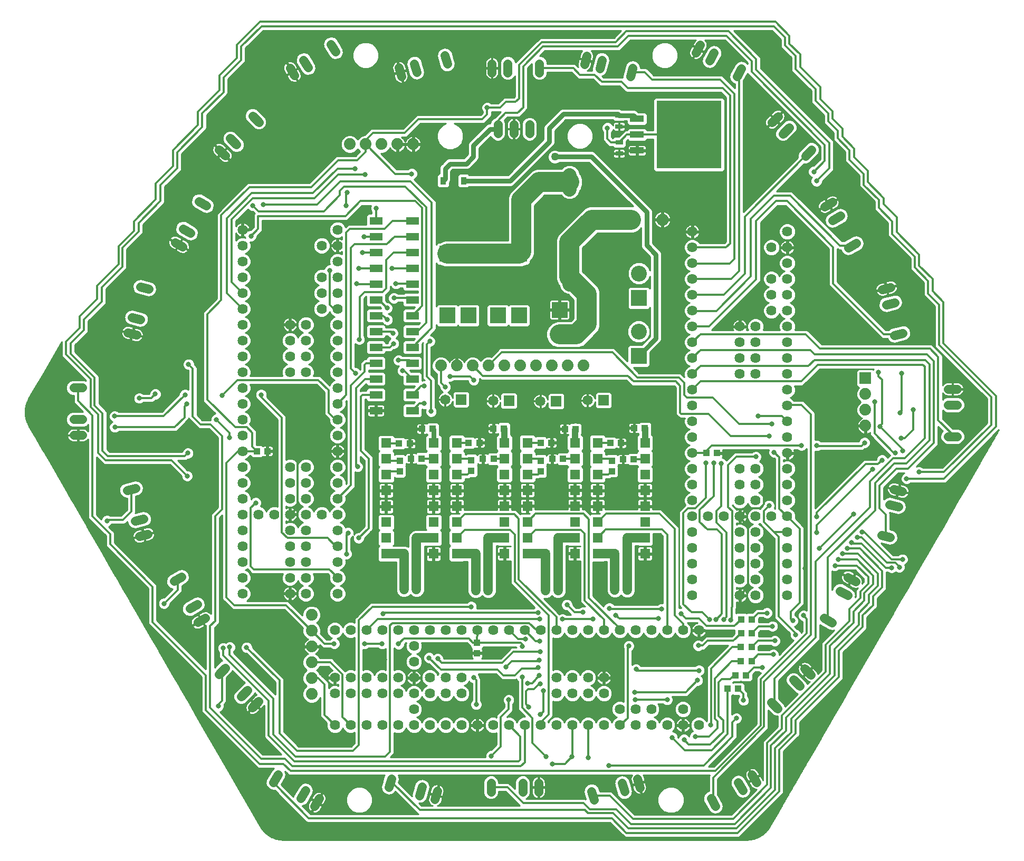
<source format=gbl>
G75*
%MOIN*%
%OFA0B0*%
%FSLAX25Y25*%
%IPPOS*%
%LPD*%
%AMOC8*
5,1,8,0,0,1.08239X$1,22.5*
%
%ADD10C,0.05600*%
%ADD11C,0.07400*%
%ADD12C,0.07600*%
%ADD13R,0.07600X0.07600*%
%ADD14R,0.04724X0.03150*%
%ADD15R,0.03937X0.04331*%
%ADD16C,0.06500*%
%ADD17R,0.06500X0.06500*%
%ADD18R,0.04331X0.03937*%
%ADD19C,0.08850*%
%ADD20R,0.03583X0.04803*%
%ADD21R,0.08000X0.05000*%
%ADD22R,0.10050X0.10050*%
%ADD23R,0.10039X0.10039*%
%ADD24C,0.10039*%
%ADD25C,0.06400*%
%ADD26R,0.06400X0.06400*%
%ADD27C,0.05600*%
%ADD28R,0.40984X0.42520*%
%ADD29R,0.08500X0.04200*%
%ADD30C,0.05550*%
%ADD31R,0.07400X0.07400*%
%ADD32C,0.01000*%
%ADD33C,0.03300*%
%ADD34C,0.01200*%
%ADD35C,0.03000*%
%ADD36C,0.04000*%
%ADD37C,0.06000*%
%ADD38C,0.05000*%
%ADD39C,0.08000*%
%ADD40C,0.12500*%
D10*
X0160314Y0140627D02*
X0164273Y0144586D01*
X0178415Y0130444D02*
X0174456Y0126485D01*
X0181527Y0119413D02*
X0185487Y0123373D01*
X0197710Y0077025D02*
X0194910Y0072175D01*
X0212230Y0062175D02*
X0215030Y0067025D01*
X0223690Y0062025D02*
X0220890Y0057175D01*
X0267886Y0069178D02*
X0269336Y0074587D01*
X0288654Y0069410D02*
X0287205Y0064001D01*
X0296864Y0061413D02*
X0298314Y0066822D01*
X0332300Y0066250D02*
X0332300Y0071850D01*
X0352300Y0071850D02*
X0352300Y0066250D01*
X0362300Y0066250D02*
X0362300Y0071850D01*
X0395886Y0066622D02*
X0397336Y0061213D01*
X0416654Y0066390D02*
X0415205Y0071799D01*
X0424864Y0074387D02*
X0426314Y0068978D01*
X0471260Y0062025D02*
X0474060Y0057175D01*
X0491380Y0067175D02*
X0488580Y0072025D01*
X0497240Y0077025D02*
X0500040Y0072175D01*
X0513273Y0118963D02*
X0509314Y0122923D01*
X0523456Y0137065D02*
X0527415Y0133106D01*
X0534487Y0140177D02*
X0530527Y0144136D01*
X0547625Y0173210D02*
X0542775Y0176010D01*
X0552775Y0193330D02*
X0557625Y0190530D01*
X0562625Y0199190D02*
X0557775Y0201990D01*
X0579063Y0228586D02*
X0584472Y0227136D01*
X0589649Y0246455D02*
X0584240Y0247904D01*
X0586828Y0257564D02*
X0592237Y0256114D01*
X0621150Y0290900D02*
X0626750Y0290900D01*
X0626750Y0310900D02*
X0621150Y0310900D01*
X0621150Y0320900D02*
X0626750Y0320900D01*
X0592587Y0356336D02*
X0587178Y0354886D01*
X0582001Y0374205D02*
X0587410Y0375654D01*
X0584822Y0385314D02*
X0579413Y0383864D01*
X0562975Y0413060D02*
X0558125Y0410260D01*
X0548125Y0427580D02*
X0552975Y0430380D01*
X0547975Y0439040D02*
X0543125Y0436240D01*
X0530927Y0468163D02*
X0534887Y0472123D01*
X0520744Y0486265D02*
X0516785Y0482306D01*
X0509714Y0489377D02*
X0513673Y0493336D01*
X0487740Y0518525D02*
X0490540Y0523375D01*
X0473220Y0533375D02*
X0470420Y0528525D01*
X0461760Y0533525D02*
X0464560Y0538375D01*
X0421764Y0523822D02*
X0420314Y0518413D01*
X0400996Y0523590D02*
X0402445Y0528999D01*
X0392786Y0531587D02*
X0391336Y0526178D01*
X0362900Y0526600D02*
X0362900Y0521000D01*
X0342900Y0521000D02*
X0342900Y0526600D01*
X0332900Y0526600D02*
X0332900Y0521000D01*
X0304614Y0526378D02*
X0303164Y0531787D01*
X0283846Y0526610D02*
X0285295Y0521201D01*
X0275636Y0518613D02*
X0274186Y0524022D01*
X0234040Y0534075D02*
X0231240Y0538925D01*
X0213920Y0528925D02*
X0216720Y0524075D01*
X0208060Y0519075D02*
X0205260Y0523925D01*
X0181677Y0493536D02*
X0185637Y0489577D01*
X0171494Y0475435D02*
X0167535Y0479394D01*
X0160464Y0472323D02*
X0164423Y0468363D01*
X0147675Y0439640D02*
X0152525Y0436840D01*
X0142525Y0419520D02*
X0137675Y0422320D01*
X0132675Y0413660D02*
X0137525Y0410860D01*
X0116087Y0384114D02*
X0110678Y0385564D01*
X0105501Y0366245D02*
X0110910Y0364796D01*
X0108322Y0355136D02*
X0102913Y0356586D01*
X0074200Y0321700D02*
X0068600Y0321700D01*
X0068600Y0301700D02*
X0074200Y0301700D01*
X0074200Y0291700D02*
X0068600Y0291700D01*
X0102313Y0256764D02*
X0107722Y0258214D01*
X0112899Y0238895D02*
X0107490Y0237446D01*
X0110078Y0227786D02*
X0115487Y0229236D01*
X0131975Y0199340D02*
X0136825Y0202140D01*
X0146825Y0184820D02*
X0141975Y0182020D01*
X0146975Y0173360D02*
X0151825Y0176160D01*
D11*
X0219000Y0178100D03*
X0219000Y0168100D03*
X0219000Y0158100D03*
X0219000Y0148100D03*
X0219000Y0138100D03*
X0219000Y0128100D03*
X0300700Y0335700D03*
X0310700Y0335700D03*
X0320700Y0335700D03*
X0330700Y0335700D03*
X0340700Y0335700D03*
X0350700Y0335700D03*
X0360700Y0335700D03*
X0370700Y0335700D03*
X0380700Y0335700D03*
X0390700Y0335700D03*
X0283100Y0475700D03*
X0273100Y0475700D03*
X0263100Y0475700D03*
X0253100Y0475700D03*
X0243100Y0475700D03*
X0568900Y0317700D03*
X0568900Y0307700D03*
X0568900Y0297700D03*
D12*
X0440600Y0428000D03*
D13*
X0420600Y0428000D03*
D14*
X0413297Y0469795D03*
X0413297Y0476882D03*
X0413259Y0486863D03*
X0413259Y0493950D03*
D15*
X0408700Y0275646D03*
X0408700Y0268954D03*
X0363800Y0268754D03*
X0363800Y0275446D03*
X0319900Y0275846D03*
X0319900Y0269154D03*
X0274700Y0268754D03*
X0274700Y0275446D03*
X0323500Y0160646D03*
X0323500Y0153954D03*
D16*
X0333600Y0313400D03*
X0363500Y0313200D03*
X0393400Y0313700D03*
X0303400Y0314300D03*
D17*
X0313400Y0314300D03*
X0343600Y0313400D03*
X0373500Y0313200D03*
X0403400Y0313700D03*
D18*
X0385646Y0295600D03*
X0378954Y0295600D03*
X0370446Y0287000D03*
X0363754Y0287000D03*
X0371054Y0276700D03*
X0377746Y0276700D03*
X0407654Y0286800D03*
X0414346Y0286800D03*
X0415754Y0276500D03*
X0422446Y0276500D03*
X0422754Y0296200D03*
X0429446Y0296200D03*
X0468454Y0280400D03*
X0475146Y0280400D03*
X0417846Y0216700D03*
X0411154Y0216700D03*
X0374046Y0216800D03*
X0367354Y0216800D03*
X0329646Y0216900D03*
X0322954Y0216900D03*
X0284546Y0216500D03*
X0277854Y0216500D03*
X0281854Y0277000D03*
X0288546Y0277000D03*
X0280946Y0286500D03*
X0274254Y0286500D03*
X0288854Y0295800D03*
X0295546Y0295800D03*
X0318254Y0286900D03*
X0324946Y0286900D03*
X0327254Y0276700D03*
X0333946Y0276700D03*
X0333854Y0296000D03*
X0340546Y0296000D03*
X0191046Y0281600D03*
X0184354Y0281600D03*
X0481804Y0131350D03*
X0488496Y0131350D03*
X0486704Y0139950D03*
X0493396Y0139950D03*
X0490254Y0148800D03*
X0496946Y0148800D03*
X0496946Y0157700D03*
X0490254Y0157700D03*
X0490354Y0166500D03*
X0497046Y0166500D03*
X0497046Y0175300D03*
X0490354Y0175300D03*
D19*
X0381900Y0387275D02*
X0381900Y0396125D01*
X0381900Y0447275D02*
X0381900Y0456125D01*
D20*
X0314947Y0452600D03*
X0302053Y0452600D03*
D21*
X0282600Y0427300D03*
X0282600Y0417300D03*
X0282600Y0407300D03*
X0282600Y0397300D03*
X0282600Y0387300D03*
X0282600Y0377300D03*
X0282600Y0367300D03*
X0282600Y0357300D03*
X0282600Y0347300D03*
X0282600Y0337300D03*
X0282600Y0327300D03*
X0282600Y0317300D03*
X0282600Y0307300D03*
X0259600Y0307300D03*
X0259600Y0317300D03*
X0259600Y0327300D03*
X0259600Y0337300D03*
X0259600Y0347300D03*
X0259600Y0357300D03*
X0259600Y0367300D03*
X0259600Y0377300D03*
X0259600Y0387300D03*
X0259600Y0397300D03*
X0259600Y0407300D03*
X0259600Y0417300D03*
X0259600Y0427300D03*
D22*
X0304700Y0406400D03*
X0318100Y0406400D03*
X0336600Y0406400D03*
X0350000Y0406400D03*
X0350000Y0367400D03*
X0336600Y0367400D03*
X0318100Y0367400D03*
X0304700Y0367400D03*
D23*
X0375600Y0370995D03*
X0425800Y0378405D03*
X0425600Y0341705D03*
D24*
X0425600Y0357295D03*
X0425800Y0393995D03*
X0375600Y0355405D03*
D25*
X0459500Y0360400D03*
X0459500Y0370400D03*
X0459500Y0380400D03*
X0459500Y0390400D03*
X0459500Y0400400D03*
X0459500Y0410400D03*
X0459500Y0420400D03*
X0509500Y0410400D03*
X0519500Y0410400D03*
X0519500Y0400400D03*
X0519500Y0390400D03*
X0519500Y0380400D03*
X0519500Y0370400D03*
X0519500Y0360400D03*
X0519500Y0350400D03*
X0519500Y0340400D03*
X0519500Y0330400D03*
X0519500Y0320400D03*
X0519500Y0310400D03*
X0519500Y0300400D03*
X0519500Y0290400D03*
X0519500Y0280400D03*
X0519500Y0270400D03*
X0519500Y0260400D03*
X0519500Y0250400D03*
X0519500Y0240400D03*
X0519500Y0230400D03*
X0519500Y0220400D03*
X0519500Y0210400D03*
X0519500Y0200400D03*
X0519500Y0190400D03*
X0499500Y0190400D03*
X0489500Y0190400D03*
X0489500Y0200400D03*
X0489500Y0210400D03*
X0499500Y0210400D03*
X0499500Y0200400D03*
X0499500Y0220400D03*
X0489500Y0220400D03*
X0489500Y0230400D03*
X0489500Y0240400D03*
X0499500Y0240400D03*
X0499500Y0230400D03*
X0509500Y0240400D03*
X0499500Y0250400D03*
X0489500Y0250400D03*
X0489500Y0260400D03*
X0489500Y0270400D03*
X0499500Y0270400D03*
X0499500Y0260400D03*
X0479500Y0240400D03*
X0469500Y0240400D03*
X0459500Y0240400D03*
X0459500Y0230400D03*
X0459500Y0220400D03*
X0459500Y0210400D03*
X0459500Y0200400D03*
X0459500Y0190400D03*
X0463600Y0168400D03*
X0453600Y0168400D03*
X0443600Y0168400D03*
X0433600Y0168400D03*
X0423600Y0168400D03*
X0413600Y0168400D03*
X0403600Y0168400D03*
X0393600Y0168400D03*
X0383600Y0168400D03*
X0373600Y0168400D03*
X0363600Y0168400D03*
X0353600Y0168400D03*
X0343600Y0168400D03*
X0333600Y0168400D03*
X0323600Y0168400D03*
X0313600Y0168400D03*
X0303600Y0168400D03*
X0293600Y0168400D03*
X0283600Y0168400D03*
X0273600Y0168400D03*
X0263600Y0168400D03*
X0253600Y0168400D03*
X0243600Y0168400D03*
X0233600Y0168400D03*
X0235300Y0191600D03*
X0235300Y0201600D03*
X0235300Y0211600D03*
X0235300Y0221600D03*
X0235300Y0231600D03*
X0235300Y0241600D03*
X0235300Y0251600D03*
X0225300Y0241600D03*
X0215300Y0241600D03*
X0215300Y0251600D03*
X0205300Y0251600D03*
X0205300Y0241600D03*
X0205300Y0231600D03*
X0215300Y0231600D03*
X0215300Y0221600D03*
X0205300Y0221600D03*
X0205300Y0211600D03*
X0205300Y0201600D03*
X0215300Y0201600D03*
X0215300Y0211600D03*
X0215300Y0191600D03*
X0205300Y0191600D03*
X0175300Y0191600D03*
X0175300Y0201600D03*
X0175300Y0211600D03*
X0175300Y0221600D03*
X0175300Y0231600D03*
X0175300Y0241600D03*
X0175300Y0251600D03*
X0185300Y0241600D03*
X0195300Y0241600D03*
X0205300Y0261600D03*
X0215300Y0261600D03*
X0215300Y0271600D03*
X0205300Y0271600D03*
X0175300Y0271600D03*
X0175300Y0281600D03*
X0175300Y0291600D03*
X0175300Y0301600D03*
X0175300Y0311600D03*
X0175300Y0321600D03*
X0175300Y0331600D03*
X0175300Y0341600D03*
X0175300Y0351600D03*
X0175300Y0361600D03*
X0175300Y0371600D03*
X0175300Y0381600D03*
X0175300Y0391600D03*
X0175300Y0401600D03*
X0175300Y0411600D03*
X0175300Y0421600D03*
X0225300Y0411600D03*
X0235300Y0411600D03*
X0235300Y0421600D03*
X0235300Y0401600D03*
X0235300Y0391600D03*
X0225300Y0391600D03*
X0225300Y0381600D03*
X0225300Y0371600D03*
X0235300Y0371600D03*
X0235300Y0381600D03*
X0235300Y0361600D03*
X0235300Y0351600D03*
X0235300Y0341600D03*
X0235300Y0331600D03*
X0235300Y0321600D03*
X0235300Y0311600D03*
X0235300Y0301600D03*
X0235300Y0291600D03*
X0235300Y0281600D03*
X0235300Y0271600D03*
X0235300Y0261600D03*
X0175300Y0261600D03*
X0205300Y0331600D03*
X0215300Y0331600D03*
X0215300Y0341600D03*
X0215300Y0351600D03*
X0205300Y0351600D03*
X0205300Y0341600D03*
X0205300Y0361600D03*
X0215300Y0361600D03*
X0283600Y0158400D03*
X0283600Y0148400D03*
X0283600Y0138400D03*
X0273600Y0138400D03*
X0273600Y0128400D03*
X0283600Y0128400D03*
X0283600Y0118400D03*
X0293600Y0128400D03*
X0293600Y0138400D03*
X0303600Y0138400D03*
X0313600Y0138400D03*
X0313600Y0128400D03*
X0303600Y0128400D03*
X0303600Y0108400D03*
X0313600Y0108400D03*
X0323600Y0108400D03*
X0333600Y0108400D03*
X0343600Y0108400D03*
X0353600Y0108400D03*
X0363600Y0108400D03*
X0373600Y0108400D03*
X0383600Y0108400D03*
X0393600Y0108400D03*
X0403600Y0108400D03*
X0413600Y0108400D03*
X0423600Y0108400D03*
X0423600Y0118400D03*
X0413600Y0118400D03*
X0403600Y0128400D03*
X0393600Y0128400D03*
X0393600Y0138400D03*
X0403600Y0138400D03*
X0383600Y0138400D03*
X0373600Y0138400D03*
X0373600Y0128400D03*
X0383600Y0128400D03*
X0433600Y0118400D03*
X0433600Y0108400D03*
X0443600Y0108400D03*
X0453600Y0108400D03*
X0453600Y0118400D03*
X0463600Y0108400D03*
X0459500Y0250400D03*
X0459500Y0260400D03*
X0459500Y0270400D03*
X0459500Y0280400D03*
X0459500Y0290400D03*
X0459500Y0300400D03*
X0459500Y0310400D03*
X0459500Y0320400D03*
X0459500Y0330400D03*
X0459500Y0340400D03*
X0459500Y0350400D03*
X0489500Y0350400D03*
X0499500Y0350400D03*
X0499500Y0340400D03*
X0499500Y0330400D03*
X0489500Y0330400D03*
X0489500Y0340400D03*
X0489500Y0360400D03*
X0499500Y0360400D03*
X0509500Y0370400D03*
X0509500Y0380400D03*
X0509500Y0390400D03*
X0519500Y0420400D03*
X0263600Y0138400D03*
X0253600Y0138400D03*
X0253600Y0128400D03*
X0263600Y0128400D03*
X0263600Y0108400D03*
X0253600Y0108400D03*
X0243600Y0108400D03*
X0233600Y0108400D03*
X0233600Y0128400D03*
X0243600Y0128400D03*
X0243600Y0138400D03*
X0233600Y0138400D03*
X0273600Y0108400D03*
X0283600Y0108400D03*
X0293600Y0108400D03*
D26*
X0296000Y0216700D03*
X0296000Y0226700D03*
X0296000Y0236700D03*
X0296000Y0246700D03*
X0296000Y0256700D03*
X0296000Y0266700D03*
X0296000Y0276700D03*
X0296000Y0286700D03*
X0310800Y0286800D03*
X0310800Y0276800D03*
X0310800Y0266800D03*
X0310800Y0256800D03*
X0310800Y0246800D03*
X0310800Y0236800D03*
X0310800Y0226800D03*
X0310800Y0216800D03*
X0340800Y0216800D03*
X0340800Y0226800D03*
X0340800Y0236800D03*
X0340800Y0246800D03*
X0340800Y0256800D03*
X0340800Y0266800D03*
X0340800Y0276800D03*
X0340800Y0286800D03*
X0355300Y0286900D03*
X0355300Y0276900D03*
X0355300Y0266900D03*
X0355300Y0256900D03*
X0355300Y0246900D03*
X0355300Y0236900D03*
X0355300Y0226900D03*
X0355300Y0216900D03*
X0385300Y0216900D03*
X0385300Y0226900D03*
X0385300Y0236900D03*
X0385300Y0246900D03*
X0385300Y0256900D03*
X0385300Y0266900D03*
X0385300Y0276900D03*
X0385300Y0286900D03*
X0399600Y0286800D03*
X0399600Y0276800D03*
X0399600Y0266800D03*
X0399600Y0256800D03*
X0399600Y0246800D03*
X0399600Y0236800D03*
X0399600Y0226800D03*
X0399600Y0216800D03*
X0429600Y0216800D03*
X0429600Y0226800D03*
X0429600Y0236800D03*
X0429600Y0246800D03*
X0429600Y0256800D03*
X0429600Y0266800D03*
X0429600Y0276800D03*
X0429600Y0286800D03*
X0266000Y0286700D03*
X0266000Y0276700D03*
X0266000Y0266700D03*
X0266000Y0256700D03*
X0266000Y0246700D03*
X0266000Y0236700D03*
X0266000Y0226700D03*
X0266000Y0216700D03*
D27*
X0277363Y0194200D03*
X0285237Y0194200D03*
X0322663Y0193500D03*
X0330537Y0193500D03*
X0366763Y0193500D03*
X0374637Y0193500D03*
X0410563Y0193900D03*
X0418437Y0193900D03*
D28*
X0457387Y0481687D03*
D29*
X0424587Y0481687D03*
X0424587Y0471687D03*
X0424587Y0491687D03*
D30*
X0356700Y0488075D02*
X0356700Y0482525D01*
X0346700Y0482525D02*
X0346700Y0488075D01*
X0336700Y0488075D02*
X0336700Y0482525D01*
D31*
X0568900Y0327700D03*
D32*
X0149834Y0108001D02*
X0145576Y0115375D01*
X0145166Y0116085D01*
X0145099Y0116202D01*
X0140942Y0123401D01*
X0136444Y0131192D01*
X0136444Y0131192D01*
X0136034Y0131902D01*
X0135966Y0132019D01*
X0131814Y0139212D01*
X0122746Y0154919D01*
X0122565Y0155231D01*
X0122268Y0155745D01*
X0118179Y0162827D01*
X0118179Y0162827D01*
X0113136Y0171563D01*
X0113136Y0171563D01*
X0108743Y0179172D01*
X0104481Y0186553D01*
X0104071Y0187263D01*
X0104004Y0187380D01*
X0099847Y0194579D01*
X0095349Y0202371D01*
X0095176Y0202671D01*
X0094872Y0203198D01*
X0090783Y0210280D01*
X0085739Y0219015D01*
X0081346Y0226624D01*
X0077085Y0234006D01*
X0076675Y0234715D01*
X0076607Y0234833D01*
X0072451Y0242032D01*
X0067952Y0249823D01*
X0067779Y0250123D01*
X0067475Y0250650D01*
X0063386Y0257732D01*
X0058343Y0266467D01*
X0058343Y0266467D01*
X0053950Y0274076D01*
X0049688Y0281458D01*
X0049515Y0281758D01*
X0049211Y0282285D01*
X0045122Y0289367D01*
X0040556Y0297275D01*
X0040556Y0297276D01*
X0040444Y0297469D01*
X0040217Y0297862D01*
X0040130Y0298018D01*
X0040040Y0298187D01*
X0039943Y0298369D01*
X0039861Y0298528D01*
X0039784Y0298686D01*
X0039687Y0298883D01*
X0039611Y0299044D01*
X0039449Y0299404D01*
X0039379Y0299566D01*
X0039317Y0299715D01*
X0039229Y0299931D01*
X0039165Y0300093D01*
X0039101Y0300262D01*
X0039027Y0300462D01*
X0038968Y0300626D01*
X0038843Y0300997D01*
X0038790Y0301164D01*
X0038678Y0301537D01*
X0038630Y0301705D01*
X0038578Y0301904D01*
X0038530Y0302082D01*
X0038488Y0302251D01*
X0038463Y0302359D01*
X0038401Y0302630D01*
X0038365Y0302799D01*
X0038341Y0302917D01*
X0038289Y0303181D01*
X0038259Y0303351D01*
X0038196Y0303734D01*
X0038171Y0303906D01*
X0038121Y0304290D01*
X0038102Y0304462D01*
X0038082Y0304658D01*
X0038064Y0304847D01*
X0038050Y0305020D01*
X0038034Y0305270D01*
X0038025Y0305406D01*
X0038017Y0305579D01*
X0038004Y0305965D01*
X0038001Y0306138D01*
X0038001Y0306524D01*
X0038004Y0306698D01*
X0038017Y0307084D01*
X0038025Y0307257D01*
X0038034Y0307389D01*
X0038050Y0307643D01*
X0038064Y0307815D01*
X0038089Y0308075D01*
X0038102Y0308201D01*
X0038121Y0308373D01*
X0038171Y0308757D01*
X0038196Y0308929D01*
X0038259Y0309311D01*
X0038289Y0309482D01*
X0038339Y0309735D01*
X0038364Y0309863D01*
X0038401Y0310033D01*
X0038476Y0310361D01*
X0038488Y0310412D01*
X0038530Y0310581D01*
X0038567Y0310720D01*
X0038630Y0310957D01*
X0038678Y0311126D01*
X0038790Y0311499D01*
X0038843Y0311666D01*
X0038968Y0312036D01*
X0039027Y0312201D01*
X0039129Y0312475D01*
X0039164Y0312569D01*
X0039228Y0312732D01*
X0039316Y0312944D01*
X0039379Y0313097D01*
X0039449Y0313259D01*
X0039611Y0313618D01*
X0039687Y0313779D01*
X0039770Y0313949D01*
X0039862Y0314135D01*
X0039943Y0314294D01*
X0039996Y0314393D01*
X0040130Y0314644D01*
X0040217Y0314801D01*
X0040556Y0315387D01*
X0040556Y0315387D01*
X0044767Y0322681D01*
X0048978Y0329974D01*
X0048978Y0329974D01*
X0061000Y0350798D01*
X0061000Y0342163D01*
X0061411Y0341171D01*
X0062171Y0340411D01*
X0076552Y0326029D01*
X0075175Y0326600D01*
X0067625Y0326600D01*
X0065824Y0325854D01*
X0064446Y0324476D01*
X0063700Y0322675D01*
X0063700Y0320725D01*
X0064446Y0318924D01*
X0065824Y0317546D01*
X0067625Y0316800D01*
X0068700Y0316800D01*
X0068700Y0312863D01*
X0069111Y0311871D01*
X0074382Y0306600D01*
X0067625Y0306600D01*
X0065824Y0305854D01*
X0064446Y0304476D01*
X0063700Y0302675D01*
X0063700Y0300725D01*
X0064446Y0298924D01*
X0065824Y0297546D01*
X0067625Y0296800D01*
X0075175Y0296800D01*
X0076976Y0297546D01*
X0077800Y0298370D01*
X0077800Y0294061D01*
X0077480Y0294501D01*
X0077001Y0294980D01*
X0076454Y0295378D01*
X0075851Y0295685D01*
X0075207Y0295894D01*
X0074538Y0296000D01*
X0071700Y0296000D01*
X0071700Y0292000D01*
X0071100Y0292000D01*
X0071100Y0296000D01*
X0068262Y0296000D01*
X0067593Y0295894D01*
X0066949Y0295685D01*
X0066346Y0295378D01*
X0065799Y0294980D01*
X0065320Y0294501D01*
X0064922Y0293954D01*
X0064615Y0293351D01*
X0064406Y0292707D01*
X0064300Y0292038D01*
X0064300Y0292000D01*
X0071100Y0292000D01*
X0071100Y0291400D01*
X0071700Y0291400D01*
X0071700Y0287400D01*
X0074538Y0287400D01*
X0075207Y0287506D01*
X0075851Y0287715D01*
X0076454Y0288022D01*
X0077001Y0288420D01*
X0077480Y0288899D01*
X0077800Y0289339D01*
X0077800Y0239863D01*
X0078211Y0238871D01*
X0089000Y0228082D01*
X0089000Y0222263D01*
X0089411Y0221271D01*
X0115800Y0194882D01*
X0115800Y0173063D01*
X0116211Y0172071D01*
X0149400Y0138882D01*
X0149400Y0117463D01*
X0149811Y0116471D01*
X0183811Y0082471D01*
X0184571Y0081711D01*
X0185563Y0081300D01*
X0195232Y0081300D01*
X0193953Y0080319D01*
X0190179Y0073781D01*
X0189924Y0071848D01*
X0190429Y0069965D01*
X0191616Y0068419D01*
X0193304Y0067444D01*
X0195236Y0067190D01*
X0195596Y0067286D01*
X0214911Y0047971D01*
X0215671Y0047211D01*
X0216663Y0046800D01*
X0407482Y0046800D01*
X0416271Y0038011D01*
X0417263Y0037600D01*
X0488737Y0037600D01*
X0489729Y0038011D01*
X0515829Y0064111D01*
X0515829Y0064111D01*
X0516589Y0064871D01*
X0517000Y0065863D01*
X0517000Y0091682D01*
X0526229Y0100911D01*
X0526989Y0101671D01*
X0527400Y0102663D01*
X0527400Y0110282D01*
X0553629Y0136511D01*
X0554389Y0137271D01*
X0554800Y0138263D01*
X0554800Y0154382D01*
X0568729Y0168311D01*
X0569489Y0169071D01*
X0569900Y0170063D01*
X0569900Y0176582D01*
X0575229Y0181911D01*
X0575989Y0182671D01*
X0576400Y0183663D01*
X0576400Y0188582D01*
X0581029Y0193211D01*
X0581789Y0193971D01*
X0582200Y0194963D01*
X0582200Y0205200D01*
X0582797Y0205200D01*
X0583276Y0204721D01*
X0584654Y0204150D01*
X0586146Y0204150D01*
X0587524Y0204721D01*
X0588050Y0205247D01*
X0588176Y0205121D01*
X0589554Y0204550D01*
X0591046Y0204550D01*
X0592424Y0205121D01*
X0593479Y0206176D01*
X0594050Y0207554D01*
X0594050Y0209046D01*
X0593760Y0209746D01*
X0594424Y0210021D01*
X0595479Y0211076D01*
X0596050Y0212454D01*
X0596050Y0213946D01*
X0595479Y0215324D01*
X0594424Y0216379D01*
X0593046Y0216950D01*
X0591554Y0216950D01*
X0590176Y0216379D01*
X0589697Y0215900D01*
X0586518Y0215900D01*
X0578848Y0223571D01*
X0584146Y0222151D01*
X0586078Y0222406D01*
X0587766Y0223380D01*
X0588953Y0224927D01*
X0589458Y0226810D01*
X0589203Y0228742D01*
X0588228Y0230430D01*
X0586682Y0231617D01*
X0584468Y0232210D01*
X0584468Y0242069D01*
X0584141Y0242858D01*
X0589322Y0241470D01*
X0591255Y0241724D01*
X0592943Y0242699D01*
X0594129Y0244245D01*
X0594634Y0246128D01*
X0594380Y0248061D01*
X0593405Y0249749D01*
X0591858Y0250936D01*
X0584566Y0252890D01*
X0582634Y0252635D01*
X0580945Y0251660D01*
X0580500Y0251080D01*
X0580500Y0258582D01*
X0589618Y0267700D01*
X0593551Y0267700D01*
X0592776Y0267379D01*
X0591721Y0266324D01*
X0591150Y0264946D01*
X0591150Y0263454D01*
X0591721Y0262076D01*
X0592776Y0261021D01*
X0594154Y0260450D01*
X0595646Y0260450D01*
X0597024Y0261021D01*
X0597503Y0261500D01*
X0619037Y0261500D01*
X0620029Y0261911D01*
X0620789Y0262671D01*
X0653226Y0295108D01*
X0649911Y0289367D01*
X0649911Y0289367D01*
X0645523Y0281765D01*
X0641257Y0274376D01*
X0641257Y0274376D01*
X0641079Y0274069D01*
X0640779Y0273549D01*
X0636213Y0265641D01*
X0636213Y0265641D01*
X0631647Y0257732D01*
X0631647Y0257732D01*
X0627258Y0250130D01*
X0622992Y0242741D01*
X0622685Y0242209D01*
X0622515Y0241914D01*
X0617949Y0234006D01*
X0613860Y0226924D01*
X0609294Y0219015D01*
X0604250Y0210280D01*
X0604250Y0210280D01*
X0600162Y0203198D01*
X0599984Y0202891D01*
X0599684Y0202371D01*
X0595596Y0195289D01*
X0595596Y0195289D01*
X0590552Y0186553D01*
X0586463Y0179472D01*
X0586286Y0179165D01*
X0585986Y0178645D01*
X0585986Y0178645D01*
X0581420Y0170736D01*
X0576854Y0162827D01*
X0572465Y0155226D01*
X0568199Y0147837D01*
X0568022Y0147530D01*
X0567722Y0147010D01*
X0567722Y0147010D01*
X0563156Y0139101D01*
X0558589Y0131192D01*
X0554023Y0123284D01*
X0549457Y0115375D01*
X0545068Y0107773D01*
X0540802Y0100384D01*
X0540625Y0100077D01*
X0540325Y0099558D01*
X0540325Y0099558D01*
X0535759Y0091649D01*
X0531193Y0083740D01*
X0526804Y0076138D01*
X0522538Y0068750D01*
X0522538Y0068750D01*
X0517495Y0060014D01*
X0513406Y0052932D01*
X0508501Y0044437D01*
X0508409Y0044284D01*
X0508324Y0044147D01*
X0508198Y0043945D01*
X0508102Y0043796D01*
X0508045Y0043710D01*
X0507881Y0043466D01*
X0507780Y0043321D01*
X0507760Y0043293D01*
X0507550Y0043000D01*
X0507444Y0042859D01*
X0507273Y0042636D01*
X0507205Y0042547D01*
X0507095Y0042409D01*
X0506845Y0042107D01*
X0506732Y0041974D01*
X0506570Y0041790D01*
X0506473Y0041679D01*
X0506355Y0041550D01*
X0506188Y0041372D01*
X0506088Y0041266D01*
X0505966Y0041141D01*
X0505798Y0040974D01*
X0505690Y0040866D01*
X0505564Y0040745D01*
X0505280Y0040480D01*
X0505151Y0040364D01*
X0504859Y0040108D01*
X0504726Y0039996D01*
X0504515Y0039823D01*
X0504426Y0039751D01*
X0504290Y0039643D01*
X0504263Y0039622D01*
X0503983Y0039408D01*
X0503843Y0039305D01*
X0503677Y0039186D01*
X0503528Y0039080D01*
X0503386Y0038981D01*
X0503064Y0038767D01*
X0502918Y0038673D01*
X0502590Y0038469D01*
X0502442Y0038380D01*
X0502333Y0038317D01*
X0502107Y0038186D01*
X0501956Y0038102D01*
X0501814Y0038027D01*
X0501615Y0037920D01*
X0501461Y0037841D01*
X0501231Y0037727D01*
X0501114Y0037670D01*
X0500958Y0037595D01*
X0500823Y0037534D01*
X0500605Y0037435D01*
X0500446Y0037366D01*
X0500089Y0037217D01*
X0499928Y0037154D01*
X0499689Y0037063D01*
X0499565Y0037016D01*
X0499401Y0036957D01*
X0499035Y0036832D01*
X0498869Y0036778D01*
X0498497Y0036665D01*
X0498329Y0036616D01*
X0498287Y0036605D01*
X0497954Y0036515D01*
X0497784Y0036472D01*
X0497590Y0036426D01*
X0497405Y0036383D01*
X0497234Y0036345D01*
X0497021Y0036302D01*
X0496850Y0036268D01*
X0496677Y0036236D01*
X0496436Y0036196D01*
X0496291Y0036172D01*
X0496116Y0036145D01*
X0495910Y0036118D01*
X0495727Y0036093D01*
X0495552Y0036073D01*
X0495335Y0036051D01*
X0495158Y0036034D01*
X0494982Y0036019D01*
X0494846Y0036010D01*
X0494586Y0035993D01*
X0494408Y0035984D01*
X0494227Y0035978D01*
X0494011Y0035970D01*
X0493831Y0035967D01*
X0201202Y0035967D01*
X0201023Y0035970D01*
X0200788Y0035978D01*
X0200625Y0035984D01*
X0200447Y0035993D01*
X0200182Y0036010D01*
X0200051Y0036019D01*
X0199875Y0036034D01*
X0199676Y0036054D01*
X0199482Y0036073D01*
X0199307Y0036093D01*
X0198983Y0036137D01*
X0198917Y0036145D01*
X0198743Y0036172D01*
X0198502Y0036212D01*
X0198356Y0036236D01*
X0198183Y0036268D01*
X0198056Y0036294D01*
X0197800Y0036345D01*
X0197628Y0036383D01*
X0197449Y0036425D01*
X0197249Y0036472D01*
X0197080Y0036515D01*
X0196847Y0036578D01*
X0196704Y0036616D01*
X0196536Y0036665D01*
X0196165Y0036778D01*
X0195999Y0036832D01*
X0195632Y0036957D01*
X0195468Y0037016D01*
X0195439Y0037027D01*
X0195106Y0037153D01*
X0194944Y0037218D01*
X0194587Y0037366D01*
X0194428Y0037435D01*
X0194216Y0037532D01*
X0194076Y0037595D01*
X0193919Y0037670D01*
X0193573Y0037841D01*
X0193419Y0037920D01*
X0193215Y0038029D01*
X0193078Y0038102D01*
X0192927Y0038186D01*
X0192705Y0038315D01*
X0192591Y0038380D01*
X0192443Y0038469D01*
X0192115Y0038673D01*
X0191969Y0038767D01*
X0191648Y0038981D01*
X0191505Y0039080D01*
X0191190Y0039305D01*
X0191051Y0039408D01*
X0190819Y0039585D01*
X0190743Y0039643D01*
X0190607Y0039751D01*
X0190526Y0039817D01*
X0190307Y0039996D01*
X0190174Y0040108D01*
X0189976Y0040281D01*
X0189882Y0040363D01*
X0189753Y0040480D01*
X0189630Y0040595D01*
X0189468Y0040746D01*
X0189343Y0040866D01*
X0189067Y0041141D01*
X0188946Y0041266D01*
X0188790Y0041431D01*
X0188678Y0041550D01*
X0188560Y0041680D01*
X0188533Y0041711D01*
X0188301Y0041974D01*
X0188188Y0042107D01*
X0187938Y0042409D01*
X0187829Y0042547D01*
X0187756Y0042642D01*
X0187589Y0042859D01*
X0187483Y0043000D01*
X0187276Y0043289D01*
X0187253Y0043321D01*
X0187152Y0043467D01*
X0186996Y0043699D01*
X0186931Y0043796D01*
X0186835Y0043945D01*
X0186714Y0044140D01*
X0186624Y0044284D01*
X0186532Y0044437D01*
X0186194Y0045023D01*
X0186194Y0045023D01*
X0182037Y0052222D01*
X0177539Y0060014D01*
X0177129Y0060724D01*
X0177061Y0060841D01*
X0172905Y0068040D01*
X0168407Y0075831D01*
X0168407Y0075831D01*
X0168233Y0076131D01*
X0167929Y0076658D01*
X0163840Y0083740D01*
X0163840Y0083740D01*
X0158797Y0092476D01*
X0149834Y0108001D01*
X0149682Y0108264D02*
X0158018Y0108264D01*
X0157020Y0109262D02*
X0149105Y0109262D01*
X0148529Y0110261D02*
X0156021Y0110261D01*
X0155023Y0111259D02*
X0147952Y0111259D01*
X0147376Y0112258D02*
X0154024Y0112258D01*
X0153026Y0113256D02*
X0146799Y0113256D01*
X0146223Y0114255D02*
X0152027Y0114255D01*
X0151028Y0115253D02*
X0145646Y0115253D01*
X0145576Y0115375D02*
X0145576Y0115375D01*
X0145070Y0116252D02*
X0150030Y0116252D01*
X0149488Y0117250D02*
X0144493Y0117250D01*
X0143917Y0118249D02*
X0149400Y0118249D01*
X0149400Y0119247D02*
X0143340Y0119247D01*
X0142764Y0120246D02*
X0149400Y0120246D01*
X0149400Y0121244D02*
X0142187Y0121244D01*
X0141611Y0122243D02*
X0149400Y0122243D01*
X0149400Y0123241D02*
X0141034Y0123241D01*
X0140458Y0124240D02*
X0149400Y0124240D01*
X0149400Y0125238D02*
X0139881Y0125238D01*
X0139305Y0126237D02*
X0149400Y0126237D01*
X0149400Y0127235D02*
X0138728Y0127235D01*
X0138152Y0128234D02*
X0149400Y0128234D01*
X0149400Y0129232D02*
X0137576Y0129232D01*
X0136999Y0130231D02*
X0149400Y0130231D01*
X0149400Y0131229D02*
X0136423Y0131229D01*
X0135846Y0132228D02*
X0149400Y0132228D01*
X0149400Y0133226D02*
X0135270Y0133226D01*
X0134693Y0134225D02*
X0149400Y0134225D01*
X0149400Y0135223D02*
X0134117Y0135223D01*
X0133540Y0136222D02*
X0149400Y0136222D01*
X0149400Y0137220D02*
X0132964Y0137220D01*
X0132387Y0138219D02*
X0149400Y0138219D01*
X0149064Y0139217D02*
X0131811Y0139217D01*
X0131234Y0140216D02*
X0148066Y0140216D01*
X0147067Y0141214D02*
X0130658Y0141214D01*
X0130081Y0142213D02*
X0146069Y0142213D01*
X0145070Y0143211D02*
X0129505Y0143211D01*
X0128928Y0144210D02*
X0144072Y0144210D01*
X0143073Y0145208D02*
X0128352Y0145208D01*
X0127775Y0146207D02*
X0142075Y0146207D01*
X0141076Y0147205D02*
X0127199Y0147205D01*
X0126622Y0148204D02*
X0140078Y0148204D01*
X0139079Y0149203D02*
X0126046Y0149203D01*
X0125469Y0150201D02*
X0138081Y0150201D01*
X0137082Y0151200D02*
X0124893Y0151200D01*
X0124316Y0152198D02*
X0136084Y0152198D01*
X0135085Y0153197D02*
X0123740Y0153197D01*
X0123163Y0154195D02*
X0134087Y0154195D01*
X0133088Y0155194D02*
X0122587Y0155194D01*
X0122746Y0154919D02*
X0122746Y0154919D01*
X0122268Y0155745D02*
X0122268Y0155745D01*
X0122010Y0156192D02*
X0132090Y0156192D01*
X0131091Y0157191D02*
X0121434Y0157191D01*
X0120857Y0158189D02*
X0130092Y0158189D01*
X0129094Y0159188D02*
X0120281Y0159188D01*
X0119704Y0160186D02*
X0128095Y0160186D01*
X0127097Y0161185D02*
X0119128Y0161185D01*
X0118551Y0162183D02*
X0126098Y0162183D01*
X0125100Y0163182D02*
X0117975Y0163182D01*
X0117398Y0164180D02*
X0124101Y0164180D01*
X0123103Y0165179D02*
X0116822Y0165179D01*
X0116245Y0166177D02*
X0122104Y0166177D01*
X0121106Y0167176D02*
X0115669Y0167176D01*
X0115092Y0168174D02*
X0120107Y0168174D01*
X0119109Y0169173D02*
X0114516Y0169173D01*
X0113939Y0170171D02*
X0118110Y0170171D01*
X0117112Y0171170D02*
X0113363Y0171170D01*
X0112786Y0172168D02*
X0116171Y0172168D01*
X0115800Y0173167D02*
X0112210Y0173167D01*
X0111633Y0174165D02*
X0115800Y0174165D01*
X0115800Y0175164D02*
X0111057Y0175164D01*
X0110480Y0176162D02*
X0115800Y0176162D01*
X0115800Y0177161D02*
X0109904Y0177161D01*
X0109327Y0178159D02*
X0115800Y0178159D01*
X0115800Y0179158D02*
X0108751Y0179158D01*
X0108174Y0180156D02*
X0115800Y0180156D01*
X0115800Y0181155D02*
X0107598Y0181155D01*
X0107022Y0182153D02*
X0115800Y0182153D01*
X0115800Y0183152D02*
X0106445Y0183152D01*
X0105869Y0184150D02*
X0115800Y0184150D01*
X0115800Y0185149D02*
X0105292Y0185149D01*
X0104716Y0186147D02*
X0115800Y0186147D01*
X0115800Y0187146D02*
X0104139Y0187146D01*
X0103563Y0188144D02*
X0115800Y0188144D01*
X0115800Y0189143D02*
X0102986Y0189143D01*
X0102410Y0190141D02*
X0115800Y0190141D01*
X0115800Y0191140D02*
X0101833Y0191140D01*
X0101257Y0192139D02*
X0115800Y0192139D01*
X0115800Y0193137D02*
X0100680Y0193137D01*
X0100104Y0194136D02*
X0115800Y0194136D01*
X0115548Y0195134D02*
X0099527Y0195134D01*
X0098951Y0196133D02*
X0114549Y0196133D01*
X0113551Y0197131D02*
X0098374Y0197131D01*
X0097798Y0198130D02*
X0112552Y0198130D01*
X0111554Y0199128D02*
X0097221Y0199128D01*
X0096645Y0200127D02*
X0110555Y0200127D01*
X0109557Y0201125D02*
X0096068Y0201125D01*
X0095492Y0202124D02*
X0108558Y0202124D01*
X0107559Y0203122D02*
X0094915Y0203122D01*
X0094339Y0204121D02*
X0106561Y0204121D01*
X0105562Y0205119D02*
X0093762Y0205119D01*
X0093186Y0206118D02*
X0104564Y0206118D01*
X0103565Y0207116D02*
X0092609Y0207116D01*
X0092033Y0208115D02*
X0102567Y0208115D01*
X0101568Y0209113D02*
X0091456Y0209113D01*
X0090880Y0210112D02*
X0100570Y0210112D01*
X0099571Y0211110D02*
X0090303Y0211110D01*
X0090783Y0210280D02*
X0090783Y0210280D01*
X0089727Y0212109D02*
X0098573Y0212109D01*
X0097574Y0213107D02*
X0089150Y0213107D01*
X0088574Y0214106D02*
X0096576Y0214106D01*
X0095577Y0215104D02*
X0087997Y0215104D01*
X0087421Y0216103D02*
X0094579Y0216103D01*
X0093580Y0217101D02*
X0086844Y0217101D01*
X0086268Y0218100D02*
X0092582Y0218100D01*
X0091583Y0219098D02*
X0085691Y0219098D01*
X0085739Y0219015D02*
X0085739Y0219015D01*
X0085115Y0220097D02*
X0090585Y0220097D01*
X0089586Y0221095D02*
X0084538Y0221095D01*
X0083962Y0222094D02*
X0089070Y0222094D01*
X0089000Y0223092D02*
X0083385Y0223092D01*
X0082809Y0224091D02*
X0089000Y0224091D01*
X0089000Y0225089D02*
X0082232Y0225089D01*
X0081656Y0226088D02*
X0089000Y0226088D01*
X0089000Y0227086D02*
X0081079Y0227086D01*
X0080503Y0228085D02*
X0088997Y0228085D01*
X0087998Y0229083D02*
X0079926Y0229083D01*
X0079350Y0230082D02*
X0087000Y0230082D01*
X0086001Y0231080D02*
X0078773Y0231080D01*
X0078197Y0232079D02*
X0085003Y0232079D01*
X0084004Y0233077D02*
X0077620Y0233077D01*
X0077044Y0234076D02*
X0083006Y0234076D01*
X0082007Y0235074D02*
X0076468Y0235074D01*
X0075891Y0236073D02*
X0081009Y0236073D01*
X0080010Y0237072D02*
X0075315Y0237072D01*
X0074738Y0238070D02*
X0079012Y0238070D01*
X0078129Y0239069D02*
X0074162Y0239069D01*
X0073585Y0240067D02*
X0077800Y0240067D01*
X0077800Y0241066D02*
X0073009Y0241066D01*
X0072432Y0242064D02*
X0077800Y0242064D01*
X0077800Y0243063D02*
X0071856Y0243063D01*
X0071279Y0244061D02*
X0077800Y0244061D01*
X0077800Y0245060D02*
X0070703Y0245060D01*
X0070126Y0246058D02*
X0077800Y0246058D01*
X0077800Y0247057D02*
X0069550Y0247057D01*
X0068973Y0248055D02*
X0077800Y0248055D01*
X0077800Y0249054D02*
X0068397Y0249054D01*
X0067820Y0250052D02*
X0077800Y0250052D01*
X0077800Y0251051D02*
X0067244Y0251051D01*
X0066667Y0252049D02*
X0077800Y0252049D01*
X0077800Y0253048D02*
X0066091Y0253048D01*
X0065514Y0254046D02*
X0077800Y0254046D01*
X0077800Y0255045D02*
X0064938Y0255045D01*
X0064361Y0256043D02*
X0077800Y0256043D01*
X0077800Y0257042D02*
X0063785Y0257042D01*
X0063386Y0257732D02*
X0063386Y0257732D01*
X0063208Y0258040D02*
X0077800Y0258040D01*
X0077800Y0259039D02*
X0062632Y0259039D01*
X0062055Y0260037D02*
X0077800Y0260037D01*
X0077800Y0261036D02*
X0061479Y0261036D01*
X0060902Y0262034D02*
X0077800Y0262034D01*
X0077800Y0263033D02*
X0060326Y0263033D01*
X0059749Y0264031D02*
X0077800Y0264031D01*
X0077800Y0265030D02*
X0059173Y0265030D01*
X0058596Y0266028D02*
X0077800Y0266028D01*
X0077800Y0267027D02*
X0058020Y0267027D01*
X0057443Y0268025D02*
X0077800Y0268025D01*
X0077800Y0269024D02*
X0056867Y0269024D01*
X0056290Y0270022D02*
X0077800Y0270022D01*
X0077800Y0271021D02*
X0055714Y0271021D01*
X0055137Y0272019D02*
X0077800Y0272019D01*
X0077800Y0273018D02*
X0054561Y0273018D01*
X0053984Y0274016D02*
X0077800Y0274016D01*
X0077800Y0275015D02*
X0053408Y0275015D01*
X0052831Y0276013D02*
X0077800Y0276013D01*
X0077800Y0277012D02*
X0052255Y0277012D01*
X0051678Y0278010D02*
X0077800Y0278010D01*
X0077800Y0279009D02*
X0051102Y0279009D01*
X0050525Y0280008D02*
X0077800Y0280008D01*
X0077800Y0281006D02*
X0049949Y0281006D01*
X0049372Y0282005D02*
X0077800Y0282005D01*
X0077800Y0283003D02*
X0048796Y0283003D01*
X0048219Y0284002D02*
X0077800Y0284002D01*
X0077800Y0285000D02*
X0047643Y0285000D01*
X0047066Y0285999D02*
X0077800Y0285999D01*
X0077800Y0286997D02*
X0046490Y0286997D01*
X0045913Y0287996D02*
X0066399Y0287996D01*
X0066346Y0288022D02*
X0066949Y0287715D01*
X0067593Y0287506D01*
X0068262Y0287400D01*
X0071100Y0287400D01*
X0071100Y0291400D01*
X0064300Y0291400D01*
X0064300Y0291362D01*
X0064406Y0290693D01*
X0064615Y0290049D01*
X0064922Y0289446D01*
X0065320Y0288899D01*
X0065799Y0288420D01*
X0066346Y0288022D01*
X0065251Y0288994D02*
X0045337Y0288994D01*
X0045122Y0289367D02*
X0045122Y0289367D01*
X0044761Y0289993D02*
X0064644Y0289993D01*
X0064359Y0290991D02*
X0044184Y0290991D01*
X0043608Y0291990D02*
X0071100Y0291990D01*
X0071100Y0292988D02*
X0071700Y0292988D01*
X0071700Y0293987D02*
X0071100Y0293987D01*
X0071100Y0294985D02*
X0071700Y0294985D01*
X0071700Y0295984D02*
X0071100Y0295984D01*
X0068159Y0295984D02*
X0041302Y0295984D01*
X0040725Y0296982D02*
X0067185Y0296982D01*
X0065390Y0297981D02*
X0040151Y0297981D01*
X0039642Y0298979D02*
X0064423Y0298979D01*
X0064010Y0299978D02*
X0039210Y0299978D01*
X0038850Y0300976D02*
X0063700Y0300976D01*
X0063700Y0301975D02*
X0038559Y0301975D01*
X0038330Y0302973D02*
X0063824Y0302973D01*
X0064237Y0303972D02*
X0038162Y0303972D01*
X0038054Y0304970D02*
X0064941Y0304970D01*
X0066102Y0305969D02*
X0038004Y0305969D01*
X0038013Y0306967D02*
X0074014Y0306967D01*
X0073016Y0307966D02*
X0038079Y0307966D01*
X0038202Y0308964D02*
X0072017Y0308964D01*
X0071019Y0309963D02*
X0038386Y0309963D01*
X0038631Y0310961D02*
X0070020Y0310961D01*
X0069074Y0311960D02*
X0038942Y0311960D01*
X0039322Y0312958D02*
X0068700Y0312958D01*
X0068700Y0313957D02*
X0039774Y0313957D01*
X0040306Y0314955D02*
X0068700Y0314955D01*
X0068700Y0315954D02*
X0040883Y0315954D01*
X0041459Y0316952D02*
X0067257Y0316952D01*
X0065419Y0317951D02*
X0042036Y0317951D01*
X0042612Y0318949D02*
X0064436Y0318949D01*
X0064022Y0319948D02*
X0043189Y0319948D01*
X0043765Y0320946D02*
X0063700Y0320946D01*
X0063700Y0321945D02*
X0044342Y0321945D01*
X0044767Y0322681D02*
X0044767Y0322681D01*
X0044918Y0322943D02*
X0063811Y0322943D01*
X0064225Y0323942D02*
X0045495Y0323942D01*
X0046071Y0324941D02*
X0064911Y0324941D01*
X0066030Y0325939D02*
X0046648Y0325939D01*
X0047224Y0326938D02*
X0075644Y0326938D01*
X0074646Y0327936D02*
X0047801Y0327936D01*
X0048377Y0328935D02*
X0073647Y0328935D01*
X0072649Y0329933D02*
X0048954Y0329933D01*
X0049530Y0330932D02*
X0071650Y0330932D01*
X0070652Y0331930D02*
X0050107Y0331930D01*
X0050683Y0332929D02*
X0069653Y0332929D01*
X0068655Y0333927D02*
X0051260Y0333927D01*
X0051836Y0334926D02*
X0067656Y0334926D01*
X0066657Y0335924D02*
X0052413Y0335924D01*
X0052989Y0336923D02*
X0065659Y0336923D01*
X0064660Y0337921D02*
X0053566Y0337921D01*
X0054142Y0338920D02*
X0063662Y0338920D01*
X0062663Y0339918D02*
X0054719Y0339918D01*
X0055295Y0340917D02*
X0061665Y0340917D01*
X0061103Y0341915D02*
X0055872Y0341915D01*
X0056448Y0342914D02*
X0061000Y0342914D01*
X0061000Y0343912D02*
X0057025Y0343912D01*
X0057601Y0344911D02*
X0061000Y0344911D01*
X0061000Y0345909D02*
X0058178Y0345909D01*
X0058754Y0346908D02*
X0061000Y0346908D01*
X0061000Y0347906D02*
X0059331Y0347906D01*
X0059907Y0348905D02*
X0061000Y0348905D01*
X0061000Y0349903D02*
X0060484Y0349903D01*
X0069500Y0348682D02*
X0069500Y0344418D01*
X0084189Y0329729D01*
X0084600Y0328737D01*
X0084600Y0311718D01*
X0089189Y0307129D01*
X0089600Y0306137D01*
X0089600Y0282918D01*
X0091318Y0281200D01*
X0137072Y0281200D01*
X0137621Y0282524D01*
X0138676Y0283579D01*
X0140054Y0284150D01*
X0141546Y0284150D01*
X0142924Y0283579D01*
X0143979Y0282524D01*
X0144550Y0281146D01*
X0144550Y0279654D01*
X0143979Y0278276D01*
X0142924Y0277221D01*
X0141546Y0276650D01*
X0140868Y0276650D01*
X0140429Y0276211D01*
X0139437Y0275800D01*
X0134318Y0275800D01*
X0140468Y0269650D01*
X0141146Y0269650D01*
X0142524Y0269079D01*
X0143579Y0268024D01*
X0144150Y0266646D01*
X0144150Y0265154D01*
X0143579Y0263776D01*
X0142524Y0262721D01*
X0141146Y0262150D01*
X0139654Y0262150D01*
X0138276Y0262721D01*
X0137221Y0263776D01*
X0136650Y0265154D01*
X0136650Y0265832D01*
X0129382Y0273100D01*
X0088363Y0273100D01*
X0087371Y0273511D01*
X0083200Y0277682D01*
X0083200Y0241518D01*
X0086074Y0238645D01*
X0086521Y0239724D01*
X0087576Y0240779D01*
X0088954Y0241350D01*
X0090446Y0241350D01*
X0091774Y0240800D01*
X0098582Y0240800D01*
X0102318Y0244536D01*
X0102318Y0251821D01*
X0100707Y0252033D01*
X0099019Y0253008D01*
X0097832Y0254555D01*
X0097328Y0256437D01*
X0097582Y0258370D01*
X0098557Y0260058D01*
X0100103Y0261245D01*
X0107396Y0263199D01*
X0109328Y0262944D01*
X0111016Y0261970D01*
X0112203Y0260423D01*
X0112708Y0258540D01*
X0112453Y0256608D01*
X0111478Y0254919D01*
X0109932Y0253733D01*
X0107718Y0253139D01*
X0107718Y0242881D01*
X0107577Y0242542D01*
X0112572Y0243880D01*
X0114505Y0243626D01*
X0116193Y0242651D01*
X0117379Y0241105D01*
X0117884Y0239222D01*
X0117630Y0237289D01*
X0116655Y0235601D01*
X0115108Y0234414D01*
X0107816Y0232460D01*
X0105884Y0232715D01*
X0104195Y0233689D01*
X0103009Y0235236D01*
X0102511Y0237093D01*
X0101989Y0236571D01*
X0101989Y0236571D01*
X0101229Y0235811D01*
X0100237Y0235400D01*
X0092803Y0235400D01*
X0091824Y0234421D01*
X0090745Y0233974D01*
X0093229Y0231489D01*
X0093989Y0230729D01*
X0094400Y0229737D01*
X0094400Y0223918D01*
X0120029Y0198289D01*
X0120789Y0197529D01*
X0121200Y0196537D01*
X0121200Y0174718D01*
X0152200Y0143718D01*
X0152200Y0171411D01*
X0151810Y0171186D01*
X0149810Y0174650D01*
X0149290Y0174350D01*
X0143401Y0170950D01*
X0143420Y0170917D01*
X0143846Y0170391D01*
X0144349Y0169938D01*
X0144917Y0169569D01*
X0145535Y0169294D01*
X0146189Y0169119D01*
X0146862Y0169048D01*
X0147538Y0169083D01*
X0148200Y0169224D01*
X0148832Y0169466D01*
X0151290Y0170886D01*
X0149290Y0174350D01*
X0148990Y0174869D01*
X0143101Y0171469D01*
X0143082Y0171503D01*
X0142839Y0172135D01*
X0142699Y0172797D01*
X0142663Y0173473D01*
X0142734Y0174146D01*
X0142909Y0174799D01*
X0143185Y0175418D01*
X0143553Y0175985D01*
X0144006Y0176488D01*
X0144532Y0176914D01*
X0146990Y0178333D01*
X0148990Y0174869D01*
X0149510Y0175169D01*
X0147510Y0178634D01*
X0149968Y0180053D01*
X0150600Y0180295D01*
X0151262Y0180436D01*
X0151938Y0180471D01*
X0152611Y0180401D01*
X0153265Y0180225D01*
X0153883Y0179950D01*
X0154451Y0179582D01*
X0154954Y0179129D01*
X0155300Y0178701D01*
X0155300Y0241137D01*
X0155711Y0242129D01*
X0156471Y0242889D01*
X0156471Y0242889D01*
X0159700Y0246118D01*
X0159700Y0290182D01*
X0154082Y0295800D01*
X0148263Y0295800D01*
X0147271Y0296211D01*
X0142371Y0301111D01*
X0141611Y0301871D01*
X0141300Y0302622D01*
X0141300Y0302463D01*
X0140889Y0301471D01*
X0140129Y0300711D01*
X0133929Y0294511D01*
X0132937Y0294100D01*
X0097203Y0294100D01*
X0096724Y0293621D01*
X0095346Y0293050D01*
X0093854Y0293050D01*
X0092476Y0293621D01*
X0091421Y0294676D01*
X0090850Y0296054D01*
X0090850Y0297546D01*
X0091421Y0298924D01*
X0092476Y0299979D01*
X0093080Y0300229D01*
X0092376Y0300521D01*
X0091321Y0301576D01*
X0090750Y0302954D01*
X0090750Y0304446D01*
X0091321Y0305824D01*
X0092376Y0306879D01*
X0093754Y0307450D01*
X0095246Y0307450D01*
X0096624Y0306879D01*
X0097103Y0306400D01*
X0124282Y0306400D01*
X0135250Y0317368D01*
X0135250Y0318046D01*
X0135821Y0319424D01*
X0136876Y0320479D01*
X0138254Y0321050D01*
X0139746Y0321050D01*
X0141124Y0320479D01*
X0141200Y0320403D01*
X0141200Y0332682D01*
X0141132Y0332750D01*
X0140454Y0332750D01*
X0139076Y0333321D01*
X0138021Y0334376D01*
X0137450Y0335754D01*
X0137450Y0337246D01*
X0138021Y0338624D01*
X0139076Y0339679D01*
X0140454Y0340250D01*
X0141946Y0340250D01*
X0143324Y0339679D01*
X0144379Y0338624D01*
X0144950Y0337246D01*
X0144950Y0336568D01*
X0146189Y0335329D01*
X0146600Y0334337D01*
X0146600Y0304518D01*
X0149918Y0301200D01*
X0155150Y0301200D01*
X0155150Y0302346D01*
X0155721Y0303724D01*
X0156776Y0304779D01*
X0158138Y0305343D01*
X0151571Y0311911D01*
X0150811Y0312671D01*
X0150400Y0313663D01*
X0150400Y0368837D01*
X0150811Y0369829D01*
X0159200Y0378218D01*
X0159200Y0431237D01*
X0159611Y0432229D01*
X0177411Y0450029D01*
X0178171Y0450789D01*
X0179163Y0451200D01*
X0217482Y0451200D01*
X0233311Y0467029D01*
X0234071Y0467789D01*
X0235063Y0468200D01*
X0246782Y0468200D01*
X0249590Y0471008D01*
X0248183Y0472415D01*
X0248100Y0472615D01*
X0248017Y0472415D01*
X0246385Y0470783D01*
X0244254Y0469900D01*
X0241946Y0469900D01*
X0239815Y0470783D01*
X0238183Y0472415D01*
X0237300Y0474546D01*
X0237300Y0476854D01*
X0238183Y0478985D01*
X0239815Y0480617D01*
X0241946Y0481500D01*
X0244254Y0481500D01*
X0246385Y0480617D01*
X0248017Y0478985D01*
X0248100Y0478785D01*
X0248183Y0478985D01*
X0249815Y0480617D01*
X0251946Y0481500D01*
X0252582Y0481500D01*
X0256171Y0485089D01*
X0257163Y0485500D01*
X0276782Y0485500D01*
X0284971Y0493689D01*
X0285963Y0494100D01*
X0325782Y0494100D01*
X0327200Y0495518D01*
X0327200Y0496197D01*
X0326721Y0496676D01*
X0326150Y0498054D01*
X0326150Y0499546D01*
X0326721Y0500924D01*
X0327776Y0501979D01*
X0329154Y0502550D01*
X0330646Y0502550D01*
X0332024Y0501979D01*
X0332503Y0501500D01*
X0336882Y0501500D01*
X0339311Y0503929D01*
X0339311Y0503929D01*
X0340071Y0504689D01*
X0341063Y0505100D01*
X0346682Y0505100D01*
X0347300Y0505718D01*
X0347300Y0518818D01*
X0347054Y0518224D01*
X0345676Y0516846D01*
X0343875Y0516100D01*
X0341925Y0516100D01*
X0340124Y0516846D01*
X0338746Y0518224D01*
X0338000Y0520025D01*
X0338000Y0527575D01*
X0338746Y0529376D01*
X0340124Y0530754D01*
X0341925Y0531500D01*
X0343875Y0531500D01*
X0345676Y0530754D01*
X0347054Y0529376D01*
X0347800Y0527575D01*
X0347800Y0527418D01*
X0348471Y0528089D01*
X0362971Y0542589D01*
X0363963Y0543000D01*
X0409982Y0543000D01*
X0414582Y0547600D01*
X0188418Y0547600D01*
X0177200Y0536382D01*
X0177200Y0528463D01*
X0176789Y0527471D01*
X0176029Y0526711D01*
X0166000Y0516682D01*
X0166000Y0508063D01*
X0165589Y0507071D01*
X0164829Y0506311D01*
X0152600Y0494082D01*
X0152600Y0485863D01*
X0152189Y0484871D01*
X0151429Y0484111D01*
X0136800Y0469482D01*
X0136800Y0459963D01*
X0136389Y0458971D01*
X0135629Y0458211D01*
X0126200Y0448782D01*
X0126200Y0439363D01*
X0125789Y0438371D01*
X0125029Y0437611D01*
X0112300Y0424882D01*
X0112300Y0419863D01*
X0111889Y0418871D01*
X0111129Y0418111D01*
X0102200Y0409182D01*
X0102200Y0397763D01*
X0101789Y0396771D01*
X0101029Y0396011D01*
X0089100Y0384082D01*
X0089100Y0375663D01*
X0088689Y0374671D01*
X0087929Y0373911D01*
X0087929Y0373911D01*
X0077900Y0363882D01*
X0077900Y0357663D01*
X0077489Y0356671D01*
X0076729Y0355911D01*
X0076729Y0355911D01*
X0069500Y0348682D01*
X0069723Y0348905D02*
X0150400Y0348905D01*
X0150400Y0349903D02*
X0070722Y0349903D01*
X0071720Y0350902D02*
X0107512Y0350902D01*
X0107536Y0350895D02*
X0108209Y0350825D01*
X0108885Y0350860D01*
X0109547Y0351001D01*
X0110179Y0351243D01*
X0110765Y0351582D01*
X0111291Y0352008D01*
X0111744Y0352511D01*
X0112113Y0353078D01*
X0112388Y0353697D01*
X0112398Y0353734D01*
X0105830Y0355494D01*
X0105985Y0356073D01*
X0112553Y0354313D01*
X0112563Y0354350D01*
X0112634Y0355023D01*
X0112599Y0355699D01*
X0112458Y0356361D01*
X0112215Y0356993D01*
X0111877Y0357579D01*
X0111451Y0358105D01*
X0110948Y0358558D01*
X0110380Y0358927D01*
X0109762Y0359202D01*
X0107020Y0359937D01*
X0105985Y0356073D01*
X0105406Y0356229D01*
X0106441Y0360092D01*
X0103699Y0360827D01*
X0103026Y0360898D01*
X0102350Y0360862D01*
X0101688Y0360721D01*
X0101056Y0360479D01*
X0100470Y0360140D01*
X0099944Y0359715D01*
X0099491Y0359212D01*
X0099123Y0358644D01*
X0098847Y0358026D01*
X0098837Y0357988D01*
X0105406Y0356229D01*
X0105250Y0355649D01*
X0098682Y0357409D01*
X0098672Y0357372D01*
X0098601Y0356699D01*
X0098637Y0356023D01*
X0098777Y0355361D01*
X0099020Y0354729D01*
X0099358Y0354143D01*
X0099784Y0353617D01*
X0100287Y0353164D01*
X0100855Y0352795D01*
X0101473Y0352520D01*
X0104215Y0351785D01*
X0105250Y0355649D01*
X0105830Y0355494D01*
X0104795Y0351630D01*
X0107536Y0350895D01*
X0109082Y0350902D02*
X0150400Y0350902D01*
X0150400Y0351900D02*
X0111159Y0351900D01*
X0111996Y0352899D02*
X0150400Y0352899D01*
X0150400Y0353897D02*
X0111787Y0353897D01*
X0112621Y0354896D02*
X0150400Y0354896D01*
X0150400Y0355894D02*
X0112557Y0355894D01*
X0112254Y0356893D02*
X0150400Y0356893D01*
X0150400Y0357891D02*
X0111624Y0357891D01*
X0110438Y0358890D02*
X0150400Y0358890D01*
X0150400Y0359888D02*
X0111176Y0359888D01*
X0110584Y0359810D02*
X0112516Y0360065D01*
X0114205Y0361039D01*
X0115391Y0362586D01*
X0115896Y0364469D01*
X0115641Y0366402D01*
X0114667Y0368090D01*
X0113120Y0369276D01*
X0105828Y0371230D01*
X0103895Y0370976D01*
X0102207Y0370001D01*
X0101021Y0368455D01*
X0100516Y0366572D01*
X0100770Y0364639D01*
X0101745Y0362951D01*
X0103292Y0361764D01*
X0110584Y0359810D01*
X0110292Y0359888D02*
X0107201Y0359888D01*
X0107007Y0359888D02*
X0106386Y0359888D01*
X0106566Y0360887D02*
X0103128Y0360887D01*
X0102822Y0360887D02*
X0077900Y0360887D01*
X0077900Y0361885D02*
X0103134Y0361885D01*
X0101832Y0362884D02*
X0077900Y0362884D01*
X0077901Y0363882D02*
X0101207Y0363882D01*
X0100739Y0364881D02*
X0078899Y0364881D01*
X0079898Y0365879D02*
X0100607Y0365879D01*
X0100598Y0366878D02*
X0080896Y0366878D01*
X0081895Y0367877D02*
X0100866Y0367877D01*
X0101343Y0368875D02*
X0082893Y0368875D01*
X0083892Y0369874D02*
X0102109Y0369874D01*
X0103716Y0370872D02*
X0084890Y0370872D01*
X0085889Y0371871D02*
X0152852Y0371871D01*
X0153851Y0372869D02*
X0086887Y0372869D01*
X0087886Y0373868D02*
X0154849Y0373868D01*
X0155848Y0374866D02*
X0088770Y0374866D01*
X0089100Y0375865D02*
X0156846Y0375865D01*
X0157845Y0376863D02*
X0089100Y0376863D01*
X0089100Y0377862D02*
X0158843Y0377862D01*
X0159200Y0378860D02*
X0089100Y0378860D01*
X0089100Y0379859D02*
X0113037Y0379859D01*
X0115760Y0379129D02*
X0117693Y0379383D01*
X0119381Y0380358D01*
X0120568Y0381905D01*
X0121072Y0383787D01*
X0120818Y0385720D01*
X0119843Y0387408D01*
X0118297Y0388595D01*
X0111004Y0390549D01*
X0109072Y0390294D01*
X0107384Y0389320D01*
X0106197Y0387773D01*
X0105692Y0385890D01*
X0105947Y0383958D01*
X0106922Y0382269D01*
X0108468Y0381083D01*
X0115760Y0379129D01*
X0118516Y0379859D02*
X0159200Y0379859D01*
X0159200Y0380857D02*
X0119764Y0380857D01*
X0120530Y0381856D02*
X0159200Y0381856D01*
X0159200Y0382854D02*
X0120822Y0382854D01*
X0121064Y0383853D02*
X0159200Y0383853D01*
X0159200Y0384851D02*
X0120932Y0384851D01*
X0120743Y0385850D02*
X0159200Y0385850D01*
X0159200Y0386848D02*
X0120166Y0386848D01*
X0119272Y0387847D02*
X0159200Y0387847D01*
X0159200Y0388845D02*
X0117362Y0388845D01*
X0113636Y0389844D02*
X0159200Y0389844D01*
X0159200Y0390842D02*
X0095861Y0390842D01*
X0096859Y0391841D02*
X0159200Y0391841D01*
X0159200Y0392839D02*
X0097858Y0392839D01*
X0098856Y0393838D02*
X0159200Y0393838D01*
X0159200Y0394836D02*
X0099855Y0394836D01*
X0100853Y0395835D02*
X0159200Y0395835D01*
X0159200Y0396833D02*
X0101815Y0396833D01*
X0102200Y0397832D02*
X0159200Y0397832D01*
X0159200Y0398830D02*
X0102200Y0398830D01*
X0102200Y0399829D02*
X0159200Y0399829D01*
X0159200Y0400827D02*
X0102200Y0400827D01*
X0102200Y0401826D02*
X0159200Y0401826D01*
X0159200Y0402824D02*
X0102200Y0402824D01*
X0102200Y0403823D02*
X0159200Y0403823D01*
X0159200Y0404821D02*
X0102200Y0404821D01*
X0102200Y0405820D02*
X0159200Y0405820D01*
X0159200Y0406818D02*
X0139020Y0406818D01*
X0138965Y0406794D02*
X0139583Y0407069D01*
X0140151Y0407438D01*
X0140654Y0407891D01*
X0141080Y0408417D01*
X0141099Y0408450D01*
X0135210Y0411850D01*
X0135510Y0412369D01*
X0141399Y0408969D01*
X0141418Y0409003D01*
X0141661Y0409635D01*
X0141801Y0410297D01*
X0141837Y0410973D01*
X0141766Y0411646D01*
X0141591Y0412299D01*
X0141315Y0412918D01*
X0140947Y0413485D01*
X0140494Y0413988D01*
X0139968Y0414414D01*
X0137510Y0415833D01*
X0135510Y0412369D01*
X0134990Y0412669D01*
X0134690Y0412150D01*
X0128801Y0415550D01*
X0128782Y0415517D01*
X0128539Y0414885D01*
X0128399Y0414223D01*
X0128363Y0413547D01*
X0128434Y0412874D01*
X0128609Y0412220D01*
X0128885Y0411601D01*
X0129253Y0411034D01*
X0129706Y0410531D01*
X0130232Y0410105D01*
X0132690Y0408686D01*
X0134690Y0412150D01*
X0135210Y0411850D01*
X0133210Y0408386D01*
X0135668Y0406966D01*
X0136300Y0406724D01*
X0136962Y0406583D01*
X0137638Y0406548D01*
X0138311Y0406619D01*
X0138965Y0406794D01*
X0140572Y0407817D02*
X0159200Y0407817D01*
X0159200Y0408815D02*
X0140465Y0408815D01*
X0139936Y0409814D02*
X0138736Y0409814D01*
X0138206Y0410812D02*
X0137006Y0410812D01*
X0136477Y0411811D02*
X0135277Y0411811D01*
X0135187Y0411811D02*
X0134495Y0411811D01*
X0134990Y0412669D02*
X0129101Y0416069D01*
X0129120Y0416103D01*
X0129546Y0416629D01*
X0130049Y0417082D01*
X0130617Y0417450D01*
X0131235Y0417725D01*
X0131889Y0417901D01*
X0132562Y0417971D01*
X0133238Y0417936D01*
X0133900Y0417795D01*
X0134532Y0417553D01*
X0136990Y0416134D01*
X0134990Y0412669D01*
X0135071Y0412810D02*
X0135764Y0412810D01*
X0135648Y0413808D02*
X0136340Y0413808D01*
X0136224Y0414807D02*
X0136917Y0414807D01*
X0136801Y0415805D02*
X0137493Y0415805D01*
X0137559Y0415805D02*
X0139159Y0415805D01*
X0139289Y0414807D02*
X0140889Y0414807D01*
X0140919Y0414789D02*
X0142852Y0414535D01*
X0144735Y0415039D01*
X0146281Y0416226D01*
X0147256Y0417914D01*
X0147510Y0419847D01*
X0147006Y0421730D01*
X0145819Y0423276D01*
X0139281Y0427051D01*
X0137348Y0427305D01*
X0135465Y0426801D01*
X0133919Y0425614D01*
X0132944Y0423926D01*
X0132690Y0421993D01*
X0133194Y0420110D01*
X0134381Y0418564D01*
X0140919Y0414789D01*
X0140656Y0413808D02*
X0159200Y0413808D01*
X0159200Y0412810D02*
X0141364Y0412810D01*
X0141722Y0411811D02*
X0159200Y0411811D01*
X0159200Y0410812D02*
X0141828Y0410812D01*
X0141699Y0409814D02*
X0159200Y0409814D01*
X0159200Y0414807D02*
X0143867Y0414807D01*
X0145733Y0415805D02*
X0159200Y0415805D01*
X0159200Y0416804D02*
X0146615Y0416804D01*
X0147191Y0417802D02*
X0159200Y0417802D01*
X0159200Y0418801D02*
X0147372Y0418801D01*
X0147504Y0419799D02*
X0159200Y0419799D01*
X0159200Y0420798D02*
X0147255Y0420798D01*
X0146955Y0421796D02*
X0159200Y0421796D01*
X0159200Y0422795D02*
X0146188Y0422795D01*
X0144923Y0423793D02*
X0159200Y0423793D01*
X0159200Y0424792D02*
X0143194Y0424792D01*
X0141464Y0425790D02*
X0159200Y0425790D01*
X0159200Y0426789D02*
X0139735Y0426789D01*
X0135450Y0426789D02*
X0114207Y0426789D01*
X0115206Y0427787D02*
X0159200Y0427787D01*
X0159200Y0428786D02*
X0116204Y0428786D01*
X0117203Y0429784D02*
X0159200Y0429784D01*
X0159200Y0430783D02*
X0118201Y0430783D01*
X0119200Y0431781D02*
X0159425Y0431781D01*
X0160161Y0432780D02*
X0155282Y0432780D01*
X0154735Y0432360D02*
X0156281Y0433546D01*
X0157256Y0435234D01*
X0157510Y0437167D01*
X0157006Y0439050D01*
X0155819Y0440597D01*
X0149281Y0444371D01*
X0147348Y0444626D01*
X0145465Y0444121D01*
X0143919Y0442934D01*
X0142944Y0441246D01*
X0142690Y0439314D01*
X0143194Y0437431D01*
X0144381Y0435884D01*
X0150919Y0432110D01*
X0152852Y0431855D01*
X0154735Y0432360D01*
X0156415Y0433778D02*
X0161160Y0433778D01*
X0162158Y0434777D02*
X0156991Y0434777D01*
X0157327Y0435775D02*
X0163157Y0435775D01*
X0164155Y0436774D02*
X0157458Y0436774D01*
X0157348Y0437772D02*
X0165154Y0437772D01*
X0166152Y0438771D02*
X0157080Y0438771D01*
X0156454Y0439769D02*
X0167151Y0439769D01*
X0168149Y0440768D02*
X0155522Y0440768D01*
X0153793Y0441766D02*
X0169148Y0441766D01*
X0170146Y0442765D02*
X0152063Y0442765D01*
X0150334Y0443763D02*
X0171145Y0443763D01*
X0172144Y0444762D02*
X0126200Y0444762D01*
X0126200Y0445760D02*
X0173142Y0445760D01*
X0174141Y0446759D02*
X0126200Y0446759D01*
X0126200Y0447757D02*
X0175139Y0447757D01*
X0176138Y0448756D02*
X0126200Y0448756D01*
X0127173Y0449754D02*
X0177136Y0449754D01*
X0178135Y0450753D02*
X0128171Y0450753D01*
X0129170Y0451751D02*
X0218033Y0451751D01*
X0219032Y0452750D02*
X0130168Y0452750D01*
X0131167Y0453748D02*
X0220030Y0453748D01*
X0221029Y0454747D02*
X0132165Y0454747D01*
X0133164Y0455745D02*
X0222027Y0455745D01*
X0223026Y0456744D02*
X0134162Y0456744D01*
X0135161Y0457743D02*
X0224024Y0457743D01*
X0225023Y0458741D02*
X0136159Y0458741D01*
X0136707Y0459740D02*
X0226021Y0459740D01*
X0227020Y0460738D02*
X0136800Y0460738D01*
X0136800Y0461737D02*
X0228018Y0461737D01*
X0229017Y0462735D02*
X0136800Y0462735D01*
X0136800Y0463734D02*
X0230015Y0463734D01*
X0231014Y0464732D02*
X0166741Y0464732D01*
X0166677Y0464686D02*
X0167225Y0465084D01*
X0167252Y0465111D01*
X0162443Y0469919D01*
X0159615Y0467091D01*
X0161622Y0465084D01*
X0162170Y0464686D01*
X0162773Y0464379D01*
X0163416Y0464169D01*
X0164085Y0464063D01*
X0164762Y0464063D01*
X0165430Y0464169D01*
X0166074Y0464379D01*
X0166677Y0464686D01*
X0166632Y0465731D02*
X0167480Y0465731D01*
X0167676Y0465535D02*
X0167703Y0465562D01*
X0168101Y0466110D01*
X0168408Y0466713D01*
X0168617Y0467357D01*
X0168723Y0468025D01*
X0168723Y0468702D01*
X0168617Y0469370D01*
X0168408Y0470014D01*
X0168101Y0470617D01*
X0167703Y0471165D01*
X0165696Y0473172D01*
X0162868Y0470343D01*
X0167676Y0465535D01*
X0167825Y0465731D02*
X0232012Y0465731D01*
X0233011Y0466729D02*
X0168414Y0466729D01*
X0168676Y0467728D02*
X0234009Y0467728D01*
X0238876Y0471722D02*
X0174711Y0471722D01*
X0174270Y0471281D02*
X0175648Y0472659D01*
X0176394Y0474460D01*
X0176394Y0476409D01*
X0175648Y0478210D01*
X0170310Y0483548D01*
X0168509Y0484294D01*
X0166560Y0484294D01*
X0164759Y0483548D01*
X0163381Y0482170D01*
X0162635Y0480369D01*
X0162635Y0478420D01*
X0163381Y0476619D01*
X0168719Y0471281D01*
X0170520Y0470535D01*
X0172469Y0470535D01*
X0174270Y0471281D01*
X0172924Y0470723D02*
X0239959Y0470723D01*
X0238056Y0472720D02*
X0175674Y0472720D01*
X0176087Y0473719D02*
X0237643Y0473719D01*
X0237300Y0474717D02*
X0176394Y0474717D01*
X0176394Y0475716D02*
X0237300Y0475716D01*
X0237300Y0476714D02*
X0176268Y0476714D01*
X0175854Y0477713D02*
X0237656Y0477713D01*
X0238069Y0478711D02*
X0175147Y0478711D01*
X0174149Y0479710D02*
X0238907Y0479710D01*
X0240035Y0480708D02*
X0173150Y0480708D01*
X0172152Y0481707D02*
X0252788Y0481707D01*
X0253787Y0482705D02*
X0171153Y0482705D01*
X0169935Y0483704D02*
X0254785Y0483704D01*
X0255784Y0484702D02*
X0186673Y0484702D01*
X0186611Y0484677D02*
X0188412Y0485423D01*
X0189791Y0486801D01*
X0190536Y0488602D01*
X0190536Y0490551D01*
X0189791Y0492352D01*
X0184452Y0497691D01*
X0182651Y0498436D01*
X0180702Y0498436D01*
X0178901Y0497691D01*
X0177523Y0496312D01*
X0176777Y0494511D01*
X0176777Y0492562D01*
X0177523Y0490761D01*
X0182861Y0485423D01*
X0184662Y0484677D01*
X0186611Y0484677D01*
X0184600Y0484702D02*
X0152021Y0484702D01*
X0152533Y0485701D02*
X0182583Y0485701D01*
X0181584Y0486699D02*
X0152600Y0486699D01*
X0152600Y0487698D02*
X0180586Y0487698D01*
X0179587Y0488696D02*
X0152600Y0488696D01*
X0152600Y0489695D02*
X0178589Y0489695D01*
X0177590Y0490693D02*
X0152600Y0490693D01*
X0152600Y0491692D02*
X0177137Y0491692D01*
X0176777Y0492690D02*
X0152600Y0492690D01*
X0152600Y0493689D02*
X0176777Y0493689D01*
X0176850Y0494687D02*
X0153206Y0494687D01*
X0154204Y0495686D02*
X0177263Y0495686D01*
X0177895Y0496684D02*
X0155203Y0496684D01*
X0156201Y0497683D02*
X0178894Y0497683D01*
X0184460Y0497683D02*
X0326304Y0497683D01*
X0326150Y0498681D02*
X0157200Y0498681D01*
X0158198Y0499680D02*
X0326206Y0499680D01*
X0326619Y0500679D02*
X0159197Y0500679D01*
X0160195Y0501677D02*
X0327474Y0501677D01*
X0332326Y0501677D02*
X0337059Y0501677D01*
X0338057Y0502676D02*
X0161194Y0502676D01*
X0162192Y0503674D02*
X0339056Y0503674D01*
X0340054Y0504673D02*
X0163191Y0504673D01*
X0164189Y0505671D02*
X0347253Y0505671D01*
X0347300Y0506670D02*
X0165188Y0506670D01*
X0165836Y0507668D02*
X0347300Y0507668D01*
X0347300Y0508667D02*
X0166000Y0508667D01*
X0166000Y0509665D02*
X0347300Y0509665D01*
X0347300Y0510664D02*
X0166000Y0510664D01*
X0166000Y0511662D02*
X0347300Y0511662D01*
X0347300Y0512661D02*
X0166000Y0512661D01*
X0166000Y0513659D02*
X0347300Y0513659D01*
X0347300Y0514658D02*
X0277324Y0514658D01*
X0277076Y0514547D02*
X0277694Y0514823D01*
X0278262Y0515191D01*
X0278765Y0515644D01*
X0279191Y0516170D01*
X0279529Y0516756D01*
X0279771Y0517388D01*
X0279912Y0518050D01*
X0279948Y0518726D01*
X0279877Y0519399D01*
X0279142Y0522141D01*
X0275279Y0521106D01*
X0275123Y0521685D01*
X0274544Y0521530D01*
X0272784Y0528098D01*
X0272747Y0528088D01*
X0272128Y0527813D01*
X0271561Y0527444D01*
X0271058Y0526991D01*
X0270632Y0526465D01*
X0270293Y0525879D01*
X0270051Y0525247D01*
X0269910Y0524585D01*
X0269875Y0523909D01*
X0269945Y0523236D01*
X0270680Y0520495D01*
X0274544Y0521530D01*
X0274699Y0520950D01*
X0275279Y0521105D01*
X0277039Y0514537D01*
X0277076Y0514547D01*
X0277006Y0514658D02*
X0276385Y0514658D01*
X0276459Y0514382D02*
X0274699Y0520950D01*
X0270835Y0519915D01*
X0271570Y0517173D01*
X0271845Y0516555D01*
X0272214Y0515987D01*
X0272667Y0515484D01*
X0273193Y0515058D01*
X0273779Y0514720D01*
X0274411Y0514477D01*
X0275073Y0514337D01*
X0275749Y0514301D01*
X0276422Y0514372D01*
X0276459Y0514382D01*
X0276739Y0515656D02*
X0276118Y0515656D01*
X0275850Y0516655D02*
X0276471Y0516655D01*
X0276204Y0517653D02*
X0275582Y0517653D01*
X0275315Y0518652D02*
X0275936Y0518652D01*
X0275669Y0519650D02*
X0275047Y0519650D01*
X0274780Y0520649D02*
X0275401Y0520649D01*
X0275133Y0521647D02*
X0277300Y0521647D01*
X0278708Y0522646D02*
X0279835Y0522646D01*
X0278987Y0522720D02*
X0278252Y0525462D01*
X0277977Y0526080D01*
X0277608Y0526648D01*
X0277155Y0527151D01*
X0276630Y0527577D01*
X0276043Y0527915D01*
X0275411Y0528158D01*
X0274749Y0528299D01*
X0274074Y0528334D01*
X0273400Y0528263D01*
X0273363Y0528253D01*
X0275123Y0521685D01*
X0278987Y0522720D01*
X0278739Y0523644D02*
X0279568Y0523644D01*
X0279300Y0524643D02*
X0278472Y0524643D01*
X0278173Y0525641D02*
X0279033Y0525641D01*
X0278860Y0526284D02*
X0280814Y0518992D01*
X0282001Y0517445D01*
X0283689Y0516470D01*
X0285622Y0516216D01*
X0287505Y0516721D01*
X0289051Y0517907D01*
X0290026Y0519595D01*
X0290280Y0521528D01*
X0288326Y0528820D01*
X0287140Y0530367D01*
X0285452Y0531341D01*
X0283519Y0531596D01*
X0281636Y0531091D01*
X0280089Y0529905D01*
X0279115Y0528216D01*
X0278860Y0526284D01*
X0278907Y0526640D02*
X0277614Y0526640D01*
X0276523Y0527638D02*
X0279039Y0527638D01*
X0279358Y0528637D02*
X0260790Y0528637D01*
X0261203Y0529635D02*
X0279934Y0529635D01*
X0281040Y0530634D02*
X0261449Y0530634D01*
X0261449Y0530229D02*
X0260170Y0527142D01*
X0257808Y0524779D01*
X0254721Y0523501D01*
X0251379Y0523501D01*
X0248292Y0524779D01*
X0245929Y0527142D01*
X0244651Y0530229D01*
X0244651Y0533571D01*
X0245929Y0536658D01*
X0248292Y0539020D01*
X0251379Y0540299D01*
X0254721Y0540299D01*
X0257808Y0539020D01*
X0260170Y0536658D01*
X0261449Y0533571D01*
X0261449Y0530229D01*
X0261449Y0531632D02*
X0298202Y0531632D01*
X0298179Y0531460D02*
X0300133Y0524168D01*
X0301319Y0522622D01*
X0303008Y0521647D01*
X0304940Y0521392D01*
X0306823Y0521897D01*
X0308370Y0523084D01*
X0309344Y0524772D01*
X0309599Y0526704D01*
X0307645Y0533997D01*
X0306458Y0535543D01*
X0304770Y0536518D01*
X0302837Y0536772D01*
X0300955Y0536268D01*
X0299408Y0535081D01*
X0298433Y0533393D01*
X0298179Y0531460D01*
X0298400Y0530634D02*
X0286677Y0530634D01*
X0287701Y0529635D02*
X0298668Y0529635D01*
X0298935Y0528637D02*
X0288376Y0528637D01*
X0288643Y0527638D02*
X0299203Y0527638D01*
X0299470Y0526640D02*
X0288911Y0526640D01*
X0289178Y0525641D02*
X0299738Y0525641D01*
X0300006Y0524643D02*
X0289446Y0524643D01*
X0289713Y0523644D02*
X0300535Y0523644D01*
X0301301Y0522646D02*
X0289981Y0522646D01*
X0290248Y0521647D02*
X0303007Y0521647D01*
X0305891Y0521647D02*
X0328600Y0521647D01*
X0328600Y0520662D02*
X0328706Y0519993D01*
X0328915Y0519349D01*
X0329222Y0518746D01*
X0329620Y0518199D01*
X0330099Y0517720D01*
X0330646Y0517322D01*
X0331249Y0517015D01*
X0331893Y0516806D01*
X0332562Y0516700D01*
X0332600Y0516700D01*
X0332600Y0523500D01*
X0328600Y0523500D01*
X0328600Y0520662D01*
X0328602Y0520649D02*
X0290165Y0520649D01*
X0290033Y0519650D02*
X0328817Y0519650D01*
X0329291Y0518652D02*
X0289481Y0518652D01*
X0288720Y0517653D02*
X0330191Y0517653D01*
X0332600Y0517653D02*
X0333200Y0517653D01*
X0333200Y0516700D02*
X0333238Y0516700D01*
X0333907Y0516806D01*
X0334551Y0517015D01*
X0335154Y0517322D01*
X0335701Y0517720D01*
X0336180Y0518199D01*
X0336578Y0518746D01*
X0336885Y0519349D01*
X0337094Y0519993D01*
X0337200Y0520662D01*
X0337200Y0523500D01*
X0333200Y0523500D01*
X0333200Y0524100D01*
X0332600Y0524100D01*
X0332600Y0530900D01*
X0332562Y0530900D01*
X0331893Y0530794D01*
X0331249Y0530585D01*
X0330646Y0530278D01*
X0330099Y0529880D01*
X0329620Y0529401D01*
X0329222Y0528854D01*
X0328915Y0528251D01*
X0328706Y0527607D01*
X0328600Y0526938D01*
X0328600Y0524100D01*
X0332600Y0524100D01*
X0332600Y0523500D01*
X0333200Y0523500D01*
X0333200Y0516700D01*
X0333200Y0518652D02*
X0332600Y0518652D01*
X0332600Y0519650D02*
X0333200Y0519650D01*
X0333200Y0520649D02*
X0332600Y0520649D01*
X0332600Y0521647D02*
X0333200Y0521647D01*
X0333200Y0522646D02*
X0332600Y0522646D01*
X0332600Y0523644D02*
X0308693Y0523644D01*
X0309270Y0524643D02*
X0328600Y0524643D01*
X0328600Y0525641D02*
X0309459Y0525641D01*
X0309590Y0526640D02*
X0328600Y0526640D01*
X0328716Y0527638D02*
X0309349Y0527638D01*
X0309081Y0528637D02*
X0329112Y0528637D01*
X0329854Y0529635D02*
X0308814Y0529635D01*
X0308546Y0530634D02*
X0331400Y0530634D01*
X0332600Y0530634D02*
X0333200Y0530634D01*
X0333200Y0530900D02*
X0333200Y0524100D01*
X0337200Y0524100D01*
X0337200Y0526938D01*
X0337094Y0527607D01*
X0336885Y0528251D01*
X0336578Y0528854D01*
X0336180Y0529401D01*
X0335701Y0529880D01*
X0335154Y0530278D01*
X0334551Y0530585D01*
X0333907Y0530794D01*
X0333238Y0530900D01*
X0333200Y0530900D01*
X0334400Y0530634D02*
X0340004Y0530634D01*
X0339006Y0529635D02*
X0335946Y0529635D01*
X0336688Y0528637D02*
X0338440Y0528637D01*
X0338026Y0527638D02*
X0337084Y0527638D01*
X0337200Y0526640D02*
X0338000Y0526640D01*
X0338000Y0525641D02*
X0337200Y0525641D01*
X0337200Y0524643D02*
X0338000Y0524643D01*
X0338000Y0523644D02*
X0333200Y0523644D01*
X0333200Y0524643D02*
X0332600Y0524643D01*
X0332600Y0525641D02*
X0333200Y0525641D01*
X0333200Y0526640D02*
X0332600Y0526640D01*
X0332600Y0527638D02*
X0333200Y0527638D01*
X0333200Y0528637D02*
X0332600Y0528637D01*
X0332600Y0529635D02*
X0333200Y0529635D01*
X0337200Y0522646D02*
X0338000Y0522646D01*
X0338000Y0521647D02*
X0337200Y0521647D01*
X0337198Y0520649D02*
X0338000Y0520649D01*
X0338155Y0519650D02*
X0336983Y0519650D01*
X0336509Y0518652D02*
X0338569Y0518652D01*
X0339317Y0517653D02*
X0335609Y0517653D01*
X0340586Y0516655D02*
X0287259Y0516655D01*
X0283370Y0516655D02*
X0279470Y0516655D01*
X0279828Y0517653D02*
X0281841Y0517653D01*
X0281075Y0518652D02*
X0279944Y0518652D01*
X0279810Y0519650D02*
X0280638Y0519650D01*
X0280370Y0520649D02*
X0279542Y0520649D01*
X0279274Y0521647D02*
X0280103Y0521647D01*
X0274982Y0521647D02*
X0274512Y0521647D01*
X0274245Y0522646D02*
X0274866Y0522646D01*
X0274598Y0523644D02*
X0273977Y0523644D01*
X0273710Y0524643D02*
X0274331Y0524643D01*
X0274063Y0525641D02*
X0273442Y0525641D01*
X0273174Y0526640D02*
X0273796Y0526640D01*
X0273528Y0527638D02*
X0272907Y0527638D01*
X0271859Y0527638D02*
X0260376Y0527638D01*
X0259668Y0526640D02*
X0270773Y0526640D01*
X0270202Y0525641D02*
X0258670Y0525641D01*
X0257478Y0524643D02*
X0269922Y0524643D01*
X0269902Y0523644D02*
X0255067Y0523644D01*
X0251033Y0523644D02*
X0221677Y0523644D01*
X0221705Y0523748D02*
X0221451Y0525681D01*
X0217676Y0532219D01*
X0216130Y0533406D01*
X0214247Y0533910D01*
X0212314Y0533656D01*
X0210626Y0532681D01*
X0209439Y0531135D01*
X0208935Y0529252D01*
X0209189Y0527319D01*
X0212964Y0520781D01*
X0214510Y0519594D01*
X0216393Y0519090D01*
X0218326Y0519344D01*
X0220014Y0520319D01*
X0221201Y0521865D01*
X0221705Y0523748D01*
X0221587Y0524643D02*
X0248622Y0524643D01*
X0247430Y0525641D02*
X0221456Y0525641D01*
X0220897Y0526640D02*
X0246432Y0526640D01*
X0245724Y0527638D02*
X0220321Y0527638D01*
X0219744Y0528637D02*
X0245310Y0528637D01*
X0244897Y0529635D02*
X0236150Y0529635D01*
X0235646Y0529344D02*
X0237334Y0530319D01*
X0238521Y0531865D01*
X0239026Y0533748D01*
X0238771Y0535681D01*
X0234997Y0542219D01*
X0233450Y0543406D01*
X0231567Y0543910D01*
X0229634Y0543656D01*
X0227946Y0542681D01*
X0226760Y0541135D01*
X0226255Y0539252D01*
X0226510Y0537319D01*
X0230284Y0530781D01*
X0231831Y0529594D01*
X0233714Y0529090D01*
X0235646Y0529344D01*
X0237576Y0530634D02*
X0244651Y0530634D01*
X0244651Y0531632D02*
X0238342Y0531632D01*
X0238726Y0532631D02*
X0244651Y0532631D01*
X0244675Y0533629D02*
X0238994Y0533629D01*
X0238910Y0534628D02*
X0245089Y0534628D01*
X0245502Y0535626D02*
X0238778Y0535626D01*
X0238226Y0536625D02*
X0245916Y0536625D01*
X0246895Y0537623D02*
X0237650Y0537623D01*
X0237073Y0538622D02*
X0247894Y0538622D01*
X0249741Y0539620D02*
X0236497Y0539620D01*
X0235920Y0540619D02*
X0361001Y0540619D01*
X0361999Y0541617D02*
X0235344Y0541617D01*
X0234479Y0542616D02*
X0363036Y0542616D01*
X0360002Y0539620D02*
X0256359Y0539620D01*
X0258206Y0538622D02*
X0359004Y0538622D01*
X0358005Y0537623D02*
X0259205Y0537623D01*
X0260184Y0536625D02*
X0302288Y0536625D01*
X0303956Y0536625D02*
X0357007Y0536625D01*
X0356008Y0535626D02*
X0306314Y0535626D01*
X0307161Y0534628D02*
X0355010Y0534628D01*
X0354011Y0533629D02*
X0307743Y0533629D01*
X0308011Y0532631D02*
X0353012Y0532631D01*
X0352014Y0531632D02*
X0308278Y0531632D01*
X0307799Y0522646D02*
X0328600Y0522646D01*
X0345214Y0516655D02*
X0347300Y0516655D01*
X0347300Y0517653D02*
X0346483Y0517653D01*
X0347231Y0518652D02*
X0347300Y0518652D01*
X0347300Y0515656D02*
X0278774Y0515656D01*
X0273941Y0514658D02*
X0166000Y0514658D01*
X0166000Y0515656D02*
X0205430Y0515656D01*
X0205434Y0515653D02*
X0206001Y0515285D01*
X0206620Y0515009D01*
X0207274Y0514834D01*
X0207947Y0514763D01*
X0208623Y0514799D01*
X0209285Y0514939D01*
X0209917Y0515182D01*
X0209950Y0515201D01*
X0206550Y0521090D01*
X0207069Y0521390D01*
X0210469Y0515501D01*
X0210503Y0515520D01*
X0211029Y0515946D01*
X0211482Y0516449D01*
X0211850Y0517017D01*
X0212126Y0517635D01*
X0212301Y0518289D01*
X0212371Y0518962D01*
X0212336Y0519638D01*
X0212195Y0520300D01*
X0211953Y0520932D01*
X0210534Y0523390D01*
X0207070Y0521390D01*
X0206769Y0521910D01*
X0206250Y0521610D01*
X0202850Y0527499D01*
X0202817Y0527480D01*
X0202291Y0527054D01*
X0201838Y0526551D01*
X0201469Y0525983D01*
X0201194Y0525365D01*
X0201019Y0524711D01*
X0200948Y0524038D01*
X0200983Y0523362D01*
X0201124Y0522700D01*
X0201366Y0522068D01*
X0202786Y0519610D01*
X0206250Y0521610D01*
X0206550Y0521090D01*
X0203086Y0519090D01*
X0204505Y0516632D01*
X0204931Y0516106D01*
X0205434Y0515653D01*
X0204492Y0516655D02*
X0166000Y0516655D01*
X0166972Y0517653D02*
X0203915Y0517653D01*
X0203339Y0518652D02*
X0167970Y0518652D01*
X0168969Y0519650D02*
X0202762Y0519650D01*
X0202856Y0519650D02*
X0204056Y0519650D01*
X0204585Y0520649D02*
X0205785Y0520649D01*
X0206805Y0520649D02*
X0207498Y0520649D01*
X0207515Y0521647D02*
X0206921Y0521647D01*
X0206769Y0521910D02*
X0210234Y0523910D01*
X0208814Y0526368D01*
X0208388Y0526894D01*
X0207885Y0527347D01*
X0207318Y0527715D01*
X0206699Y0527991D01*
X0206046Y0528166D01*
X0205373Y0528237D01*
X0204697Y0528201D01*
X0204035Y0528061D01*
X0203403Y0527818D01*
X0203369Y0527799D01*
X0206769Y0521910D01*
X0206315Y0521647D02*
X0206228Y0521647D01*
X0206345Y0522646D02*
X0205652Y0522646D01*
X0205768Y0523644D02*
X0205075Y0523644D01*
X0205192Y0524643D02*
X0204499Y0524643D01*
X0204615Y0525641D02*
X0203922Y0525641D01*
X0204039Y0526640D02*
X0203346Y0526640D01*
X0203462Y0527638D02*
X0176858Y0527638D01*
X0177200Y0528637D02*
X0209016Y0528637D01*
X0209037Y0529635D02*
X0177200Y0529635D01*
X0177200Y0530634D02*
X0209305Y0530634D01*
X0209821Y0531632D02*
X0177200Y0531632D01*
X0177200Y0532631D02*
X0210587Y0532631D01*
X0212268Y0533629D02*
X0177200Y0533629D01*
X0177200Y0534628D02*
X0228063Y0534628D01*
X0227487Y0535626D02*
X0177200Y0535626D01*
X0177443Y0536625D02*
X0226910Y0536625D01*
X0226469Y0537623D02*
X0178442Y0537623D01*
X0179440Y0538622D02*
X0226338Y0538622D01*
X0226354Y0539620D02*
X0180439Y0539620D01*
X0181437Y0540619D02*
X0226621Y0540619D01*
X0227130Y0541617D02*
X0182436Y0541617D01*
X0183434Y0542616D02*
X0227896Y0542616D01*
X0229563Y0543614D02*
X0184433Y0543614D01*
X0185431Y0544613D02*
X0411595Y0544613D01*
X0412593Y0545612D02*
X0186430Y0545612D01*
X0187428Y0546610D02*
X0413592Y0546610D01*
X0410596Y0543614D02*
X0232671Y0543614D01*
X0228640Y0533629D02*
X0215295Y0533629D01*
X0217139Y0532631D02*
X0229216Y0532631D01*
X0229793Y0531632D02*
X0218015Y0531632D01*
X0218591Y0530634D02*
X0230476Y0530634D01*
X0231777Y0529635D02*
X0219168Y0529635D01*
X0210734Y0524643D02*
X0209810Y0524643D01*
X0209774Y0523644D02*
X0211311Y0523644D01*
X0210963Y0522646D02*
X0211887Y0522646D01*
X0211540Y0521647D02*
X0212464Y0521647D01*
X0212061Y0520649D02*
X0213136Y0520649D01*
X0212333Y0519650D02*
X0214437Y0519650D01*
X0212339Y0518652D02*
X0271174Y0518652D01*
X0270906Y0519650D02*
X0218856Y0519650D01*
X0220267Y0520649D02*
X0270639Y0520649D01*
X0271255Y0520649D02*
X0273574Y0520649D01*
X0270371Y0521647D02*
X0221033Y0521647D01*
X0221410Y0522646D02*
X0270104Y0522646D01*
X0271441Y0517653D02*
X0212130Y0517653D01*
X0211615Y0516655D02*
X0271801Y0516655D01*
X0272512Y0515656D02*
X0210670Y0515656D01*
X0210380Y0515656D02*
X0209687Y0515656D01*
X0209803Y0516655D02*
X0209111Y0516655D01*
X0209227Y0517653D02*
X0208534Y0517653D01*
X0208650Y0518652D02*
X0207958Y0518652D01*
X0208074Y0519650D02*
X0207381Y0519650D01*
X0208044Y0522646D02*
X0209244Y0522646D01*
X0209234Y0525641D02*
X0210158Y0525641D01*
X0209581Y0526640D02*
X0208594Y0526640D01*
X0209147Y0527638D02*
X0207437Y0527638D01*
X0201918Y0526640D02*
X0175958Y0526640D01*
X0174960Y0525641D02*
X0201317Y0525641D01*
X0201011Y0524643D02*
X0173961Y0524643D01*
X0172963Y0523644D02*
X0200968Y0523644D01*
X0201145Y0522646D02*
X0171964Y0522646D01*
X0170966Y0521647D02*
X0201609Y0521647D01*
X0202186Y0520649D02*
X0169967Y0520649D01*
X0185458Y0496684D02*
X0326717Y0496684D01*
X0327200Y0495686D02*
X0186457Y0495686D01*
X0187455Y0494687D02*
X0326369Y0494687D01*
X0330012Y0490693D02*
X0332508Y0490693D01*
X0332567Y0490836D02*
X0331825Y0489044D01*
X0331825Y0488900D01*
X0331084Y0488900D01*
X0329761Y0488352D01*
X0319161Y0477752D01*
X0318148Y0476739D01*
X0317600Y0475416D01*
X0317600Y0469391D01*
X0315109Y0466900D01*
X0305784Y0466900D01*
X0304461Y0466352D01*
X0301261Y0463152D01*
X0300248Y0462139D01*
X0299700Y0460816D01*
X0299700Y0457102D01*
X0299392Y0457102D01*
X0298162Y0455871D01*
X0298162Y0449329D01*
X0299392Y0448098D01*
X0304714Y0448098D01*
X0305944Y0449329D01*
X0305944Y0451400D01*
X0306352Y0451808D01*
X0306900Y0453131D01*
X0306900Y0458609D01*
X0307991Y0459700D01*
X0317316Y0459700D01*
X0318639Y0460248D01*
X0319652Y0461261D01*
X0324252Y0465861D01*
X0324800Y0467184D01*
X0324800Y0473209D01*
X0332212Y0480621D01*
X0332567Y0479764D01*
X0333939Y0478393D01*
X0335730Y0477650D01*
X0337670Y0477650D01*
X0339461Y0478393D01*
X0340833Y0479764D01*
X0341575Y0481556D01*
X0341575Y0489044D01*
X0340833Y0490836D01*
X0340794Y0490875D01*
X0342618Y0492700D01*
X0349637Y0492700D01*
X0350629Y0493111D01*
X0351389Y0493871D01*
X0354889Y0497371D01*
X0355300Y0498363D01*
X0355300Y0523782D01*
X0358000Y0526482D01*
X0358000Y0520025D01*
X0358746Y0518224D01*
X0360124Y0516846D01*
X0361925Y0516100D01*
X0363875Y0516100D01*
X0365676Y0516846D01*
X0367054Y0518224D01*
X0367800Y0520025D01*
X0367800Y0521100D01*
X0383182Y0521100D01*
X0386211Y0518071D01*
X0386971Y0517311D01*
X0387963Y0516900D01*
X0396782Y0516900D01*
X0400011Y0513671D01*
X0400771Y0512911D01*
X0401763Y0512500D01*
X0413582Y0512500D01*
X0416511Y0509571D01*
X0417271Y0508811D01*
X0418263Y0508400D01*
X0477582Y0508400D01*
X0480700Y0505282D01*
X0480700Y0414018D01*
X0479782Y0413100D01*
X0464118Y0413100D01*
X0463993Y0413402D01*
X0462502Y0414893D01*
X0460554Y0415700D01*
X0458446Y0415700D01*
X0456498Y0414893D01*
X0455007Y0413402D01*
X0454200Y0411454D01*
X0454200Y0409346D01*
X0455007Y0407398D01*
X0456498Y0405907D01*
X0457722Y0405400D01*
X0456498Y0404893D01*
X0455007Y0403402D01*
X0454200Y0401454D01*
X0454200Y0399346D01*
X0455007Y0397398D01*
X0456498Y0395907D01*
X0457722Y0395400D01*
X0456498Y0394893D01*
X0455007Y0393402D01*
X0454200Y0391454D01*
X0454200Y0389346D01*
X0455007Y0387398D01*
X0456498Y0385907D01*
X0457722Y0385400D01*
X0456498Y0384893D01*
X0455007Y0383402D01*
X0454200Y0381454D01*
X0454200Y0379346D01*
X0455007Y0377398D01*
X0456498Y0375907D01*
X0457722Y0375400D01*
X0456498Y0374893D01*
X0455007Y0373402D01*
X0454200Y0371454D01*
X0454200Y0369346D01*
X0455007Y0367398D01*
X0456498Y0365907D01*
X0457722Y0365400D01*
X0456498Y0364893D01*
X0455007Y0363402D01*
X0454200Y0361454D01*
X0454200Y0359346D01*
X0455007Y0357398D01*
X0456498Y0355907D01*
X0457722Y0355400D01*
X0456498Y0354893D01*
X0455007Y0353402D01*
X0454200Y0351454D01*
X0454200Y0349346D01*
X0455007Y0347398D01*
X0456498Y0345907D01*
X0457722Y0345400D01*
X0456498Y0344893D01*
X0455007Y0343402D01*
X0454200Y0341454D01*
X0454200Y0339346D01*
X0455007Y0337398D01*
X0456498Y0335907D01*
X0457722Y0335400D01*
X0456498Y0334893D01*
X0455007Y0333402D01*
X0454200Y0331454D01*
X0454200Y0329346D01*
X0454502Y0328616D01*
X0452529Y0330589D01*
X0451537Y0331000D01*
X0425918Y0331000D01*
X0422333Y0334585D01*
X0431490Y0334585D01*
X0432720Y0335815D01*
X0432720Y0344029D01*
X0438439Y0349748D01*
X0438439Y0349748D01*
X0439452Y0350761D01*
X0440000Y0352084D01*
X0440000Y0406716D01*
X0439452Y0408039D01*
X0438439Y0409052D01*
X0434300Y0413191D01*
X0434300Y0433416D01*
X0433752Y0434739D01*
X0397639Y0470852D01*
X0396316Y0471400D01*
X0375405Y0471400D01*
X0375206Y0471600D01*
X0373515Y0472300D01*
X0371685Y0472300D01*
X0369994Y0471600D01*
X0368700Y0470306D01*
X0368000Y0468615D01*
X0368000Y0466785D01*
X0368700Y0465094D01*
X0369994Y0463800D01*
X0371685Y0463100D01*
X0373515Y0463100D01*
X0375206Y0463800D01*
X0375605Y0464200D01*
X0394109Y0464200D01*
X0421959Y0436350D01*
X0394539Y0436350D01*
X0391470Y0435079D01*
X0389121Y0432730D01*
X0374821Y0418430D01*
X0373550Y0415361D01*
X0373550Y0390039D01*
X0374821Y0386970D01*
X0375375Y0386416D01*
X0375375Y0385977D01*
X0376368Y0383579D01*
X0378204Y0381743D01*
X0380602Y0380750D01*
X0381041Y0380750D01*
X0384550Y0377241D01*
X0384550Y0365559D01*
X0382746Y0363755D01*
X0373939Y0363755D01*
X0370870Y0362484D01*
X0368521Y0360135D01*
X0367250Y0357066D01*
X0367250Y0353744D01*
X0368521Y0350675D01*
X0370870Y0348326D01*
X0373939Y0347055D01*
X0387866Y0347055D01*
X0390935Y0348326D01*
X0397630Y0355021D01*
X0399979Y0357370D01*
X0401250Y0360439D01*
X0401250Y0382361D01*
X0399979Y0385430D01*
X0397630Y0387779D01*
X0390250Y0395159D01*
X0390250Y0410241D01*
X0399659Y0419650D01*
X0422261Y0419650D01*
X0425330Y0420921D01*
X0427100Y0422691D01*
X0427100Y0410984D01*
X0427648Y0409661D01*
X0432800Y0404509D01*
X0432800Y0395700D01*
X0431836Y0398028D01*
X0429833Y0400031D01*
X0427216Y0401115D01*
X0424384Y0401115D01*
X0421767Y0400031D01*
X0419764Y0398028D01*
X0418680Y0395411D01*
X0418680Y0392579D01*
X0419764Y0389962D01*
X0421767Y0387959D01*
X0424384Y0386876D01*
X0427216Y0386876D01*
X0429833Y0387959D01*
X0431836Y0389962D01*
X0432800Y0392290D01*
X0432800Y0384414D01*
X0431690Y0385524D01*
X0419910Y0385524D01*
X0418680Y0384294D01*
X0418680Y0372515D01*
X0419910Y0371285D01*
X0431690Y0371285D01*
X0432800Y0372396D01*
X0432800Y0354291D01*
X0427333Y0348824D01*
X0419710Y0348824D01*
X0418480Y0347594D01*
X0418480Y0338438D01*
X0410529Y0346389D01*
X0409537Y0346800D01*
X0338563Y0346800D01*
X0337571Y0346389D01*
X0336811Y0345629D01*
X0332439Y0341257D01*
X0331854Y0341500D01*
X0329546Y0341500D01*
X0327415Y0340617D01*
X0325783Y0338985D01*
X0325700Y0338785D01*
X0325617Y0338985D01*
X0323985Y0340617D01*
X0321854Y0341500D01*
X0319546Y0341500D01*
X0317415Y0340617D01*
X0315783Y0338985D01*
X0315370Y0337988D01*
X0315147Y0338425D01*
X0314666Y0339088D01*
X0314088Y0339666D01*
X0313425Y0340147D01*
X0312696Y0340519D01*
X0311918Y0340772D01*
X0311200Y0340886D01*
X0311200Y0336200D01*
X0310200Y0336200D01*
X0310200Y0340886D01*
X0309482Y0340772D01*
X0308704Y0340519D01*
X0307975Y0340147D01*
X0307312Y0339666D01*
X0306734Y0339088D01*
X0306253Y0338425D01*
X0306030Y0337988D01*
X0305617Y0338985D01*
X0303985Y0340617D01*
X0301854Y0341500D01*
X0299546Y0341500D01*
X0297415Y0340617D01*
X0295783Y0338985D01*
X0294900Y0336854D01*
X0294900Y0334546D01*
X0295783Y0332415D01*
X0297415Y0330783D01*
X0298000Y0330541D01*
X0298000Y0324463D01*
X0298411Y0323471D01*
X0299171Y0322711D01*
X0299750Y0322132D01*
X0299750Y0321454D01*
X0300321Y0320076D01*
X0301376Y0319021D01*
X0301896Y0318806D01*
X0301577Y0318702D01*
X0300910Y0318363D01*
X0300306Y0317923D01*
X0299777Y0317394D01*
X0299337Y0316790D01*
X0298998Y0316123D01*
X0298767Y0315412D01*
X0298650Y0314674D01*
X0298650Y0314489D01*
X0303211Y0314489D01*
X0303211Y0314111D01*
X0303589Y0314111D01*
X0303589Y0309550D01*
X0303774Y0309550D01*
X0304512Y0309667D01*
X0305223Y0309898D01*
X0305890Y0310237D01*
X0306494Y0310677D01*
X0307023Y0311206D01*
X0307463Y0311810D01*
X0307802Y0312477D01*
X0308033Y0313188D01*
X0308050Y0313295D01*
X0308050Y0310180D01*
X0309280Y0308950D01*
X0317520Y0308950D01*
X0318750Y0310180D01*
X0318750Y0318420D01*
X0317520Y0319650D01*
X0309280Y0319650D01*
X0308050Y0318420D01*
X0308050Y0315305D01*
X0308033Y0315412D01*
X0307802Y0316123D01*
X0307463Y0316790D01*
X0307023Y0317394D01*
X0306494Y0317923D01*
X0305890Y0318363D01*
X0305223Y0318702D01*
X0305016Y0318769D01*
X0305624Y0319021D01*
X0306679Y0320076D01*
X0307250Y0321454D01*
X0307250Y0322946D01*
X0306679Y0324324D01*
X0305853Y0325150D01*
X0307146Y0325150D01*
X0308524Y0325721D01*
X0309003Y0326200D01*
X0317650Y0326200D01*
X0317650Y0325754D01*
X0318221Y0324376D01*
X0319276Y0323321D01*
X0320654Y0322750D01*
X0322146Y0322750D01*
X0323524Y0323321D01*
X0324579Y0324376D01*
X0325150Y0325754D01*
X0325150Y0327246D01*
X0325019Y0327563D01*
X0325671Y0326911D01*
X0326663Y0326500D01*
X0417682Y0326500D01*
X0420011Y0324171D01*
X0420011Y0324171D01*
X0420771Y0323411D01*
X0421763Y0323000D01*
X0447982Y0323000D01*
X0449100Y0321882D01*
X0449100Y0305463D01*
X0449511Y0304471D01*
X0450211Y0303771D01*
X0450971Y0303011D01*
X0451963Y0302600D01*
X0454675Y0302600D01*
X0454200Y0301454D01*
X0454200Y0299346D01*
X0455007Y0297398D01*
X0456498Y0295907D01*
X0457722Y0295400D01*
X0456498Y0294893D01*
X0455007Y0293402D01*
X0454200Y0291454D01*
X0454200Y0289346D01*
X0455007Y0287398D01*
X0456498Y0285907D01*
X0457722Y0285400D01*
X0456498Y0284893D01*
X0455007Y0283402D01*
X0454200Y0281454D01*
X0454200Y0279346D01*
X0455007Y0277398D01*
X0456498Y0275907D01*
X0457722Y0275400D01*
X0456498Y0274893D01*
X0455007Y0273402D01*
X0454200Y0271454D01*
X0454200Y0269346D01*
X0455007Y0267398D01*
X0456498Y0265907D01*
X0457722Y0265400D01*
X0456498Y0264893D01*
X0455007Y0263402D01*
X0454200Y0261454D01*
X0454200Y0259346D01*
X0455007Y0257398D01*
X0456498Y0255907D01*
X0457722Y0255400D01*
X0456498Y0254893D01*
X0455007Y0253402D01*
X0454200Y0251454D01*
X0454200Y0249346D01*
X0454999Y0247417D01*
X0452371Y0244789D01*
X0451611Y0244029D01*
X0451200Y0243037D01*
X0451200Y0184463D01*
X0451611Y0183471D01*
X0452432Y0182650D01*
X0451654Y0182650D01*
X0451000Y0182379D01*
X0451000Y0233137D01*
X0450589Y0234129D01*
X0449829Y0234889D01*
X0440229Y0244489D01*
X0439237Y0244900D01*
X0434300Y0244900D01*
X0434300Y0246300D01*
X0430100Y0246300D01*
X0430100Y0247300D01*
X0429100Y0247300D01*
X0429100Y0251500D01*
X0426203Y0251500D01*
X0425821Y0251398D01*
X0425479Y0251200D01*
X0425200Y0250921D01*
X0425002Y0250579D01*
X0424900Y0250197D01*
X0424900Y0247300D01*
X0429100Y0247300D01*
X0429100Y0246300D01*
X0424900Y0246300D01*
X0424900Y0244900D01*
X0404463Y0244900D01*
X0404300Y0244832D01*
X0404300Y0246300D01*
X0400100Y0246300D01*
X0400100Y0247300D01*
X0399100Y0247300D01*
X0399100Y0251500D01*
X0396203Y0251500D01*
X0395821Y0251398D01*
X0395479Y0251200D01*
X0395200Y0250921D01*
X0395002Y0250579D01*
X0394900Y0250197D01*
X0394900Y0247300D01*
X0399100Y0247300D01*
X0399100Y0246300D01*
X0400100Y0246300D01*
X0400100Y0242100D01*
X0401082Y0242100D01*
X0401082Y0242100D01*
X0395530Y0242100D01*
X0394974Y0241544D01*
X0392129Y0244389D01*
X0391137Y0244800D01*
X0390000Y0244800D01*
X0390000Y0246400D01*
X0385800Y0246400D01*
X0385800Y0247400D01*
X0384800Y0247400D01*
X0384800Y0251600D01*
X0381903Y0251600D01*
X0381521Y0251498D01*
X0381179Y0251300D01*
X0380900Y0251021D01*
X0380702Y0250679D01*
X0380600Y0250297D01*
X0380600Y0247400D01*
X0384800Y0247400D01*
X0384800Y0246400D01*
X0380600Y0246400D01*
X0380600Y0244800D01*
X0360000Y0244800D01*
X0360000Y0246400D01*
X0355800Y0246400D01*
X0355800Y0247400D01*
X0354800Y0247400D01*
X0354800Y0251600D01*
X0351903Y0251600D01*
X0351521Y0251498D01*
X0351179Y0251300D01*
X0350900Y0251021D01*
X0350702Y0250679D01*
X0350600Y0250297D01*
X0350600Y0247400D01*
X0354800Y0247400D01*
X0354800Y0246400D01*
X0355800Y0246400D01*
X0355800Y0242200D01*
X0356782Y0242200D01*
X0356782Y0242200D01*
X0351230Y0242200D01*
X0350874Y0241844D01*
X0348529Y0244189D01*
X0347537Y0244600D01*
X0345500Y0244600D01*
X0345500Y0246300D01*
X0341300Y0246300D01*
X0341300Y0247300D01*
X0340300Y0247300D01*
X0340300Y0251500D01*
X0337403Y0251500D01*
X0337021Y0251398D01*
X0336679Y0251200D01*
X0336400Y0250921D01*
X0336202Y0250579D01*
X0336100Y0250197D01*
X0336100Y0247300D01*
X0340300Y0247300D01*
X0340300Y0246300D01*
X0336100Y0246300D01*
X0336100Y0244600D01*
X0315500Y0244600D01*
X0315500Y0246300D01*
X0311300Y0246300D01*
X0311300Y0247300D01*
X0310300Y0247300D01*
X0310300Y0251500D01*
X0307403Y0251500D01*
X0307021Y0251398D01*
X0306679Y0251200D01*
X0306400Y0250921D01*
X0306202Y0250579D01*
X0306100Y0250197D01*
X0306100Y0247300D01*
X0310300Y0247300D01*
X0310300Y0246300D01*
X0311300Y0246300D01*
X0311300Y0242100D01*
X0312282Y0242100D01*
X0312282Y0242100D01*
X0306730Y0242100D01*
X0305500Y0240870D01*
X0305500Y0232730D01*
X0306430Y0231800D01*
X0305500Y0230870D01*
X0305500Y0222730D01*
X0306430Y0221800D01*
X0305500Y0220870D01*
X0305500Y0212730D01*
X0306730Y0211500D01*
X0314870Y0211500D01*
X0315070Y0211700D01*
X0317563Y0211700D01*
X0317563Y0192486D01*
X0318339Y0190611D01*
X0319774Y0189176D01*
X0321649Y0188400D01*
X0323677Y0188400D01*
X0325552Y0189176D01*
X0326600Y0190225D01*
X0327648Y0189176D01*
X0329523Y0188400D01*
X0331551Y0188400D01*
X0333426Y0189176D01*
X0334861Y0190611D01*
X0335637Y0192486D01*
X0335637Y0221700D01*
X0336530Y0221700D01*
X0336730Y0221500D01*
X0344600Y0221500D01*
X0344600Y0221386D01*
X0344579Y0221398D01*
X0344197Y0221500D01*
X0341300Y0221500D01*
X0341300Y0217300D01*
X0340300Y0217300D01*
X0340300Y0221500D01*
X0337403Y0221500D01*
X0337021Y0221398D01*
X0336679Y0221200D01*
X0336400Y0220921D01*
X0336202Y0220579D01*
X0336100Y0220197D01*
X0336100Y0217300D01*
X0340300Y0217300D01*
X0340300Y0216300D01*
X0341300Y0216300D01*
X0341300Y0212100D01*
X0344197Y0212100D01*
X0344579Y0212202D01*
X0344600Y0212214D01*
X0344600Y0198563D01*
X0345011Y0197571D01*
X0359889Y0182692D01*
X0359497Y0182300D01*
X0323445Y0182300D01*
X0323550Y0182554D01*
X0323550Y0184046D01*
X0322979Y0185424D01*
X0321924Y0186479D01*
X0320546Y0187050D01*
X0319054Y0187050D01*
X0317676Y0186479D01*
X0317197Y0186000D01*
X0256863Y0186000D01*
X0255871Y0185589D01*
X0255111Y0184829D01*
X0247271Y0176989D01*
X0247271Y0176989D01*
X0246511Y0176229D01*
X0246100Y0175237D01*
X0246100Y0173101D01*
X0244654Y0173700D01*
X0242546Y0173700D01*
X0240598Y0172893D01*
X0239107Y0171402D01*
X0238600Y0170178D01*
X0238093Y0171402D01*
X0236602Y0172893D01*
X0234654Y0173700D01*
X0232546Y0173700D01*
X0230598Y0172893D01*
X0229107Y0171402D01*
X0228300Y0169454D01*
X0228300Y0167346D01*
X0229107Y0165398D01*
X0230598Y0163907D01*
X0231836Y0163394D01*
X0231076Y0163079D01*
X0230597Y0162600D01*
X0228318Y0162600D01*
X0224557Y0166361D01*
X0224800Y0166946D01*
X0224800Y0169254D01*
X0223917Y0171385D01*
X0222285Y0173017D01*
X0222085Y0173100D01*
X0222285Y0173183D01*
X0223917Y0174815D01*
X0224800Y0176946D01*
X0224800Y0179254D01*
X0223917Y0181385D01*
X0222285Y0183017D01*
X0220154Y0183900D01*
X0217846Y0183900D01*
X0215715Y0183017D01*
X0214083Y0181385D01*
X0213200Y0179254D01*
X0213200Y0177718D01*
X0205089Y0185829D01*
X0204329Y0186589D01*
X0203337Y0187000D01*
X0178044Y0187000D01*
X0178302Y0187107D01*
X0179793Y0188598D01*
X0180600Y0190546D01*
X0180600Y0192654D01*
X0179793Y0194602D01*
X0178302Y0196093D01*
X0177078Y0196600D01*
X0178302Y0197107D01*
X0179793Y0198598D01*
X0180600Y0200546D01*
X0180600Y0202654D01*
X0179793Y0204602D01*
X0178302Y0206093D01*
X0177078Y0206600D01*
X0178283Y0207099D01*
X0180011Y0205371D01*
X0180771Y0204611D01*
X0181763Y0204200D01*
X0200640Y0204200D01*
X0200000Y0202654D01*
X0200000Y0200546D01*
X0200807Y0198598D01*
X0202298Y0197107D01*
X0204246Y0196300D01*
X0206354Y0196300D01*
X0208302Y0197107D01*
X0209793Y0198598D01*
X0210300Y0199822D01*
X0210807Y0198598D01*
X0212298Y0197107D01*
X0213522Y0196600D01*
X0212298Y0196093D01*
X0210807Y0194602D01*
X0210000Y0192654D01*
X0210000Y0190546D01*
X0210807Y0188598D01*
X0212298Y0187107D01*
X0214246Y0186300D01*
X0216354Y0186300D01*
X0218302Y0187107D01*
X0219793Y0188598D01*
X0220600Y0190546D01*
X0220600Y0192654D01*
X0219793Y0194602D01*
X0218302Y0196093D01*
X0217078Y0196600D01*
X0218302Y0197107D01*
X0219793Y0198598D01*
X0220600Y0200546D01*
X0220600Y0202654D01*
X0219960Y0204200D01*
X0228982Y0204200D01*
X0230154Y0203027D01*
X0230000Y0202654D01*
X0230000Y0200546D01*
X0230807Y0198598D01*
X0232298Y0197107D01*
X0233522Y0196600D01*
X0232298Y0196093D01*
X0230807Y0194602D01*
X0230000Y0192654D01*
X0230000Y0190546D01*
X0230807Y0188598D01*
X0232298Y0187107D01*
X0234246Y0186300D01*
X0236354Y0186300D01*
X0238302Y0187107D01*
X0239793Y0188598D01*
X0240600Y0190546D01*
X0240600Y0192654D01*
X0239793Y0194602D01*
X0238302Y0196093D01*
X0237078Y0196600D01*
X0238302Y0197107D01*
X0239793Y0198598D01*
X0240600Y0200546D01*
X0240600Y0202654D01*
X0239793Y0204602D01*
X0238302Y0206093D01*
X0237078Y0206600D01*
X0238302Y0207107D01*
X0239793Y0208598D01*
X0240600Y0210546D01*
X0240600Y0212654D01*
X0240519Y0212850D01*
X0241746Y0212850D01*
X0243124Y0213421D01*
X0244179Y0214476D01*
X0244750Y0215854D01*
X0244750Y0217346D01*
X0244179Y0218724D01*
X0243700Y0219203D01*
X0243700Y0226645D01*
X0244124Y0226821D01*
X0245092Y0227789D01*
X0244950Y0227446D01*
X0244950Y0225954D01*
X0245521Y0224576D01*
X0246576Y0223521D01*
X0247954Y0222950D01*
X0249446Y0222950D01*
X0250824Y0223521D01*
X0251879Y0224576D01*
X0252450Y0225954D01*
X0252450Y0226632D01*
X0256529Y0230711D01*
X0257289Y0231471D01*
X0257700Y0232463D01*
X0257700Y0277437D01*
X0257289Y0278429D01*
X0252900Y0282818D01*
X0252900Y0314600D01*
X0253500Y0314600D01*
X0253500Y0313930D01*
X0254730Y0312700D01*
X0264470Y0312700D01*
X0265700Y0313930D01*
X0265700Y0320670D01*
X0264470Y0321900D01*
X0254730Y0321900D01*
X0253500Y0320670D01*
X0253500Y0320000D01*
X0250663Y0320000D01*
X0249800Y0319643D01*
X0249800Y0320482D01*
X0253500Y0324182D01*
X0253500Y0323930D01*
X0254730Y0322700D01*
X0264470Y0322700D01*
X0265700Y0323930D01*
X0265700Y0330670D01*
X0264470Y0331900D01*
X0255100Y0331900D01*
X0255100Y0332700D01*
X0264470Y0332700D01*
X0265700Y0333930D01*
X0265700Y0340670D01*
X0264470Y0341900D01*
X0254730Y0341900D01*
X0253500Y0340670D01*
X0253500Y0340000D01*
X0252863Y0340000D01*
X0251871Y0339589D01*
X0250871Y0338589D01*
X0250111Y0337829D01*
X0249700Y0336837D01*
X0249700Y0333203D01*
X0248724Y0334179D01*
X0247346Y0334750D01*
X0246668Y0334750D01*
X0246400Y0335018D01*
X0246400Y0349597D01*
X0246976Y0349021D01*
X0248354Y0348450D01*
X0249846Y0348450D01*
X0251224Y0349021D01*
X0252279Y0350076D01*
X0252850Y0351454D01*
X0252850Y0352946D01*
X0252279Y0354324D01*
X0252100Y0354503D01*
X0252100Y0378082D01*
X0253500Y0379482D01*
X0253500Y0373930D01*
X0254730Y0372700D01*
X0262182Y0372700D01*
X0262850Y0372032D01*
X0262850Y0371900D01*
X0254730Y0371900D01*
X0253500Y0370670D01*
X0253500Y0363930D01*
X0254730Y0362700D01*
X0263569Y0362700D01*
X0263621Y0362576D01*
X0264297Y0361900D01*
X0254730Y0361900D01*
X0253500Y0360670D01*
X0253500Y0353930D01*
X0254730Y0352700D01*
X0264470Y0352700D01*
X0265700Y0353930D01*
X0265700Y0354600D01*
X0267004Y0354600D01*
X0267221Y0354076D01*
X0268276Y0353021D01*
X0268768Y0352817D01*
X0268676Y0352779D01*
X0267621Y0351724D01*
X0267050Y0350346D01*
X0267050Y0350000D01*
X0265700Y0350000D01*
X0265700Y0350670D01*
X0264470Y0351900D01*
X0254730Y0351900D01*
X0253500Y0350670D01*
X0253500Y0343930D01*
X0254730Y0342700D01*
X0264470Y0342700D01*
X0265700Y0343930D01*
X0265700Y0344600D01*
X0269037Y0344600D01*
X0270029Y0345011D01*
X0270868Y0345850D01*
X0271546Y0345850D01*
X0272924Y0346421D01*
X0273979Y0347476D01*
X0274550Y0348854D01*
X0274550Y0350346D01*
X0273979Y0351724D01*
X0272924Y0352779D01*
X0272432Y0352983D01*
X0272524Y0353021D01*
X0273579Y0354076D01*
X0274150Y0355454D01*
X0274150Y0356946D01*
X0273579Y0358324D01*
X0272524Y0359379D01*
X0271146Y0359950D01*
X0269958Y0359950D01*
X0269837Y0360000D01*
X0265700Y0360000D01*
X0265700Y0360670D01*
X0264971Y0361398D01*
X0266054Y0360950D01*
X0267546Y0360950D01*
X0268924Y0361521D01*
X0269979Y0362576D01*
X0270550Y0363954D01*
X0270550Y0365446D01*
X0269979Y0366824D01*
X0268924Y0367879D01*
X0267567Y0368441D01*
X0268724Y0368921D01*
X0269779Y0369976D01*
X0270350Y0371354D01*
X0270350Y0372846D01*
X0269779Y0374224D01*
X0268724Y0375279D01*
X0267346Y0375850D01*
X0266668Y0375850D01*
X0265700Y0376818D01*
X0265700Y0380382D01*
X0265989Y0380671D01*
X0268389Y0383071D01*
X0268800Y0384063D01*
X0268800Y0385909D01*
X0269021Y0385376D01*
X0270076Y0384321D01*
X0271454Y0383750D01*
X0272946Y0383750D01*
X0274324Y0384321D01*
X0274803Y0384800D01*
X0276500Y0384800D01*
X0276500Y0383930D01*
X0277730Y0382700D01*
X0286000Y0382700D01*
X0286000Y0381900D01*
X0277730Y0381900D01*
X0276930Y0381100D01*
X0273603Y0381100D01*
X0273124Y0381579D01*
X0271746Y0382150D01*
X0270254Y0382150D01*
X0268876Y0381579D01*
X0267821Y0380524D01*
X0267250Y0379146D01*
X0267250Y0377654D01*
X0267821Y0376276D01*
X0268876Y0375221D01*
X0270254Y0374650D01*
X0271746Y0374650D01*
X0273124Y0375221D01*
X0273603Y0375700D01*
X0276500Y0375700D01*
X0276500Y0373930D01*
X0277730Y0372700D01*
X0284182Y0372700D01*
X0283382Y0371900D01*
X0277730Y0371900D01*
X0276500Y0370670D01*
X0276500Y0363930D01*
X0277730Y0362700D01*
X0287382Y0362700D01*
X0286582Y0361900D01*
X0277730Y0361900D01*
X0276500Y0360670D01*
X0276500Y0353930D01*
X0277730Y0352700D01*
X0284182Y0352700D01*
X0283382Y0351900D01*
X0273803Y0351900D01*
X0274320Y0350902D02*
X0276732Y0350902D01*
X0276500Y0350670D02*
X0276500Y0343930D01*
X0277730Y0342700D01*
X0287470Y0342700D01*
X0288700Y0343930D01*
X0288700Y0349582D01*
X0289273Y0350155D01*
X0289100Y0349737D01*
X0289100Y0328263D01*
X0289511Y0327271D01*
X0290332Y0326450D01*
X0289454Y0326450D01*
X0288700Y0326138D01*
X0288700Y0330670D01*
X0287470Y0331900D01*
X0281818Y0331900D01*
X0281018Y0332700D01*
X0287470Y0332700D01*
X0288700Y0333930D01*
X0288700Y0340670D01*
X0287470Y0341900D01*
X0277730Y0341900D01*
X0277630Y0341800D01*
X0276503Y0341800D01*
X0276024Y0342279D01*
X0274646Y0342850D01*
X0273154Y0342850D01*
X0271776Y0342279D01*
X0270721Y0341224D01*
X0270150Y0339846D01*
X0270150Y0338354D01*
X0270721Y0336976D01*
X0271776Y0335921D01*
X0273154Y0335350D01*
X0273947Y0335350D01*
X0273221Y0334624D01*
X0272650Y0333246D01*
X0272650Y0331754D01*
X0273221Y0330376D01*
X0274276Y0329321D01*
X0275654Y0328750D01*
X0276500Y0328750D01*
X0276500Y0323930D01*
X0277730Y0322700D01*
X0284182Y0322700D01*
X0283382Y0321900D01*
X0277730Y0321900D01*
X0276500Y0320670D01*
X0276500Y0313930D01*
X0277730Y0312700D01*
X0284182Y0312700D01*
X0283382Y0311900D01*
X0277730Y0311900D01*
X0276500Y0310670D01*
X0276500Y0303930D01*
X0277730Y0302700D01*
X0287470Y0302700D01*
X0288700Y0303930D01*
X0288700Y0308221D01*
X0289354Y0307950D01*
X0290846Y0307950D01*
X0290982Y0308006D01*
X0290750Y0307446D01*
X0290750Y0305954D01*
X0291321Y0304576D01*
X0292376Y0303521D01*
X0293754Y0302950D01*
X0295246Y0302950D01*
X0296624Y0303521D01*
X0297679Y0304576D01*
X0298250Y0305954D01*
X0298250Y0307446D01*
X0297679Y0308824D01*
X0297200Y0309303D01*
X0297200Y0326637D01*
X0296789Y0327629D01*
X0296029Y0328389D01*
X0294500Y0329918D01*
X0294500Y0347372D01*
X0295824Y0347921D01*
X0296879Y0348976D01*
X0297450Y0350354D01*
X0297450Y0351846D01*
X0296879Y0353224D01*
X0295824Y0354279D01*
X0294446Y0354850D01*
X0293968Y0354850D01*
X0296429Y0357311D01*
X0297189Y0358071D01*
X0297600Y0359063D01*
X0297600Y0361480D01*
X0298805Y0360275D01*
X0310595Y0360275D01*
X0311400Y0361080D01*
X0312205Y0360275D01*
X0323995Y0360275D01*
X0325225Y0361505D01*
X0325225Y0373295D01*
X0323995Y0374525D01*
X0312205Y0374525D01*
X0311400Y0373720D01*
X0310595Y0374525D01*
X0298805Y0374525D01*
X0297600Y0373320D01*
X0297600Y0400480D01*
X0298805Y0399275D01*
X0300082Y0399275D01*
X0303039Y0398050D01*
X0351661Y0398050D01*
X0354618Y0399275D01*
X0355895Y0399275D01*
X0357125Y0400505D01*
X0357125Y0401716D01*
X0358479Y0403070D01*
X0359750Y0406139D01*
X0359750Y0436941D01*
X0366159Y0443350D01*
X0376597Y0443350D01*
X0378204Y0441743D01*
X0380602Y0440750D01*
X0383198Y0440750D01*
X0385596Y0441743D01*
X0387432Y0443579D01*
X0388425Y0445977D01*
X0388425Y0446416D01*
X0388979Y0446970D01*
X0390250Y0450039D01*
X0390250Y0453361D01*
X0388979Y0456430D01*
X0388425Y0456984D01*
X0388425Y0457423D01*
X0387432Y0459821D01*
X0385596Y0461657D01*
X0383198Y0462650D01*
X0380602Y0462650D01*
X0378204Y0461657D01*
X0376597Y0460050D01*
X0361039Y0460050D01*
X0357970Y0458779D01*
X0346670Y0447479D01*
X0344321Y0445130D01*
X0343050Y0442061D01*
X0343050Y0414750D01*
X0303039Y0414750D01*
X0300082Y0413525D01*
X0298805Y0413525D01*
X0297600Y0412320D01*
X0297600Y0439337D01*
X0297189Y0440329D01*
X0283881Y0453637D01*
X0284324Y0453821D01*
X0285379Y0454876D01*
X0285950Y0456254D01*
X0285950Y0457746D01*
X0285379Y0459124D01*
X0284324Y0460179D01*
X0282946Y0460750D01*
X0281454Y0460750D01*
X0280076Y0460179D01*
X0279597Y0459700D01*
X0272918Y0459700D01*
X0262718Y0469900D01*
X0264254Y0469900D01*
X0266385Y0470783D01*
X0268017Y0472415D01*
X0268430Y0473412D01*
X0268653Y0472975D01*
X0269134Y0472312D01*
X0269712Y0471734D01*
X0270375Y0471253D01*
X0271104Y0470881D01*
X0271882Y0470628D01*
X0272600Y0470514D01*
X0272600Y0475200D01*
X0273600Y0475200D01*
X0273600Y0476200D01*
X0282600Y0476200D01*
X0282600Y0480886D01*
X0281882Y0480772D01*
X0281104Y0480519D01*
X0280375Y0480147D01*
X0279712Y0479666D01*
X0279134Y0479088D01*
X0278653Y0478425D01*
X0278281Y0477696D01*
X0278100Y0477139D01*
X0277919Y0477696D01*
X0277547Y0478425D01*
X0277066Y0479088D01*
X0276488Y0479666D01*
X0275891Y0480100D01*
X0278437Y0480100D01*
X0279429Y0480511D01*
X0287618Y0488700D01*
X0303866Y0488700D01*
X0301742Y0487820D01*
X0299379Y0485458D01*
X0298101Y0482371D01*
X0298101Y0479029D01*
X0299379Y0475942D01*
X0301742Y0473579D01*
X0304829Y0472301D01*
X0308171Y0472301D01*
X0311258Y0473579D01*
X0313620Y0475942D01*
X0314899Y0479029D01*
X0314899Y0482371D01*
X0313620Y0485458D01*
X0311258Y0487820D01*
X0309134Y0488700D01*
X0327437Y0488700D01*
X0328429Y0489111D01*
X0329189Y0489871D01*
X0331429Y0492111D01*
X0332189Y0492871D01*
X0332600Y0493863D01*
X0332600Y0496100D01*
X0338382Y0496100D01*
X0334878Y0492597D01*
X0333939Y0492207D01*
X0332567Y0490836D01*
X0333423Y0491692D02*
X0331010Y0491692D01*
X0332009Y0492690D02*
X0334972Y0492690D01*
X0335971Y0493689D02*
X0332528Y0493689D01*
X0332600Y0494687D02*
X0336969Y0494687D01*
X0337968Y0495686D02*
X0332600Y0495686D01*
X0332095Y0489695D02*
X0329013Y0489695D01*
X0329189Y0489871D02*
X0329189Y0489871D01*
X0330592Y0488696D02*
X0309143Y0488696D01*
X0311380Y0487698D02*
X0329107Y0487698D01*
X0328108Y0486699D02*
X0312379Y0486699D01*
X0313377Y0485701D02*
X0327110Y0485701D01*
X0326111Y0484702D02*
X0313933Y0484702D01*
X0314347Y0483704D02*
X0325113Y0483704D01*
X0324114Y0482705D02*
X0314761Y0482705D01*
X0314899Y0481707D02*
X0323116Y0481707D01*
X0322117Y0480708D02*
X0314899Y0480708D01*
X0314899Y0479710D02*
X0321119Y0479710D01*
X0320120Y0478711D02*
X0314767Y0478711D01*
X0314354Y0477713D02*
X0319122Y0477713D01*
X0318138Y0476714D02*
X0313940Y0476714D01*
X0313394Y0475716D02*
X0317724Y0475716D01*
X0317600Y0474717D02*
X0312395Y0474717D01*
X0311397Y0473719D02*
X0317600Y0473719D01*
X0317600Y0472720D02*
X0309183Y0472720D01*
X0303817Y0472720D02*
X0287363Y0472720D01*
X0287547Y0472975D02*
X0287919Y0473704D01*
X0288172Y0474482D01*
X0288286Y0475200D01*
X0283600Y0475200D01*
X0283600Y0476200D01*
X0282600Y0476200D01*
X0282600Y0475200D01*
X0277914Y0475200D01*
X0273600Y0475200D01*
X0273600Y0470514D01*
X0274318Y0470628D01*
X0275096Y0470881D01*
X0275825Y0471253D01*
X0276488Y0471734D01*
X0277066Y0472312D01*
X0277547Y0472975D01*
X0277919Y0473704D01*
X0278100Y0474261D01*
X0278281Y0473704D01*
X0278653Y0472975D01*
X0279134Y0472312D01*
X0279712Y0471734D01*
X0280375Y0471253D01*
X0281104Y0470881D01*
X0281882Y0470628D01*
X0282600Y0470514D01*
X0282600Y0475200D01*
X0283600Y0475200D01*
X0283600Y0470514D01*
X0284318Y0470628D01*
X0285096Y0470881D01*
X0285825Y0471253D01*
X0286488Y0471734D01*
X0287066Y0472312D01*
X0287547Y0472975D01*
X0287924Y0473719D02*
X0301603Y0473719D01*
X0300605Y0474717D02*
X0288209Y0474717D01*
X0288286Y0476200D02*
X0288172Y0476918D01*
X0287919Y0477696D01*
X0287547Y0478425D01*
X0287066Y0479088D01*
X0286488Y0479666D01*
X0285825Y0480147D01*
X0285096Y0480519D01*
X0284318Y0480772D01*
X0283600Y0480886D01*
X0283600Y0476200D01*
X0288286Y0476200D01*
X0288204Y0476714D02*
X0299060Y0476714D01*
X0298646Y0477713D02*
X0287911Y0477713D01*
X0287340Y0478711D02*
X0298233Y0478711D01*
X0298101Y0479710D02*
X0286428Y0479710D01*
X0284514Y0480708D02*
X0298101Y0480708D01*
X0298101Y0481707D02*
X0280625Y0481707D01*
X0281624Y0482705D02*
X0298239Y0482705D01*
X0298653Y0483704D02*
X0282622Y0483704D01*
X0283621Y0484702D02*
X0299067Y0484702D01*
X0299623Y0485701D02*
X0284619Y0485701D01*
X0285618Y0486699D02*
X0300621Y0486699D01*
X0301620Y0487698D02*
X0286616Y0487698D01*
X0287615Y0488696D02*
X0303857Y0488696D01*
X0299606Y0475716D02*
X0283600Y0475716D01*
X0283600Y0476714D02*
X0282600Y0476714D01*
X0282600Y0475716D02*
X0273600Y0475716D01*
X0273600Y0474717D02*
X0272600Y0474717D01*
X0272600Y0473719D02*
X0273600Y0473719D01*
X0273600Y0472720D02*
X0272600Y0472720D01*
X0272600Y0471722D02*
X0273600Y0471722D01*
X0273600Y0470723D02*
X0272600Y0470723D01*
X0271590Y0470723D02*
X0266241Y0470723D01*
X0267324Y0471722D02*
X0269729Y0471722D01*
X0268837Y0472720D02*
X0268144Y0472720D01*
X0263892Y0468726D02*
X0316935Y0468726D01*
X0317600Y0469725D02*
X0262894Y0469725D01*
X0264891Y0467728D02*
X0315936Y0467728D01*
X0317600Y0470723D02*
X0284610Y0470723D01*
X0283600Y0470723D02*
X0282600Y0470723D01*
X0282600Y0471722D02*
X0283600Y0471722D01*
X0283600Y0472720D02*
X0282600Y0472720D01*
X0282600Y0473719D02*
X0283600Y0473719D01*
X0283600Y0474717D02*
X0282600Y0474717D01*
X0282600Y0477713D02*
X0283600Y0477713D01*
X0283600Y0478711D02*
X0282600Y0478711D01*
X0282600Y0479710D02*
X0283600Y0479710D01*
X0283600Y0480708D02*
X0282600Y0480708D01*
X0281686Y0480708D02*
X0279627Y0480708D01*
X0279772Y0479710D02*
X0276428Y0479710D01*
X0277340Y0478711D02*
X0278860Y0478711D01*
X0278289Y0477713D02*
X0277911Y0477713D01*
X0277924Y0473719D02*
X0278276Y0473719D01*
X0278837Y0472720D02*
X0277363Y0472720D01*
X0276471Y0471722D02*
X0279729Y0471722D01*
X0281590Y0470723D02*
X0274610Y0470723D01*
X0267886Y0464732D02*
X0302841Y0464732D01*
X0301842Y0463734D02*
X0268885Y0463734D01*
X0269883Y0462735D02*
X0300844Y0462735D01*
X0300081Y0461737D02*
X0270882Y0461737D01*
X0271880Y0460738D02*
X0281425Y0460738D01*
X0282975Y0460738D02*
X0299700Y0460738D01*
X0299700Y0459740D02*
X0284764Y0459740D01*
X0285538Y0458741D02*
X0299700Y0458741D01*
X0299700Y0457743D02*
X0285950Y0457743D01*
X0285950Y0456744D02*
X0299034Y0456744D01*
X0298162Y0455745D02*
X0285739Y0455745D01*
X0285250Y0454747D02*
X0298162Y0454747D01*
X0298162Y0453748D02*
X0284149Y0453748D01*
X0284768Y0452750D02*
X0298162Y0452750D01*
X0298162Y0451751D02*
X0285767Y0451751D01*
X0286765Y0450753D02*
X0298162Y0450753D01*
X0298162Y0449754D02*
X0287764Y0449754D01*
X0288762Y0448756D02*
X0298734Y0448756D01*
X0305372Y0448756D02*
X0311628Y0448756D01*
X0311056Y0449329D02*
X0312286Y0448098D01*
X0317608Y0448098D01*
X0318510Y0449000D01*
X0345216Y0449000D01*
X0346539Y0449548D01*
X0371139Y0474148D01*
X0372152Y0475161D01*
X0372700Y0476484D01*
X0372700Y0484209D01*
X0379591Y0491100D01*
X0409201Y0491100D01*
X0410026Y0490275D01*
X0416491Y0490275D01*
X0416565Y0490350D01*
X0418237Y0490350D01*
X0418237Y0488717D01*
X0419468Y0487487D01*
X0429707Y0487487D01*
X0430937Y0488717D01*
X0430937Y0494657D01*
X0429707Y0495887D01*
X0425479Y0495887D01*
X0424364Y0497002D01*
X0423041Y0497550D01*
X0416565Y0497550D01*
X0416491Y0497625D01*
X0414675Y0497625D01*
X0414548Y0497752D01*
X0413224Y0498300D01*
X0377384Y0498300D01*
X0376061Y0497752D01*
X0375048Y0496739D01*
X0366048Y0487739D01*
X0365500Y0486416D01*
X0365500Y0478691D01*
X0343009Y0456200D01*
X0318510Y0456200D01*
X0317608Y0457102D01*
X0312286Y0457102D01*
X0311056Y0455871D01*
X0311056Y0449329D01*
X0311056Y0449754D02*
X0305944Y0449754D01*
X0305944Y0450753D02*
X0311056Y0450753D01*
X0311056Y0451751D02*
X0306296Y0451751D01*
X0306742Y0452750D02*
X0311056Y0452750D01*
X0311056Y0453748D02*
X0306900Y0453748D01*
X0306900Y0454747D02*
X0311056Y0454747D01*
X0311056Y0455745D02*
X0306900Y0455745D01*
X0306900Y0456744D02*
X0311928Y0456744D01*
X0306900Y0457743D02*
X0344551Y0457743D01*
X0345550Y0458741D02*
X0307032Y0458741D01*
X0303839Y0465731D02*
X0266888Y0465731D01*
X0265889Y0466729D02*
X0305371Y0466729D01*
X0317600Y0471722D02*
X0286471Y0471722D01*
X0279636Y0459740D02*
X0272879Y0459740D01*
X0289761Y0447757D02*
X0346949Y0447757D01*
X0345950Y0446759D02*
X0290759Y0446759D01*
X0291758Y0445760D02*
X0344952Y0445760D01*
X0344169Y0444762D02*
X0292756Y0444762D01*
X0293755Y0443763D02*
X0343755Y0443763D01*
X0343342Y0442765D02*
X0294754Y0442765D01*
X0295752Y0441766D02*
X0343050Y0441766D01*
X0343050Y0440768D02*
X0296751Y0440768D01*
X0297421Y0439769D02*
X0343050Y0439769D01*
X0343050Y0438771D02*
X0297600Y0438771D01*
X0297600Y0437772D02*
X0343050Y0437772D01*
X0343050Y0436774D02*
X0297600Y0436774D01*
X0297600Y0435775D02*
X0343050Y0435775D01*
X0343050Y0434777D02*
X0297600Y0434777D01*
X0297600Y0433778D02*
X0343050Y0433778D01*
X0343050Y0432780D02*
X0297600Y0432780D01*
X0297600Y0431781D02*
X0343050Y0431781D01*
X0343050Y0430783D02*
X0297600Y0430783D01*
X0297600Y0429784D02*
X0343050Y0429784D01*
X0343050Y0428786D02*
X0297600Y0428786D01*
X0297600Y0427787D02*
X0343050Y0427787D01*
X0343050Y0426789D02*
X0297600Y0426789D01*
X0297600Y0425790D02*
X0343050Y0425790D01*
X0343050Y0424792D02*
X0297600Y0424792D01*
X0297600Y0423793D02*
X0343050Y0423793D01*
X0343050Y0422795D02*
X0297600Y0422795D01*
X0297600Y0421796D02*
X0343050Y0421796D01*
X0343050Y0420798D02*
X0297600Y0420798D01*
X0297600Y0419799D02*
X0343050Y0419799D01*
X0343050Y0418801D02*
X0297600Y0418801D01*
X0297600Y0417802D02*
X0343050Y0417802D01*
X0343050Y0416804D02*
X0297600Y0416804D01*
X0297600Y0415805D02*
X0343050Y0415805D01*
X0343050Y0414807D02*
X0297600Y0414807D01*
X0297600Y0413808D02*
X0300765Y0413808D01*
X0298090Y0412810D02*
X0297600Y0412810D01*
X0297600Y0399829D02*
X0298251Y0399829D01*
X0297600Y0398830D02*
X0301155Y0398830D01*
X0297600Y0397832D02*
X0373550Y0397832D01*
X0373550Y0398830D02*
X0353545Y0398830D01*
X0356449Y0399829D02*
X0373550Y0399829D01*
X0373550Y0400827D02*
X0357125Y0400827D01*
X0357235Y0401826D02*
X0373550Y0401826D01*
X0373550Y0402824D02*
X0358233Y0402824D01*
X0358791Y0403823D02*
X0373550Y0403823D01*
X0373550Y0404821D02*
X0359204Y0404821D01*
X0359618Y0405820D02*
X0373550Y0405820D01*
X0373550Y0406818D02*
X0359750Y0406818D01*
X0359750Y0407817D02*
X0373550Y0407817D01*
X0373550Y0408815D02*
X0359750Y0408815D01*
X0359750Y0409814D02*
X0373550Y0409814D01*
X0373550Y0410812D02*
X0359750Y0410812D01*
X0359750Y0411811D02*
X0373550Y0411811D01*
X0373550Y0412810D02*
X0359750Y0412810D01*
X0359750Y0413808D02*
X0373550Y0413808D01*
X0373550Y0414807D02*
X0359750Y0414807D01*
X0359750Y0415805D02*
X0373734Y0415805D01*
X0374148Y0416804D02*
X0359750Y0416804D01*
X0359750Y0417802D02*
X0374561Y0417802D01*
X0375192Y0418801D02*
X0359750Y0418801D01*
X0359750Y0419799D02*
X0376190Y0419799D01*
X0377189Y0420798D02*
X0359750Y0420798D01*
X0359750Y0421796D02*
X0378187Y0421796D01*
X0379186Y0422795D02*
X0359750Y0422795D01*
X0359750Y0423793D02*
X0380184Y0423793D01*
X0381183Y0424792D02*
X0359750Y0424792D01*
X0359750Y0425790D02*
X0382181Y0425790D01*
X0383180Y0426789D02*
X0359750Y0426789D01*
X0359750Y0427787D02*
X0384179Y0427787D01*
X0385177Y0428786D02*
X0359750Y0428786D01*
X0359750Y0429784D02*
X0386176Y0429784D01*
X0387174Y0430783D02*
X0359750Y0430783D01*
X0359750Y0431781D02*
X0388173Y0431781D01*
X0389121Y0432730D02*
X0389121Y0432730D01*
X0389171Y0432780D02*
X0359750Y0432780D01*
X0359750Y0433778D02*
X0390170Y0433778D01*
X0391168Y0434777D02*
X0359750Y0434777D01*
X0359750Y0435775D02*
X0393152Y0435775D01*
X0386618Y0442765D02*
X0415544Y0442765D01*
X0414545Y0443763D02*
X0387508Y0443763D01*
X0387922Y0444762D02*
X0413547Y0444762D01*
X0412548Y0445760D02*
X0388335Y0445760D01*
X0388768Y0446759D02*
X0411550Y0446759D01*
X0410551Y0447757D02*
X0389305Y0447757D01*
X0389718Y0448756D02*
X0409553Y0448756D01*
X0408554Y0449754D02*
X0390132Y0449754D01*
X0390250Y0450753D02*
X0407556Y0450753D01*
X0406557Y0451751D02*
X0390250Y0451751D01*
X0390250Y0452750D02*
X0405559Y0452750D01*
X0404560Y0453748D02*
X0390089Y0453748D01*
X0389676Y0454747D02*
X0403562Y0454747D01*
X0402563Y0455745D02*
X0389262Y0455745D01*
X0388665Y0456744D02*
X0401565Y0456744D01*
X0400566Y0457743D02*
X0388293Y0457743D01*
X0387879Y0458741D02*
X0399568Y0458741D01*
X0398569Y0459740D02*
X0387465Y0459740D01*
X0386515Y0460738D02*
X0397571Y0460738D01*
X0396572Y0461737D02*
X0385403Y0461737D01*
X0378397Y0461737D02*
X0358728Y0461737D01*
X0359726Y0462735D02*
X0395574Y0462735D01*
X0394575Y0463734D02*
X0375045Y0463734D01*
X0377285Y0460738D02*
X0357729Y0460738D01*
X0356731Y0459740D02*
X0360290Y0459740D01*
X0357932Y0458741D02*
X0355732Y0458741D01*
X0354734Y0457743D02*
X0356934Y0457743D01*
X0355935Y0456744D02*
X0353735Y0456744D01*
X0352737Y0455745D02*
X0354937Y0455745D01*
X0353938Y0454747D02*
X0351738Y0454747D01*
X0350740Y0453748D02*
X0352940Y0453748D01*
X0351941Y0452750D02*
X0349741Y0452750D01*
X0348743Y0451751D02*
X0350943Y0451751D01*
X0349944Y0450753D02*
X0347744Y0450753D01*
X0346746Y0449754D02*
X0348946Y0449754D01*
X0347947Y0448756D02*
X0318266Y0448756D01*
X0317966Y0456744D02*
X0343553Y0456744D01*
X0346548Y0459740D02*
X0317412Y0459740D01*
X0319129Y0460738D02*
X0347547Y0460738D01*
X0348545Y0461737D02*
X0320128Y0461737D01*
X0321126Y0462735D02*
X0349544Y0462735D01*
X0350542Y0463734D02*
X0322125Y0463734D01*
X0323123Y0464732D02*
X0351541Y0464732D01*
X0352539Y0465731D02*
X0324122Y0465731D01*
X0324612Y0466729D02*
X0353538Y0466729D01*
X0354536Y0467728D02*
X0324800Y0467728D01*
X0324800Y0468726D02*
X0355535Y0468726D01*
X0356533Y0469725D02*
X0324800Y0469725D01*
X0324800Y0470723D02*
X0357532Y0470723D01*
X0358531Y0471722D02*
X0324800Y0471722D01*
X0324800Y0472720D02*
X0359529Y0472720D01*
X0360528Y0473719D02*
X0325310Y0473719D01*
X0326308Y0474717D02*
X0361526Y0474717D01*
X0362525Y0475716D02*
X0327307Y0475716D01*
X0328305Y0476714D02*
X0363523Y0476714D01*
X0364522Y0477713D02*
X0357820Y0477713D01*
X0357670Y0477650D02*
X0359461Y0478393D01*
X0360833Y0479764D01*
X0361575Y0481556D01*
X0361575Y0489044D01*
X0360833Y0490836D01*
X0359461Y0492207D01*
X0357670Y0492950D01*
X0355730Y0492950D01*
X0353939Y0492207D01*
X0352567Y0490836D01*
X0351825Y0489044D01*
X0351825Y0481556D01*
X0352567Y0479764D01*
X0353939Y0478393D01*
X0355730Y0477650D01*
X0357670Y0477650D01*
X0355580Y0477713D02*
X0337820Y0477713D01*
X0339780Y0478711D02*
X0344769Y0478711D01*
X0345059Y0478564D02*
X0345699Y0478356D01*
X0346364Y0478250D01*
X0346413Y0478250D01*
X0346413Y0485013D01*
X0346987Y0485013D01*
X0346987Y0478250D01*
X0347036Y0478250D01*
X0347701Y0478356D01*
X0348341Y0478564D01*
X0348940Y0478869D01*
X0349485Y0479265D01*
X0349961Y0479740D01*
X0350356Y0480285D01*
X0350662Y0480884D01*
X0350870Y0481524D01*
X0350975Y0482189D01*
X0350975Y0485013D01*
X0346987Y0485013D01*
X0346987Y0485587D01*
X0350975Y0485587D01*
X0350975Y0488411D01*
X0350870Y0489076D01*
X0350662Y0489716D01*
X0350356Y0490315D01*
X0349961Y0490860D01*
X0349485Y0491335D01*
X0348940Y0491731D01*
X0348341Y0492036D01*
X0347701Y0492244D01*
X0347036Y0492350D01*
X0346987Y0492350D01*
X0346987Y0485587D01*
X0346413Y0485587D01*
X0346413Y0485013D01*
X0342425Y0485013D01*
X0342425Y0482189D01*
X0342530Y0481524D01*
X0342738Y0480884D01*
X0343044Y0480285D01*
X0343439Y0479740D01*
X0343915Y0479265D01*
X0344460Y0478869D01*
X0345059Y0478564D01*
X0346413Y0478711D02*
X0346987Y0478711D01*
X0346987Y0479710D02*
X0346413Y0479710D01*
X0346413Y0480708D02*
X0346987Y0480708D01*
X0346987Y0481707D02*
X0346413Y0481707D01*
X0346413Y0482705D02*
X0346987Y0482705D01*
X0346987Y0483704D02*
X0346413Y0483704D01*
X0346413Y0484702D02*
X0346987Y0484702D01*
X0346987Y0485701D02*
X0346413Y0485701D01*
X0346413Y0485587D02*
X0346413Y0492350D01*
X0346364Y0492350D01*
X0345699Y0492244D01*
X0345059Y0492036D01*
X0344460Y0491731D01*
X0343915Y0491335D01*
X0343439Y0490860D01*
X0343044Y0490315D01*
X0342738Y0489716D01*
X0342530Y0489076D01*
X0342425Y0488411D01*
X0342425Y0485587D01*
X0346413Y0485587D01*
X0346413Y0486699D02*
X0346987Y0486699D01*
X0346987Y0487698D02*
X0346413Y0487698D01*
X0346413Y0488696D02*
X0346987Y0488696D01*
X0346987Y0489695D02*
X0346413Y0489695D01*
X0346413Y0490693D02*
X0346987Y0490693D01*
X0346987Y0491692D02*
X0346413Y0491692D01*
X0344406Y0491692D02*
X0341610Y0491692D01*
X0340892Y0490693D02*
X0343319Y0490693D01*
X0342732Y0489695D02*
X0341305Y0489695D01*
X0341575Y0488696D02*
X0342470Y0488696D01*
X0342425Y0487698D02*
X0341575Y0487698D01*
X0341575Y0486699D02*
X0342425Y0486699D01*
X0342425Y0485701D02*
X0341575Y0485701D01*
X0341575Y0484702D02*
X0342425Y0484702D01*
X0342425Y0483704D02*
X0341575Y0483704D01*
X0341575Y0482705D02*
X0342425Y0482705D01*
X0342502Y0481707D02*
X0341575Y0481707D01*
X0341224Y0480708D02*
X0342828Y0480708D01*
X0343470Y0479710D02*
X0340779Y0479710D01*
X0335580Y0477713D02*
X0329304Y0477713D01*
X0330302Y0478711D02*
X0333620Y0478711D01*
X0332621Y0479710D02*
X0331301Y0479710D01*
X0342609Y0492690D02*
X0355105Y0492690D01*
X0353423Y0491692D02*
X0348994Y0491692D01*
X0350081Y0490693D02*
X0352508Y0490693D01*
X0352095Y0489695D02*
X0350668Y0489695D01*
X0350930Y0488696D02*
X0351825Y0488696D01*
X0351825Y0487698D02*
X0350975Y0487698D01*
X0350975Y0486699D02*
X0351825Y0486699D01*
X0351825Y0485701D02*
X0350975Y0485701D01*
X0350975Y0484702D02*
X0351825Y0484702D01*
X0351825Y0483704D02*
X0350975Y0483704D01*
X0350975Y0482705D02*
X0351825Y0482705D01*
X0351825Y0481707D02*
X0350898Y0481707D01*
X0350572Y0480708D02*
X0352176Y0480708D01*
X0352621Y0479710D02*
X0349930Y0479710D01*
X0348631Y0478711D02*
X0353620Y0478711D01*
X0359780Y0478711D02*
X0365500Y0478711D01*
X0365500Y0479710D02*
X0360779Y0479710D01*
X0361224Y0480708D02*
X0365500Y0480708D01*
X0365500Y0481707D02*
X0361575Y0481707D01*
X0361575Y0482705D02*
X0365500Y0482705D01*
X0365500Y0483704D02*
X0361575Y0483704D01*
X0361575Y0484702D02*
X0365500Y0484702D01*
X0365500Y0485701D02*
X0361575Y0485701D01*
X0361575Y0486699D02*
X0365617Y0486699D01*
X0366031Y0487698D02*
X0361575Y0487698D01*
X0361575Y0488696D02*
X0367005Y0488696D01*
X0368004Y0489695D02*
X0361305Y0489695D01*
X0360892Y0490693D02*
X0369002Y0490693D01*
X0370001Y0491692D02*
X0359977Y0491692D01*
X0358295Y0492690D02*
X0370999Y0492690D01*
X0371998Y0493689D02*
X0351207Y0493689D01*
X0352206Y0494687D02*
X0372996Y0494687D01*
X0373995Y0495686D02*
X0353204Y0495686D01*
X0354203Y0496684D02*
X0374993Y0496684D01*
X0375992Y0497683D02*
X0355018Y0497683D01*
X0355300Y0498681D02*
X0434795Y0498681D01*
X0434795Y0497683D02*
X0414616Y0497683D01*
X0413546Y0489938D02*
X0413546Y0487151D01*
X0412971Y0487151D01*
X0412971Y0489938D01*
X0410699Y0489938D01*
X0410317Y0489836D01*
X0409975Y0489638D01*
X0409696Y0489359D01*
X0409499Y0489017D01*
X0409396Y0488635D01*
X0409396Y0487358D01*
X0409079Y0488124D01*
X0408024Y0489179D01*
X0406646Y0489750D01*
X0405154Y0489750D01*
X0403776Y0489179D01*
X0402721Y0488124D01*
X0402150Y0486746D01*
X0402150Y0485254D01*
X0402721Y0483876D01*
X0403000Y0483597D01*
X0403000Y0478763D01*
X0403411Y0477771D01*
X0404171Y0477011D01*
X0406589Y0474593D01*
X0407581Y0474182D01*
X0409090Y0474182D01*
X0410065Y0473207D01*
X0416529Y0473207D01*
X0417759Y0474437D01*
X0417759Y0477526D01*
X0418594Y0478361D01*
X0419468Y0477487D01*
X0429707Y0477487D01*
X0430937Y0478717D01*
X0430937Y0478987D01*
X0434795Y0478987D01*
X0434795Y0459557D01*
X0436026Y0458327D01*
X0478749Y0458327D01*
X0479980Y0459557D01*
X0479980Y0503817D01*
X0478749Y0505047D01*
X0436026Y0505047D01*
X0434795Y0503817D01*
X0434795Y0484387D01*
X0430937Y0484387D01*
X0430937Y0484657D01*
X0429707Y0485887D01*
X0419468Y0485887D01*
X0418237Y0484657D01*
X0418237Y0484387D01*
X0417565Y0484387D01*
X0416573Y0483976D01*
X0413153Y0480557D01*
X0410065Y0480557D01*
X0409163Y0479655D01*
X0408400Y0480418D01*
X0408400Y0483197D01*
X0409079Y0483876D01*
X0409469Y0484818D01*
X0409499Y0484709D01*
X0409696Y0484367D01*
X0409975Y0484088D01*
X0410317Y0483891D01*
X0410699Y0483788D01*
X0412971Y0483788D01*
X0412971Y0486576D01*
X0413546Y0486576D01*
X0413546Y0487151D01*
X0417121Y0487151D01*
X0417121Y0488635D01*
X0417018Y0489017D01*
X0416821Y0489359D01*
X0416542Y0489638D01*
X0416200Y0489836D01*
X0415818Y0489938D01*
X0413546Y0489938D01*
X0413546Y0489695D02*
X0412971Y0489695D01*
X0412971Y0488696D02*
X0413546Y0488696D01*
X0413546Y0487698D02*
X0412971Y0487698D01*
X0413546Y0486699D02*
X0434795Y0486699D01*
X0434795Y0485701D02*
X0429894Y0485701D01*
X0430892Y0484702D02*
X0434795Y0484702D01*
X0434795Y0487698D02*
X0429918Y0487698D01*
X0430917Y0488696D02*
X0434795Y0488696D01*
X0434795Y0489695D02*
X0430937Y0489695D01*
X0430937Y0490693D02*
X0434795Y0490693D01*
X0434795Y0491692D02*
X0430937Y0491692D01*
X0430937Y0492690D02*
X0434795Y0492690D01*
X0434795Y0493689D02*
X0430937Y0493689D01*
X0430907Y0494687D02*
X0434795Y0494687D01*
X0434795Y0495686D02*
X0429908Y0495686D01*
X0434795Y0496684D02*
X0424681Y0496684D01*
X0418237Y0489695D02*
X0416444Y0489695D01*
X0417104Y0488696D02*
X0418258Y0488696D01*
X0419257Y0487698D02*
X0417121Y0487698D01*
X0417121Y0486576D02*
X0413546Y0486576D01*
X0413546Y0483788D01*
X0415818Y0483788D01*
X0416200Y0483891D01*
X0416542Y0484088D01*
X0416821Y0484367D01*
X0417018Y0484709D01*
X0417121Y0485091D01*
X0417121Y0486576D01*
X0417121Y0485701D02*
X0419281Y0485701D01*
X0418283Y0484702D02*
X0417014Y0484702D01*
X0416301Y0483704D02*
X0408907Y0483704D01*
X0408400Y0482705D02*
X0415302Y0482705D01*
X0414304Y0481707D02*
X0408400Y0481707D01*
X0408400Y0480708D02*
X0413305Y0480708D01*
X0413546Y0484702D02*
X0412971Y0484702D01*
X0412971Y0485701D02*
X0413546Y0485701D01*
X0409503Y0484702D02*
X0409421Y0484702D01*
X0409396Y0487698D02*
X0409256Y0487698D01*
X0409413Y0488696D02*
X0408507Y0488696D01*
X0410073Y0489695D02*
X0406779Y0489695D01*
X0405021Y0489695D02*
X0378186Y0489695D01*
X0379185Y0490693D02*
X0409608Y0490693D01*
X0403293Y0488696D02*
X0391285Y0488696D01*
X0390071Y0489199D02*
X0386729Y0489199D01*
X0383642Y0487920D01*
X0381279Y0485558D01*
X0380001Y0482471D01*
X0380001Y0479129D01*
X0381279Y0476042D01*
X0383642Y0473679D01*
X0386729Y0472401D01*
X0390071Y0472401D01*
X0393158Y0473679D01*
X0395520Y0476042D01*
X0396799Y0479129D01*
X0396799Y0482471D01*
X0395520Y0485558D01*
X0393158Y0487920D01*
X0390071Y0489199D01*
X0393380Y0487698D02*
X0402544Y0487698D01*
X0402150Y0486699D02*
X0394379Y0486699D01*
X0395377Y0485701D02*
X0402150Y0485701D01*
X0402379Y0484702D02*
X0395875Y0484702D01*
X0396288Y0483704D02*
X0402893Y0483704D01*
X0403000Y0482705D02*
X0396702Y0482705D01*
X0396799Y0481707D02*
X0403000Y0481707D01*
X0403000Y0480708D02*
X0396799Y0480708D01*
X0396799Y0479710D02*
X0403000Y0479710D01*
X0403021Y0478711D02*
X0396626Y0478711D01*
X0396212Y0477713D02*
X0403469Y0477713D01*
X0404467Y0476714D02*
X0395799Y0476714D01*
X0395194Y0475716D02*
X0405466Y0475716D01*
X0406464Y0474717D02*
X0394195Y0474717D01*
X0393197Y0473719D02*
X0409553Y0473719D01*
X0410273Y0472720D02*
X0390842Y0472720D01*
X0385958Y0472720D02*
X0369711Y0472720D01*
X0370289Y0471722D02*
X0368713Y0471722D01*
X0369118Y0470723D02*
X0367714Y0470723D01*
X0368460Y0469725D02*
X0366716Y0469725D01*
X0365717Y0468726D02*
X0368046Y0468726D01*
X0368000Y0467728D02*
X0364719Y0467728D01*
X0363720Y0466729D02*
X0368023Y0466729D01*
X0368437Y0465731D02*
X0362722Y0465731D01*
X0361723Y0464732D02*
X0369063Y0464732D01*
X0370155Y0463734D02*
X0360725Y0463734D01*
X0370710Y0473719D02*
X0383603Y0473719D01*
X0382605Y0474717D02*
X0371708Y0474717D01*
X0372382Y0475716D02*
X0381606Y0475716D01*
X0381001Y0476714D02*
X0372700Y0476714D01*
X0372700Y0477713D02*
X0380588Y0477713D01*
X0380174Y0478711D02*
X0372700Y0478711D01*
X0372700Y0479710D02*
X0380001Y0479710D01*
X0380001Y0480708D02*
X0372700Y0480708D01*
X0372700Y0481707D02*
X0380001Y0481707D01*
X0380098Y0482705D02*
X0372700Y0482705D01*
X0372700Y0483704D02*
X0380512Y0483704D01*
X0380925Y0484702D02*
X0373193Y0484702D01*
X0374192Y0485701D02*
X0381423Y0485701D01*
X0382421Y0486699D02*
X0375191Y0486699D01*
X0376189Y0487698D02*
X0383420Y0487698D01*
X0385515Y0488696D02*
X0377188Y0488696D01*
X0374911Y0471722D02*
X0409476Y0471722D01*
X0409435Y0471567D02*
X0409435Y0470083D01*
X0413010Y0470083D01*
X0413010Y0472870D01*
X0410737Y0472870D01*
X0410356Y0472768D01*
X0410014Y0472570D01*
X0409735Y0472291D01*
X0409537Y0471949D01*
X0409435Y0471567D01*
X0409435Y0470723D02*
X0397768Y0470723D01*
X0398766Y0469725D02*
X0413010Y0469725D01*
X0413010Y0469508D02*
X0409435Y0469508D01*
X0409435Y0468023D01*
X0409537Y0467641D01*
X0409735Y0467299D01*
X0410014Y0467020D01*
X0410356Y0466823D01*
X0410737Y0466720D01*
X0413010Y0466720D01*
X0413010Y0469508D01*
X0413584Y0469508D01*
X0413584Y0466720D01*
X0415857Y0466720D01*
X0416238Y0466823D01*
X0416580Y0467020D01*
X0416859Y0467299D01*
X0417057Y0467641D01*
X0417159Y0468023D01*
X0417159Y0469508D01*
X0413584Y0469508D01*
X0413584Y0470083D01*
X0413010Y0470083D01*
X0413010Y0469508D01*
X0413584Y0469725D02*
X0418837Y0469725D01*
X0418837Y0469390D02*
X0418940Y0469008D01*
X0419137Y0468666D01*
X0419416Y0468387D01*
X0419759Y0468189D01*
X0420140Y0468087D01*
X0424088Y0468087D01*
X0424088Y0471187D01*
X0425087Y0471187D01*
X0425087Y0468087D01*
X0429035Y0468087D01*
X0429416Y0468189D01*
X0429759Y0468387D01*
X0430038Y0468666D01*
X0430235Y0469008D01*
X0430337Y0469390D01*
X0430337Y0471187D01*
X0425088Y0471187D01*
X0425088Y0472187D01*
X0430337Y0472187D01*
X0430337Y0473984D01*
X0430235Y0474366D01*
X0430038Y0474708D01*
X0429759Y0474987D01*
X0429416Y0475185D01*
X0429035Y0475287D01*
X0425087Y0475287D01*
X0425087Y0472187D01*
X0424088Y0472187D01*
X0424088Y0475287D01*
X0420140Y0475287D01*
X0419759Y0475185D01*
X0419416Y0474987D01*
X0419137Y0474708D01*
X0418940Y0474366D01*
X0418837Y0473984D01*
X0418837Y0472187D01*
X0424087Y0472187D01*
X0424087Y0471187D01*
X0418837Y0471187D01*
X0418837Y0469390D01*
X0419102Y0468726D02*
X0417159Y0468726D01*
X0417080Y0467728D02*
X0434795Y0467728D01*
X0434795Y0468726D02*
X0430073Y0468726D01*
X0430337Y0469725D02*
X0434795Y0469725D01*
X0434795Y0470723D02*
X0430337Y0470723D01*
X0430337Y0472720D02*
X0434795Y0472720D01*
X0434795Y0471722D02*
X0425088Y0471722D01*
X0425087Y0472720D02*
X0424088Y0472720D01*
X0424087Y0471722D02*
X0417118Y0471722D01*
X0417159Y0471567D02*
X0417057Y0471949D01*
X0416859Y0472291D01*
X0416580Y0472570D01*
X0416238Y0472768D01*
X0415857Y0472870D01*
X0413584Y0472870D01*
X0413584Y0470083D01*
X0417159Y0470083D01*
X0417159Y0471567D01*
X0417159Y0470723D02*
X0418837Y0470723D01*
X0418837Y0472720D02*
X0416321Y0472720D01*
X0417041Y0473719D02*
X0418837Y0473719D01*
X0419146Y0474717D02*
X0417759Y0474717D01*
X0417759Y0475716D02*
X0434795Y0475716D01*
X0434795Y0476714D02*
X0417759Y0476714D01*
X0417946Y0477713D02*
X0419242Y0477713D01*
X0424088Y0474717D02*
X0425087Y0474717D01*
X0425087Y0473719D02*
X0424088Y0473719D01*
X0424088Y0470723D02*
X0425087Y0470723D01*
X0425087Y0469725D02*
X0424088Y0469725D01*
X0424088Y0468726D02*
X0425087Y0468726D01*
X0430337Y0473719D02*
X0434795Y0473719D01*
X0434795Y0474717D02*
X0430029Y0474717D01*
X0429933Y0477713D02*
X0434795Y0477713D01*
X0434795Y0478711D02*
X0430932Y0478711D01*
X0434795Y0466729D02*
X0415889Y0466729D01*
X0413584Y0466729D02*
X0413010Y0466729D01*
X0413010Y0467728D02*
X0413584Y0467728D01*
X0413584Y0468726D02*
X0413010Y0468726D01*
X0413010Y0470723D02*
X0413584Y0470723D01*
X0413584Y0471722D02*
X0413010Y0471722D01*
X0413010Y0472720D02*
X0413584Y0472720D01*
X0409435Y0468726D02*
X0399765Y0468726D01*
X0400764Y0467728D02*
X0409514Y0467728D01*
X0410705Y0466729D02*
X0401762Y0466729D01*
X0402761Y0465731D02*
X0434795Y0465731D01*
X0434795Y0464732D02*
X0403759Y0464732D01*
X0404758Y0463734D02*
X0434795Y0463734D01*
X0434795Y0462735D02*
X0405756Y0462735D01*
X0406755Y0461737D02*
X0434795Y0461737D01*
X0434795Y0460738D02*
X0407753Y0460738D01*
X0408752Y0459740D02*
X0434795Y0459740D01*
X0435612Y0458741D02*
X0409750Y0458741D01*
X0410749Y0457743D02*
X0480700Y0457743D01*
X0480700Y0458741D02*
X0479163Y0458741D01*
X0479980Y0459740D02*
X0480700Y0459740D01*
X0480700Y0460738D02*
X0479980Y0460738D01*
X0479980Y0461737D02*
X0480700Y0461737D01*
X0480700Y0462735D02*
X0479980Y0462735D01*
X0479980Y0463734D02*
X0480700Y0463734D01*
X0480700Y0464732D02*
X0479980Y0464732D01*
X0479980Y0465731D02*
X0480700Y0465731D01*
X0480700Y0466729D02*
X0479980Y0466729D01*
X0479980Y0467728D02*
X0480700Y0467728D01*
X0480700Y0468726D02*
X0479980Y0468726D01*
X0479980Y0469725D02*
X0480700Y0469725D01*
X0480700Y0470723D02*
X0479980Y0470723D01*
X0479980Y0471722D02*
X0480700Y0471722D01*
X0480700Y0472720D02*
X0479980Y0472720D01*
X0479980Y0473719D02*
X0480700Y0473719D01*
X0480700Y0474717D02*
X0479980Y0474717D01*
X0479980Y0475716D02*
X0480700Y0475716D01*
X0480700Y0476714D02*
X0479980Y0476714D01*
X0479980Y0477713D02*
X0480700Y0477713D01*
X0480700Y0478711D02*
X0479980Y0478711D01*
X0479980Y0479710D02*
X0480700Y0479710D01*
X0480700Y0480708D02*
X0479980Y0480708D01*
X0479980Y0481707D02*
X0480700Y0481707D01*
X0480700Y0482705D02*
X0479980Y0482705D01*
X0479980Y0483704D02*
X0480700Y0483704D01*
X0480700Y0484702D02*
X0479980Y0484702D01*
X0479980Y0485701D02*
X0480700Y0485701D01*
X0480700Y0486699D02*
X0479980Y0486699D01*
X0479980Y0487698D02*
X0480700Y0487698D01*
X0480700Y0488696D02*
X0479980Y0488696D01*
X0479980Y0489695D02*
X0480700Y0489695D01*
X0480700Y0490693D02*
X0479980Y0490693D01*
X0479980Y0491692D02*
X0480700Y0491692D01*
X0480700Y0492690D02*
X0479980Y0492690D01*
X0479980Y0493689D02*
X0480700Y0493689D01*
X0480700Y0494687D02*
X0479980Y0494687D01*
X0479980Y0495686D02*
X0480700Y0495686D01*
X0480700Y0496684D02*
X0479980Y0496684D01*
X0479980Y0497683D02*
X0480700Y0497683D01*
X0480700Y0498681D02*
X0479980Y0498681D01*
X0479980Y0499680D02*
X0480700Y0499680D01*
X0480700Y0500679D02*
X0479980Y0500679D01*
X0479980Y0501677D02*
X0480700Y0501677D01*
X0480700Y0502676D02*
X0479980Y0502676D01*
X0479980Y0503674D02*
X0480700Y0503674D01*
X0480700Y0504673D02*
X0479124Y0504673D01*
X0480311Y0505671D02*
X0355300Y0505671D01*
X0355300Y0504673D02*
X0435651Y0504673D01*
X0434795Y0503674D02*
X0355300Y0503674D01*
X0355300Y0502676D02*
X0434795Y0502676D01*
X0434795Y0501677D02*
X0355300Y0501677D01*
X0355300Y0500679D02*
X0434795Y0500679D01*
X0434795Y0499680D02*
X0355300Y0499680D01*
X0355300Y0506670D02*
X0479312Y0506670D01*
X0478314Y0507668D02*
X0355300Y0507668D01*
X0355300Y0508667D02*
X0417619Y0508667D01*
X0416417Y0509665D02*
X0355300Y0509665D01*
X0355300Y0510664D02*
X0415418Y0510664D01*
X0414419Y0511662D02*
X0355300Y0511662D01*
X0355300Y0512661D02*
X0401375Y0512661D01*
X0400022Y0513659D02*
X0355300Y0513659D01*
X0355300Y0514658D02*
X0399024Y0514658D01*
X0398025Y0515656D02*
X0355300Y0515656D01*
X0355300Y0516655D02*
X0360586Y0516655D01*
X0359317Y0517653D02*
X0355300Y0517653D01*
X0355300Y0518652D02*
X0358569Y0518652D01*
X0358155Y0519650D02*
X0355300Y0519650D01*
X0355300Y0520649D02*
X0358000Y0520649D01*
X0358000Y0521647D02*
X0355300Y0521647D01*
X0355300Y0522646D02*
X0358000Y0522646D01*
X0358000Y0523644D02*
X0355300Y0523644D01*
X0356161Y0524643D02*
X0358000Y0524643D01*
X0358000Y0525641D02*
X0357160Y0525641D01*
X0351015Y0530634D02*
X0345796Y0530634D01*
X0346794Y0529635D02*
X0350017Y0529635D01*
X0349018Y0528637D02*
X0347360Y0528637D01*
X0347774Y0527638D02*
X0348020Y0527638D01*
X0363018Y0531500D02*
X0366318Y0534800D01*
X0389921Y0534800D01*
X0389817Y0534716D01*
X0389364Y0534213D01*
X0388995Y0533645D01*
X0388720Y0533027D01*
X0387985Y0530285D01*
X0391849Y0529250D01*
X0391694Y0528670D01*
X0387830Y0529705D01*
X0387095Y0526964D01*
X0387025Y0526291D01*
X0387060Y0525615D01*
X0387201Y0524953D01*
X0387347Y0524571D01*
X0385829Y0526089D01*
X0384837Y0526500D01*
X0383763Y0526500D01*
X0367800Y0526500D01*
X0367800Y0527575D01*
X0367054Y0529376D01*
X0365676Y0530754D01*
X0363875Y0531500D01*
X0363018Y0531500D01*
X0363151Y0531632D02*
X0388346Y0531632D01*
X0388079Y0530634D02*
X0365796Y0530634D01*
X0366794Y0529635D02*
X0387811Y0529635D01*
X0388092Y0529635D02*
X0390410Y0529635D01*
X0392429Y0529094D02*
X0396292Y0528059D01*
X0397027Y0530801D01*
X0397098Y0531474D01*
X0397062Y0532150D01*
X0396921Y0532812D01*
X0396679Y0533444D01*
X0396341Y0534030D01*
X0395915Y0534556D01*
X0395643Y0534800D01*
X0412937Y0534800D01*
X0413929Y0535211D01*
X0414689Y0535971D01*
X0420318Y0541600D01*
X0461715Y0541600D01*
X0461431Y0541344D01*
X0461005Y0540818D01*
X0459586Y0538360D01*
X0463050Y0536360D01*
X0462750Y0535840D01*
X0463269Y0535540D01*
X0459869Y0529651D01*
X0459903Y0529632D01*
X0460535Y0529389D01*
X0461197Y0529249D01*
X0461873Y0529213D01*
X0462546Y0529284D01*
X0463199Y0529459D01*
X0463818Y0529735D01*
X0464385Y0530103D01*
X0464888Y0530556D01*
X0465314Y0531082D01*
X0466734Y0533540D01*
X0463269Y0535540D01*
X0463569Y0536060D01*
X0467034Y0534060D01*
X0468453Y0536518D01*
X0468695Y0537150D01*
X0468836Y0537812D01*
X0468871Y0538488D01*
X0468801Y0539161D01*
X0468626Y0539815D01*
X0468350Y0540433D01*
X0467982Y0541001D01*
X0467529Y0541504D01*
X0467410Y0541600D01*
X0479982Y0541600D01*
X0494400Y0527182D01*
X0494400Y0526394D01*
X0493834Y0527131D01*
X0492146Y0528106D01*
X0490214Y0528360D01*
X0488331Y0527856D01*
X0486784Y0526669D01*
X0483010Y0520131D01*
X0482755Y0518198D01*
X0483260Y0516315D01*
X0484446Y0514769D01*
X0486134Y0513794D01*
X0486440Y0513754D01*
X0486440Y0511078D01*
X0478629Y0518889D01*
X0477637Y0519300D01*
X0435118Y0519300D01*
X0431012Y0523407D01*
X0430019Y0523818D01*
X0426706Y0523818D01*
X0426494Y0525428D01*
X0425520Y0527116D01*
X0423973Y0528303D01*
X0422090Y0528808D01*
X0420158Y0528553D01*
X0418469Y0527578D01*
X0417283Y0526032D01*
X0415329Y0518740D01*
X0415451Y0517811D01*
X0415237Y0517900D01*
X0403418Y0517900D01*
X0402476Y0518842D01*
X0402602Y0518859D01*
X0404290Y0519833D01*
X0405476Y0521380D01*
X0407430Y0528672D01*
X0407176Y0530605D01*
X0406201Y0532293D01*
X0404655Y0533479D01*
X0402772Y0533984D01*
X0400839Y0533730D01*
X0399151Y0532755D01*
X0397964Y0531208D01*
X0396010Y0523916D01*
X0396223Y0522300D01*
X0393220Y0522300D01*
X0393780Y0522623D01*
X0394305Y0523049D01*
X0394758Y0523552D01*
X0395127Y0524120D01*
X0395402Y0524738D01*
X0396137Y0527480D01*
X0392273Y0528515D01*
X0392429Y0529094D01*
X0392306Y0528637D02*
X0394136Y0528637D01*
X0395545Y0527638D02*
X0397008Y0527638D01*
X0396740Y0526640D02*
X0395912Y0526640D01*
X0395644Y0525641D02*
X0396473Y0525641D01*
X0396205Y0524643D02*
X0395360Y0524643D01*
X0394818Y0523644D02*
X0396046Y0523644D01*
X0396178Y0522646D02*
X0393808Y0522646D01*
X0396447Y0528637D02*
X0397275Y0528637D01*
X0397543Y0529635D02*
X0396715Y0529635D01*
X0396982Y0530634D02*
X0397810Y0530634D01*
X0398290Y0531632D02*
X0397089Y0531632D01*
X0396960Y0532631D02*
X0399056Y0532631D01*
X0400666Y0533629D02*
X0396572Y0533629D01*
X0395835Y0534628D02*
X0434059Y0534628D01*
X0433646Y0533629D02*
X0404095Y0533629D01*
X0405761Y0532631D02*
X0433601Y0532631D01*
X0433601Y0533521D02*
X0433601Y0530179D01*
X0434879Y0527092D01*
X0437242Y0524729D01*
X0440329Y0523451D01*
X0443671Y0523451D01*
X0446758Y0524729D01*
X0449120Y0527092D01*
X0450399Y0530179D01*
X0450399Y0533521D01*
X0449120Y0536608D01*
X0446758Y0538970D01*
X0443671Y0540249D01*
X0440329Y0540249D01*
X0437242Y0538970D01*
X0434879Y0536608D01*
X0433601Y0533521D01*
X0433601Y0531632D02*
X0406583Y0531632D01*
X0407159Y0530634D02*
X0433601Y0530634D01*
X0433826Y0529635D02*
X0407304Y0529635D01*
X0407421Y0528637D02*
X0420793Y0528637D01*
X0422728Y0528637D02*
X0434240Y0528637D01*
X0434653Y0527638D02*
X0424840Y0527638D01*
X0425795Y0526640D02*
X0435332Y0526640D01*
X0436330Y0525641D02*
X0426371Y0525641D01*
X0426598Y0524643D02*
X0437452Y0524643D01*
X0439862Y0523644D02*
X0430438Y0523644D01*
X0431773Y0522646D02*
X0484461Y0522646D01*
X0485038Y0523644D02*
X0471136Y0523644D01*
X0470747Y0523540D02*
X0472630Y0524044D01*
X0474176Y0525231D01*
X0477951Y0531769D01*
X0478205Y0533702D01*
X0477701Y0535585D01*
X0476514Y0537131D01*
X0474826Y0538106D01*
X0472893Y0538360D01*
X0471010Y0537856D01*
X0469464Y0536669D01*
X0465689Y0530131D01*
X0465435Y0528198D01*
X0465939Y0526315D01*
X0467126Y0524769D01*
X0468814Y0523794D01*
X0470747Y0523540D01*
X0469953Y0523644D02*
X0444138Y0523644D01*
X0446548Y0524643D02*
X0467344Y0524643D01*
X0466456Y0525641D02*
X0447670Y0525641D01*
X0448668Y0526640D02*
X0465852Y0526640D01*
X0465585Y0527638D02*
X0449347Y0527638D01*
X0449760Y0528637D02*
X0465492Y0528637D01*
X0465624Y0529635D02*
X0463595Y0529635D01*
X0464951Y0530634D02*
X0465979Y0530634D01*
X0465632Y0531632D02*
X0466556Y0531632D01*
X0466209Y0532631D02*
X0467132Y0532631D01*
X0466579Y0533629D02*
X0467709Y0533629D01*
X0467362Y0534628D02*
X0468285Y0534628D01*
X0467938Y0535626D02*
X0468862Y0535626D01*
X0468494Y0536625D02*
X0469438Y0536625D01*
X0468796Y0537623D02*
X0470708Y0537623D01*
X0468857Y0538622D02*
X0482960Y0538622D01*
X0483958Y0537623D02*
X0475661Y0537623D01*
X0476902Y0536625D02*
X0484957Y0536625D01*
X0485955Y0535626D02*
X0477669Y0535626D01*
X0477957Y0534628D02*
X0486954Y0534628D01*
X0487952Y0533629D02*
X0478196Y0533629D01*
X0478064Y0532631D02*
X0488951Y0532631D01*
X0489949Y0531632D02*
X0477872Y0531632D01*
X0477295Y0530634D02*
X0490948Y0530634D01*
X0491946Y0529635D02*
X0476719Y0529635D01*
X0476142Y0528637D02*
X0492945Y0528637D01*
X0492956Y0527638D02*
X0493943Y0527638D01*
X0494211Y0526640D02*
X0494400Y0526640D01*
X0494545Y0520512D02*
X0494811Y0519871D01*
X0495571Y0519111D01*
X0540500Y0474182D01*
X0540500Y0466318D01*
X0536232Y0462050D01*
X0535554Y0462050D01*
X0534176Y0461479D01*
X0533121Y0460424D01*
X0532550Y0459046D01*
X0532550Y0457554D01*
X0533121Y0456176D01*
X0534176Y0455121D01*
X0535054Y0454757D01*
X0534821Y0454524D01*
X0534250Y0453146D01*
X0534250Y0451654D01*
X0534821Y0450276D01*
X0535876Y0449221D01*
X0537254Y0448650D01*
X0538746Y0448650D01*
X0540124Y0449221D01*
X0541179Y0450276D01*
X0541750Y0451654D01*
X0541750Y0452332D01*
X0547629Y0458211D01*
X0548389Y0458971D01*
X0548800Y0459963D01*
X0548800Y0477037D01*
X0548389Y0478029D01*
X0502600Y0523818D01*
X0502600Y0530137D01*
X0502189Y0531129D01*
X0485718Y0547600D01*
X0509882Y0547600D01*
X0515500Y0541982D01*
X0515500Y0537563D01*
X0515911Y0536571D01*
X0522100Y0530382D01*
X0522100Y0522563D01*
X0522511Y0521571D01*
X0534600Y0509482D01*
X0534600Y0502563D01*
X0535011Y0501571D01*
X0542600Y0493982D01*
X0542600Y0489563D01*
X0543011Y0488571D01*
X0548600Y0482982D01*
X0548600Y0478863D01*
X0549011Y0477871D01*
X0556100Y0470782D01*
X0556100Y0465363D01*
X0556511Y0464371D01*
X0565200Y0455682D01*
X0565200Y0449463D01*
X0565611Y0448471D01*
X0574600Y0439482D01*
X0574600Y0434863D01*
X0575011Y0433871D01*
X0575771Y0433111D01*
X0583000Y0425882D01*
X0583000Y0418363D01*
X0583411Y0417371D01*
X0597300Y0403482D01*
X0597300Y0397163D01*
X0597711Y0396171D01*
X0605700Y0388182D01*
X0605700Y0380763D01*
X0606111Y0379771D01*
X0612700Y0373182D01*
X0612700Y0348263D01*
X0613111Y0347271D01*
X0645700Y0314682D01*
X0645700Y0299418D01*
X0617382Y0271100D01*
X0605303Y0271100D01*
X0604824Y0271579D01*
X0603446Y0272150D01*
X0601954Y0272150D01*
X0601125Y0271807D01*
X0613729Y0284411D01*
X0613729Y0284411D01*
X0614489Y0285171D01*
X0614900Y0286163D01*
X0614900Y0297282D01*
X0617751Y0294431D01*
X0616996Y0293676D01*
X0616250Y0291875D01*
X0616250Y0289925D01*
X0616996Y0288124D01*
X0618374Y0286746D01*
X0620175Y0286000D01*
X0627725Y0286000D01*
X0629526Y0286746D01*
X0630904Y0288124D01*
X0631650Y0289925D01*
X0631650Y0291875D01*
X0630904Y0293676D01*
X0629526Y0295054D01*
X0627725Y0295800D01*
X0624018Y0295800D01*
X0617600Y0302218D01*
X0617600Y0307520D01*
X0618374Y0306746D01*
X0620175Y0306000D01*
X0627725Y0306000D01*
X0629526Y0306746D01*
X0630904Y0308124D01*
X0631650Y0309925D01*
X0631650Y0311875D01*
X0630904Y0313676D01*
X0629526Y0315054D01*
X0627725Y0315800D01*
X0620175Y0315800D01*
X0618374Y0315054D01*
X0617600Y0314280D01*
X0617600Y0318471D01*
X0617870Y0318099D01*
X0618349Y0317620D01*
X0618896Y0317222D01*
X0619499Y0316915D01*
X0620143Y0316706D01*
X0620812Y0316600D01*
X0623650Y0316600D01*
X0623650Y0320600D01*
X0624250Y0320600D01*
X0624250Y0321200D01*
X0623650Y0321200D01*
X0623650Y0325200D01*
X0620812Y0325200D01*
X0620143Y0325094D01*
X0619499Y0324885D01*
X0618896Y0324578D01*
X0618349Y0324180D01*
X0617870Y0323701D01*
X0617600Y0323329D01*
X0617600Y0341737D01*
X0617189Y0342729D01*
X0611989Y0347929D01*
X0611229Y0348689D01*
X0610237Y0349100D01*
X0541318Y0349100D01*
X0533289Y0357129D01*
X0532529Y0357889D01*
X0531537Y0358300D01*
X0524367Y0358300D01*
X0524800Y0359346D01*
X0524800Y0361454D01*
X0523993Y0363402D01*
X0522502Y0364893D01*
X0521278Y0365400D01*
X0522502Y0365907D01*
X0523993Y0367398D01*
X0524800Y0369346D01*
X0524800Y0371454D01*
X0523993Y0373402D01*
X0522502Y0374893D01*
X0521278Y0375400D01*
X0522502Y0375907D01*
X0523993Y0377398D01*
X0524800Y0379346D01*
X0524800Y0381454D01*
X0523993Y0383402D01*
X0522502Y0384893D01*
X0521278Y0385400D01*
X0522502Y0385907D01*
X0523993Y0387398D01*
X0524800Y0389346D01*
X0524800Y0391454D01*
X0523993Y0393402D01*
X0522502Y0394893D01*
X0521278Y0395400D01*
X0522502Y0395907D01*
X0523993Y0397398D01*
X0524800Y0399346D01*
X0524800Y0401454D01*
X0523993Y0403402D01*
X0522502Y0404893D01*
X0520554Y0405700D01*
X0518446Y0405700D01*
X0516498Y0404893D01*
X0515007Y0403402D01*
X0514200Y0401454D01*
X0514200Y0399346D01*
X0515007Y0397398D01*
X0516498Y0395907D01*
X0517722Y0395400D01*
X0516498Y0394893D01*
X0515007Y0393402D01*
X0514500Y0392178D01*
X0513993Y0393402D01*
X0512502Y0394893D01*
X0510554Y0395700D01*
X0508446Y0395700D01*
X0506498Y0394893D01*
X0505007Y0393402D01*
X0504200Y0391454D01*
X0504200Y0389346D01*
X0505007Y0387398D01*
X0506498Y0385907D01*
X0507722Y0385400D01*
X0506498Y0384893D01*
X0505007Y0383402D01*
X0504200Y0381454D01*
X0504200Y0379346D01*
X0505007Y0377398D01*
X0506498Y0375907D01*
X0507722Y0375400D01*
X0506498Y0374893D01*
X0505007Y0373402D01*
X0504200Y0371454D01*
X0504200Y0369346D01*
X0505007Y0367398D01*
X0506498Y0365907D01*
X0508446Y0365100D01*
X0510554Y0365100D01*
X0512502Y0365907D01*
X0513993Y0367398D01*
X0514500Y0368622D01*
X0515007Y0367398D01*
X0516498Y0365907D01*
X0517722Y0365400D01*
X0516498Y0364893D01*
X0515007Y0363402D01*
X0514200Y0361454D01*
X0514200Y0359346D01*
X0514633Y0358300D01*
X0504367Y0358300D01*
X0504800Y0359346D01*
X0504800Y0361454D01*
X0503993Y0363402D01*
X0502502Y0364893D01*
X0500554Y0365700D01*
X0498446Y0365700D01*
X0496498Y0364893D01*
X0495007Y0363402D01*
X0494200Y0361454D01*
X0494200Y0359346D01*
X0494633Y0358300D01*
X0493705Y0358300D01*
X0493856Y0358596D01*
X0494084Y0359299D01*
X0494179Y0359900D01*
X0490000Y0359900D01*
X0490000Y0360900D01*
X0489000Y0360900D01*
X0489000Y0365079D01*
X0488399Y0364984D01*
X0487696Y0364756D01*
X0487037Y0364420D01*
X0486438Y0363985D01*
X0485915Y0363462D01*
X0485480Y0362863D01*
X0485144Y0362204D01*
X0484916Y0361501D01*
X0484821Y0360900D01*
X0489000Y0360900D01*
X0489000Y0359900D01*
X0484821Y0359900D01*
X0484916Y0359299D01*
X0485144Y0358596D01*
X0485295Y0358300D01*
X0471818Y0358300D01*
X0472389Y0358871D01*
X0502189Y0388671D01*
X0502600Y0389663D01*
X0502600Y0426182D01*
X0513418Y0437000D01*
X0518282Y0437000D01*
X0545800Y0409482D01*
X0545800Y0387063D01*
X0546211Y0386071D01*
X0546971Y0385311D01*
X0578959Y0353322D01*
X0579952Y0352911D01*
X0582634Y0352911D01*
X0582697Y0352677D01*
X0583884Y0351130D01*
X0585572Y0350156D01*
X0587504Y0349901D01*
X0594797Y0351855D01*
X0596343Y0353042D01*
X0597318Y0354730D01*
X0597572Y0356663D01*
X0597068Y0358545D01*
X0595881Y0360092D01*
X0594193Y0361067D01*
X0592260Y0361321D01*
X0584968Y0359367D01*
X0583592Y0358311D01*
X0581607Y0358311D01*
X0551200Y0388718D01*
X0551200Y0409482D01*
X0551311Y0409371D01*
X0552303Y0408960D01*
X0553354Y0408960D01*
X0553394Y0408654D01*
X0554369Y0406966D01*
X0555915Y0405779D01*
X0557798Y0405274D01*
X0559731Y0405529D01*
X0566269Y0409303D01*
X0567456Y0410850D01*
X0567960Y0412733D01*
X0567706Y0414666D01*
X0566731Y0416354D01*
X0565185Y0417540D01*
X0563302Y0418045D01*
X0561369Y0417790D01*
X0555427Y0414360D01*
X0553959Y0414360D01*
X0523589Y0444729D01*
X0522829Y0445489D01*
X0521837Y0445900D01*
X0512618Y0445900D01*
X0529982Y0463263D01*
X0531901Y0463263D01*
X0533702Y0464009D01*
X0539041Y0469348D01*
X0539786Y0471149D01*
X0539786Y0473098D01*
X0539041Y0474899D01*
X0537662Y0476277D01*
X0535861Y0477023D01*
X0533912Y0477023D01*
X0532111Y0476277D01*
X0526773Y0470939D01*
X0526027Y0469138D01*
X0526027Y0467189D01*
X0526098Y0467016D01*
X0491840Y0432759D01*
X0491840Y0515827D01*
X0494545Y0520512D01*
X0495031Y0519650D02*
X0494048Y0519650D01*
X0493471Y0518652D02*
X0496030Y0518652D01*
X0497028Y0517653D02*
X0492895Y0517653D01*
X0492319Y0516655D02*
X0498027Y0516655D01*
X0499025Y0515656D02*
X0491840Y0515656D01*
X0491840Y0514658D02*
X0500024Y0514658D01*
X0501022Y0513659D02*
X0491840Y0513659D01*
X0491840Y0512661D02*
X0502021Y0512661D01*
X0503019Y0511662D02*
X0491840Y0511662D01*
X0491840Y0510664D02*
X0504018Y0510664D01*
X0505017Y0509665D02*
X0491840Y0509665D01*
X0491840Y0508667D02*
X0506015Y0508667D01*
X0507014Y0507668D02*
X0491840Y0507668D01*
X0491840Y0506670D02*
X0508012Y0506670D01*
X0509011Y0505671D02*
X0491840Y0505671D01*
X0491840Y0504673D02*
X0510009Y0504673D01*
X0511008Y0503674D02*
X0491840Y0503674D01*
X0491840Y0502676D02*
X0512006Y0502676D01*
X0513005Y0501677D02*
X0491840Y0501677D01*
X0491840Y0500679D02*
X0514003Y0500679D01*
X0515002Y0499680D02*
X0491840Y0499680D01*
X0491840Y0498681D02*
X0516000Y0498681D01*
X0516999Y0497683D02*
X0491840Y0497683D01*
X0491840Y0496684D02*
X0510966Y0496684D01*
X0510872Y0496616D02*
X0508865Y0494609D01*
X0511693Y0491781D01*
X0511269Y0491357D01*
X0508441Y0494185D01*
X0506434Y0492178D01*
X0506036Y0491630D01*
X0505729Y0491027D01*
X0505519Y0490384D01*
X0505414Y0489715D01*
X0505414Y0489038D01*
X0505519Y0488370D01*
X0505729Y0487726D01*
X0506036Y0487123D01*
X0506434Y0486575D01*
X0506461Y0486548D01*
X0511269Y0491357D01*
X0511693Y0490932D01*
X0506885Y0486124D01*
X0506912Y0486097D01*
X0507460Y0485699D01*
X0508063Y0485392D01*
X0508707Y0485183D01*
X0509375Y0485077D01*
X0510052Y0485077D01*
X0510720Y0485183D01*
X0511364Y0485392D01*
X0511967Y0485699D01*
X0512515Y0486097D01*
X0514522Y0488104D01*
X0511693Y0490932D01*
X0512118Y0491357D01*
X0511693Y0491781D01*
X0516502Y0496589D01*
X0516475Y0496616D01*
X0515927Y0497014D01*
X0515324Y0497321D01*
X0514680Y0497531D01*
X0514012Y0497636D01*
X0513335Y0497636D01*
X0512666Y0497531D01*
X0512023Y0497321D01*
X0511420Y0497014D01*
X0510872Y0496616D01*
X0509942Y0495686D02*
X0491840Y0495686D01*
X0491840Y0494687D02*
X0508943Y0494687D01*
X0508937Y0493689D02*
X0509785Y0493689D01*
X0509935Y0492690D02*
X0510784Y0492690D01*
X0510934Y0491692D02*
X0511604Y0491692D01*
X0511782Y0491692D02*
X0512453Y0491692D01*
X0512118Y0491357D02*
X0516926Y0496165D01*
X0516953Y0496138D01*
X0517351Y0495590D01*
X0517658Y0494987D01*
X0517867Y0494343D01*
X0517973Y0493675D01*
X0517973Y0492998D01*
X0517867Y0492330D01*
X0517658Y0491686D01*
X0517351Y0491083D01*
X0516953Y0490535D01*
X0514946Y0488528D01*
X0512118Y0491357D01*
X0511932Y0490693D02*
X0512781Y0490693D01*
X0512931Y0489695D02*
X0513779Y0489695D01*
X0513929Y0488696D02*
X0514778Y0488696D01*
X0515114Y0488696D02*
X0516246Y0488696D01*
X0516113Y0489695D02*
X0517244Y0489695D01*
X0517068Y0490693D02*
X0518630Y0490693D01*
X0517969Y0490419D02*
X0512631Y0485081D01*
X0511885Y0483280D01*
X0511885Y0481331D01*
X0512631Y0479530D01*
X0514009Y0478152D01*
X0515810Y0477406D01*
X0517759Y0477406D01*
X0519560Y0478152D01*
X0524898Y0483490D01*
X0525644Y0485291D01*
X0525644Y0487240D01*
X0524898Y0489041D01*
X0523520Y0490419D01*
X0521719Y0491165D01*
X0519770Y0491165D01*
X0517969Y0490419D01*
X0517660Y0491692D02*
X0522990Y0491692D01*
X0522859Y0490693D02*
X0523988Y0490693D01*
X0524245Y0489695D02*
X0524987Y0489695D01*
X0525041Y0488696D02*
X0525985Y0488696D01*
X0525455Y0487698D02*
X0526984Y0487698D01*
X0527982Y0486699D02*
X0525644Y0486699D01*
X0525644Y0485701D02*
X0528981Y0485701D01*
X0529979Y0484702D02*
X0525401Y0484702D01*
X0524987Y0483704D02*
X0530978Y0483704D01*
X0531976Y0482705D02*
X0524114Y0482705D01*
X0523115Y0481707D02*
X0532975Y0481707D01*
X0533973Y0480708D02*
X0522117Y0480708D01*
X0521118Y0479710D02*
X0534972Y0479710D01*
X0535970Y0478711D02*
X0520120Y0478711D01*
X0518501Y0477713D02*
X0536969Y0477713D01*
X0536607Y0476714D02*
X0537967Y0476714D01*
X0538224Y0475716D02*
X0538966Y0475716D01*
X0539116Y0474717D02*
X0539964Y0474717D01*
X0539529Y0473719D02*
X0540500Y0473719D01*
X0540500Y0472720D02*
X0539786Y0472720D01*
X0539786Y0471722D02*
X0540500Y0471722D01*
X0540500Y0470723D02*
X0539610Y0470723D01*
X0539197Y0469725D02*
X0540500Y0469725D01*
X0540500Y0468726D02*
X0538419Y0468726D01*
X0537420Y0467728D02*
X0540500Y0467728D01*
X0540500Y0466729D02*
X0536422Y0466729D01*
X0535423Y0465731D02*
X0539912Y0465731D01*
X0538914Y0464732D02*
X0534425Y0464732D01*
X0533036Y0463734D02*
X0537915Y0463734D01*
X0536917Y0462735D02*
X0529453Y0462735D01*
X0528455Y0461737D02*
X0534797Y0461737D01*
X0533435Y0460738D02*
X0527456Y0460738D01*
X0526458Y0459740D02*
X0532837Y0459740D01*
X0532550Y0458741D02*
X0525459Y0458741D01*
X0524461Y0457743D02*
X0532550Y0457743D01*
X0532886Y0456744D02*
X0523462Y0456744D01*
X0522464Y0455745D02*
X0533551Y0455745D01*
X0535044Y0454747D02*
X0521465Y0454747D01*
X0520467Y0453748D02*
X0534500Y0453748D01*
X0534250Y0452750D02*
X0519468Y0452750D01*
X0518470Y0451751D02*
X0534250Y0451751D01*
X0534623Y0450753D02*
X0517471Y0450753D01*
X0516473Y0449754D02*
X0535342Y0449754D01*
X0536998Y0448756D02*
X0515474Y0448756D01*
X0514476Y0447757D02*
X0566324Y0447757D01*
X0565493Y0448756D02*
X0539002Y0448756D01*
X0540658Y0449754D02*
X0565200Y0449754D01*
X0565200Y0450753D02*
X0541377Y0450753D01*
X0541750Y0451751D02*
X0565200Y0451751D01*
X0565200Y0452750D02*
X0542168Y0452750D01*
X0543167Y0453748D02*
X0565200Y0453748D01*
X0565200Y0454747D02*
X0544165Y0454747D01*
X0545164Y0455745D02*
X0565136Y0455745D01*
X0564138Y0456744D02*
X0546162Y0456744D01*
X0547161Y0457743D02*
X0563139Y0457743D01*
X0562141Y0458741D02*
X0548159Y0458741D01*
X0548707Y0459740D02*
X0561142Y0459740D01*
X0560144Y0460738D02*
X0548800Y0460738D01*
X0548800Y0461737D02*
X0559145Y0461737D01*
X0558147Y0462735D02*
X0548800Y0462735D01*
X0548800Y0463734D02*
X0557148Y0463734D01*
X0556361Y0464732D02*
X0548800Y0464732D01*
X0548800Y0465731D02*
X0556100Y0465731D01*
X0556100Y0466729D02*
X0548800Y0466729D01*
X0548800Y0467728D02*
X0556100Y0467728D01*
X0556100Y0468726D02*
X0548800Y0468726D01*
X0548800Y0469725D02*
X0556100Y0469725D01*
X0556100Y0470723D02*
X0548800Y0470723D01*
X0548800Y0471722D02*
X0555160Y0471722D01*
X0554161Y0472720D02*
X0548800Y0472720D01*
X0548800Y0473719D02*
X0553163Y0473719D01*
X0552164Y0474717D02*
X0548800Y0474717D01*
X0548800Y0475716D02*
X0551166Y0475716D01*
X0550167Y0476714D02*
X0548800Y0476714D01*
X0548520Y0477713D02*
X0549169Y0477713D01*
X0548663Y0478711D02*
X0547707Y0478711D01*
X0548600Y0479710D02*
X0546709Y0479710D01*
X0545710Y0480708D02*
X0548600Y0480708D01*
X0548600Y0481707D02*
X0544712Y0481707D01*
X0543713Y0482705D02*
X0548600Y0482705D01*
X0547878Y0483704D02*
X0542715Y0483704D01*
X0541716Y0484702D02*
X0546879Y0484702D01*
X0545881Y0485701D02*
X0540718Y0485701D01*
X0539719Y0486699D02*
X0544882Y0486699D01*
X0543884Y0487698D02*
X0538720Y0487698D01*
X0537722Y0488696D02*
X0542959Y0488696D01*
X0542600Y0489695D02*
X0536723Y0489695D01*
X0535725Y0490693D02*
X0542600Y0490693D01*
X0542600Y0491692D02*
X0534726Y0491692D01*
X0533728Y0492690D02*
X0542600Y0492690D01*
X0542600Y0493689D02*
X0532729Y0493689D01*
X0531731Y0494687D02*
X0541894Y0494687D01*
X0540896Y0495686D02*
X0530732Y0495686D01*
X0529734Y0496684D02*
X0539897Y0496684D01*
X0538899Y0497683D02*
X0528735Y0497683D01*
X0527737Y0498681D02*
X0537900Y0498681D01*
X0536902Y0499680D02*
X0526738Y0499680D01*
X0525740Y0500679D02*
X0535903Y0500679D01*
X0534967Y0501677D02*
X0524741Y0501677D01*
X0523743Y0502676D02*
X0534600Y0502676D01*
X0534600Y0503674D02*
X0522744Y0503674D01*
X0521746Y0504673D02*
X0534600Y0504673D01*
X0534600Y0505671D02*
X0520747Y0505671D01*
X0519749Y0506670D02*
X0534600Y0506670D01*
X0534600Y0507668D02*
X0518750Y0507668D01*
X0517752Y0508667D02*
X0534600Y0508667D01*
X0534417Y0509665D02*
X0516753Y0509665D01*
X0515755Y0510664D02*
X0533418Y0510664D01*
X0532419Y0511662D02*
X0514756Y0511662D01*
X0513758Y0512661D02*
X0531421Y0512661D01*
X0530422Y0513659D02*
X0512759Y0513659D01*
X0511761Y0514658D02*
X0529424Y0514658D01*
X0528425Y0515656D02*
X0510762Y0515656D01*
X0509764Y0516655D02*
X0527427Y0516655D01*
X0526428Y0517653D02*
X0508765Y0517653D01*
X0507767Y0518652D02*
X0525430Y0518652D01*
X0524431Y0519650D02*
X0506768Y0519650D01*
X0505770Y0520649D02*
X0523433Y0520649D01*
X0522479Y0521647D02*
X0504771Y0521647D01*
X0503773Y0522646D02*
X0522100Y0522646D01*
X0522100Y0523644D02*
X0502774Y0523644D01*
X0502600Y0524643D02*
X0522100Y0524643D01*
X0522100Y0525641D02*
X0502600Y0525641D01*
X0502600Y0526640D02*
X0522100Y0526640D01*
X0522100Y0527638D02*
X0502600Y0527638D01*
X0502600Y0528637D02*
X0522100Y0528637D01*
X0522100Y0529635D02*
X0502600Y0529635D01*
X0502394Y0530634D02*
X0521848Y0530634D01*
X0520849Y0531632D02*
X0501686Y0531632D01*
X0500687Y0532631D02*
X0519851Y0532631D01*
X0518852Y0533629D02*
X0499689Y0533629D01*
X0498690Y0534628D02*
X0517854Y0534628D01*
X0516855Y0535626D02*
X0497692Y0535626D01*
X0496693Y0536625D02*
X0515889Y0536625D01*
X0515500Y0537623D02*
X0495695Y0537623D01*
X0494696Y0538622D02*
X0515500Y0538622D01*
X0515500Y0539620D02*
X0493698Y0539620D01*
X0492699Y0540619D02*
X0515500Y0540619D01*
X0515500Y0541617D02*
X0491701Y0541617D01*
X0490702Y0542616D02*
X0514866Y0542616D01*
X0513867Y0543614D02*
X0489704Y0543614D01*
X0488705Y0544613D02*
X0512869Y0544613D01*
X0511870Y0545612D02*
X0487707Y0545612D01*
X0486708Y0546610D02*
X0510872Y0546610D01*
X0488048Y0527638D02*
X0475566Y0527638D01*
X0474989Y0526640D02*
X0486767Y0526640D01*
X0486191Y0525641D02*
X0474413Y0525641D01*
X0473409Y0524643D02*
X0485614Y0524643D01*
X0483885Y0521647D02*
X0432771Y0521647D01*
X0433770Y0520649D02*
X0483308Y0520649D01*
X0482946Y0519650D02*
X0434768Y0519650D01*
X0450174Y0529635D02*
X0459897Y0529635D01*
X0459350Y0529951D02*
X0462750Y0535840D01*
X0459286Y0537840D01*
X0457866Y0535382D01*
X0457624Y0534750D01*
X0457483Y0534088D01*
X0457448Y0533412D01*
X0457519Y0532739D01*
X0457694Y0532085D01*
X0457969Y0531467D01*
X0458338Y0530899D01*
X0458791Y0530396D01*
X0459317Y0529970D01*
X0459350Y0529951D01*
X0459744Y0530634D02*
X0460437Y0530634D01*
X0460320Y0531632D02*
X0461013Y0531632D01*
X0460897Y0532631D02*
X0461590Y0532631D01*
X0461473Y0533629D02*
X0462166Y0533629D01*
X0462050Y0534628D02*
X0462743Y0534628D01*
X0462626Y0535626D02*
X0463120Y0535626D01*
X0463319Y0535626D02*
X0464320Y0535626D01*
X0464850Y0534628D02*
X0466050Y0534628D01*
X0462591Y0536625D02*
X0461391Y0536625D01*
X0460861Y0537623D02*
X0459661Y0537623D01*
X0459161Y0537623D02*
X0448105Y0537623D01*
X0449103Y0536625D02*
X0458584Y0536625D01*
X0458008Y0535626D02*
X0449527Y0535626D01*
X0449941Y0534628D02*
X0457598Y0534628D01*
X0457459Y0533629D02*
X0450354Y0533629D01*
X0450399Y0532631D02*
X0457548Y0532631D01*
X0457895Y0531632D02*
X0450399Y0531632D01*
X0450399Y0530634D02*
X0458577Y0530634D01*
X0459737Y0538622D02*
X0447106Y0538622D01*
X0445189Y0539620D02*
X0460314Y0539620D01*
X0460890Y0540619D02*
X0419337Y0540619D01*
X0418339Y0539620D02*
X0438811Y0539620D01*
X0436894Y0538622D02*
X0417340Y0538622D01*
X0416342Y0537623D02*
X0435895Y0537623D01*
X0434897Y0536625D02*
X0415343Y0536625D01*
X0414345Y0535626D02*
X0434473Y0535626D01*
X0418573Y0527638D02*
X0407153Y0527638D01*
X0406886Y0526640D02*
X0417749Y0526640D01*
X0417178Y0525641D02*
X0406618Y0525641D01*
X0406351Y0524643D02*
X0416911Y0524643D01*
X0416643Y0523644D02*
X0406083Y0523644D01*
X0405816Y0522646D02*
X0416375Y0522646D01*
X0416108Y0521647D02*
X0405548Y0521647D01*
X0404915Y0520649D02*
X0415840Y0520649D01*
X0415573Y0519650D02*
X0403973Y0519650D01*
X0402667Y0518652D02*
X0415341Y0518652D01*
X0397027Y0516655D02*
X0365214Y0516655D01*
X0366483Y0517653D02*
X0386628Y0517653D01*
X0385630Y0518652D02*
X0367231Y0518652D01*
X0367645Y0519650D02*
X0384631Y0519650D01*
X0383633Y0520649D02*
X0367800Y0520649D01*
X0367800Y0526640D02*
X0387061Y0526640D01*
X0387059Y0525641D02*
X0386277Y0525641D01*
X0387276Y0524643D02*
X0387320Y0524643D01*
X0387276Y0527638D02*
X0367774Y0527638D01*
X0367360Y0528637D02*
X0387544Y0528637D01*
X0388614Y0532631D02*
X0364149Y0532631D01*
X0365148Y0533629D02*
X0388988Y0533629D01*
X0389738Y0534628D02*
X0366146Y0534628D01*
X0409109Y0479710D02*
X0409218Y0479710D01*
X0411747Y0456744D02*
X0480700Y0456744D01*
X0480700Y0455745D02*
X0412746Y0455745D01*
X0413744Y0454747D02*
X0480700Y0454747D01*
X0480700Y0453748D02*
X0414743Y0453748D01*
X0415741Y0452750D02*
X0480700Y0452750D01*
X0480700Y0451751D02*
X0416740Y0451751D01*
X0417738Y0450753D02*
X0480700Y0450753D01*
X0480700Y0449754D02*
X0418737Y0449754D01*
X0419735Y0448756D02*
X0480700Y0448756D01*
X0480700Y0447757D02*
X0420734Y0447757D01*
X0421732Y0446759D02*
X0480700Y0446759D01*
X0480700Y0445760D02*
X0422731Y0445760D01*
X0423729Y0444762D02*
X0480700Y0444762D01*
X0480700Y0443763D02*
X0424728Y0443763D01*
X0425726Y0442765D02*
X0480700Y0442765D01*
X0480700Y0441766D02*
X0426725Y0441766D01*
X0427723Y0440768D02*
X0480700Y0440768D01*
X0480700Y0439769D02*
X0428722Y0439769D01*
X0429720Y0438771D02*
X0480700Y0438771D01*
X0480700Y0437772D02*
X0430719Y0437772D01*
X0431717Y0436774D02*
X0480700Y0436774D01*
X0480700Y0435775D02*
X0432716Y0435775D01*
X0433714Y0434777D02*
X0480700Y0434777D01*
X0480700Y0433778D02*
X0434150Y0433778D01*
X0434300Y0432780D02*
X0438307Y0432780D01*
X0438566Y0432912D02*
X0437822Y0432533D01*
X0437147Y0432043D01*
X0436557Y0431453D01*
X0436067Y0430778D01*
X0435688Y0430034D01*
X0435430Y0429241D01*
X0435300Y0428417D01*
X0435300Y0428386D01*
X0440214Y0428386D01*
X0440214Y0433300D01*
X0440183Y0433300D01*
X0439359Y0433169D01*
X0438566Y0432912D01*
X0440214Y0432780D02*
X0440986Y0432780D01*
X0441017Y0433300D02*
X0440986Y0433300D01*
X0440986Y0428386D01*
X0445900Y0428386D01*
X0445900Y0428417D01*
X0445769Y0429241D01*
X0445512Y0430034D01*
X0445133Y0430778D01*
X0444643Y0431453D01*
X0444053Y0432043D01*
X0443378Y0432533D01*
X0442634Y0432912D01*
X0441841Y0433169D01*
X0441017Y0433300D01*
X0440986Y0431781D02*
X0440214Y0431781D01*
X0440214Y0430783D02*
X0440986Y0430783D01*
X0440986Y0429784D02*
X0440214Y0429784D01*
X0440214Y0428786D02*
X0440986Y0428786D01*
X0440986Y0428386D02*
X0440214Y0428386D01*
X0440214Y0427614D01*
X0440986Y0427614D01*
X0440986Y0428386D01*
X0440986Y0427787D02*
X0480700Y0427787D01*
X0480700Y0426789D02*
X0445774Y0426789D01*
X0445769Y0426759D02*
X0445900Y0427583D01*
X0445900Y0427614D01*
X0440986Y0427614D01*
X0440986Y0422700D01*
X0441017Y0422700D01*
X0441841Y0422830D01*
X0442634Y0423088D01*
X0443378Y0423467D01*
X0444053Y0423957D01*
X0444643Y0424547D01*
X0445133Y0425222D01*
X0445512Y0425966D01*
X0445769Y0426759D01*
X0445422Y0425790D02*
X0480700Y0425790D01*
X0480700Y0424792D02*
X0461193Y0424792D01*
X0461304Y0424756D02*
X0460601Y0424984D01*
X0460000Y0425079D01*
X0460000Y0420900D01*
X0464179Y0420900D01*
X0464084Y0421501D01*
X0463856Y0422204D01*
X0463520Y0422863D01*
X0463085Y0423462D01*
X0462562Y0423985D01*
X0461963Y0424420D01*
X0461304Y0424756D01*
X0460000Y0424792D02*
X0459000Y0424792D01*
X0459000Y0425079D02*
X0458399Y0424984D01*
X0457696Y0424756D01*
X0457037Y0424420D01*
X0456438Y0423985D01*
X0455915Y0423462D01*
X0455480Y0422863D01*
X0455144Y0422204D01*
X0454916Y0421501D01*
X0454821Y0420900D01*
X0459000Y0420900D01*
X0459000Y0425079D01*
X0457807Y0424792D02*
X0444820Y0424792D01*
X0443827Y0423793D02*
X0456246Y0423793D01*
X0455445Y0422795D02*
X0441615Y0422795D01*
X0440986Y0422795D02*
X0440214Y0422795D01*
X0440214Y0422700D02*
X0440214Y0427614D01*
X0435300Y0427614D01*
X0435300Y0427583D01*
X0435430Y0426759D01*
X0435688Y0425966D01*
X0436067Y0425222D01*
X0436557Y0424547D01*
X0437147Y0423957D01*
X0437822Y0423467D01*
X0438566Y0423088D01*
X0439359Y0422830D01*
X0440183Y0422700D01*
X0440214Y0422700D01*
X0439585Y0422795D02*
X0434300Y0422795D01*
X0434300Y0423793D02*
X0437373Y0423793D01*
X0436380Y0424792D02*
X0434300Y0424792D01*
X0434300Y0425790D02*
X0435778Y0425790D01*
X0435426Y0426789D02*
X0434300Y0426789D01*
X0434300Y0427787D02*
X0440214Y0427787D01*
X0440214Y0426789D02*
X0440986Y0426789D01*
X0440986Y0425790D02*
X0440214Y0425790D01*
X0440214Y0424792D02*
X0440986Y0424792D01*
X0440986Y0423793D02*
X0440214Y0423793D01*
X0434300Y0421796D02*
X0455012Y0421796D01*
X0454821Y0419900D02*
X0454916Y0419299D01*
X0455144Y0418596D01*
X0455480Y0417937D01*
X0455915Y0417338D01*
X0456438Y0416815D01*
X0457037Y0416380D01*
X0457696Y0416044D01*
X0458399Y0415816D01*
X0459000Y0415721D01*
X0459000Y0419900D01*
X0460000Y0419900D01*
X0460000Y0420900D01*
X0459000Y0420900D01*
X0459000Y0419900D01*
X0454821Y0419900D01*
X0454837Y0419799D02*
X0434300Y0419799D01*
X0434300Y0418801D02*
X0455078Y0418801D01*
X0455578Y0417802D02*
X0434300Y0417802D01*
X0434300Y0416804D02*
X0456454Y0416804D01*
X0456411Y0414807D02*
X0434300Y0414807D01*
X0434300Y0415805D02*
X0458467Y0415805D01*
X0459000Y0415805D02*
X0460000Y0415805D01*
X0460000Y0415721D02*
X0460601Y0415816D01*
X0461304Y0416044D01*
X0461963Y0416380D01*
X0462562Y0416815D01*
X0463085Y0417338D01*
X0463520Y0417937D01*
X0463856Y0418596D01*
X0464084Y0419299D01*
X0464179Y0419900D01*
X0460000Y0419900D01*
X0460000Y0415721D01*
X0460533Y0415805D02*
X0480700Y0415805D01*
X0480700Y0414807D02*
X0462589Y0414807D01*
X0463587Y0413808D02*
X0480490Y0413808D01*
X0480700Y0416804D02*
X0462546Y0416804D01*
X0463422Y0417802D02*
X0480700Y0417802D01*
X0480700Y0418801D02*
X0463922Y0418801D01*
X0464163Y0419799D02*
X0480700Y0419799D01*
X0480700Y0420798D02*
X0460000Y0420798D01*
X0460000Y0421796D02*
X0459000Y0421796D01*
X0459000Y0420798D02*
X0434300Y0420798D01*
X0434300Y0413808D02*
X0455413Y0413808D01*
X0454761Y0412810D02*
X0434682Y0412810D01*
X0435680Y0411811D02*
X0454348Y0411811D01*
X0454200Y0410812D02*
X0436679Y0410812D01*
X0437677Y0409814D02*
X0454200Y0409814D01*
X0454420Y0408815D02*
X0438676Y0408815D01*
X0439544Y0407817D02*
X0454833Y0407817D01*
X0455586Y0406818D02*
X0439958Y0406818D01*
X0440000Y0405820D02*
X0456708Y0405820D01*
X0456426Y0404821D02*
X0440000Y0404821D01*
X0440000Y0403823D02*
X0455428Y0403823D01*
X0454768Y0402824D02*
X0440000Y0402824D01*
X0440000Y0401826D02*
X0454354Y0401826D01*
X0454200Y0400827D02*
X0440000Y0400827D01*
X0440000Y0399829D02*
X0454200Y0399829D01*
X0454413Y0398830D02*
X0440000Y0398830D01*
X0440000Y0397832D02*
X0454827Y0397832D01*
X0455571Y0396833D02*
X0440000Y0396833D01*
X0440000Y0395835D02*
X0456672Y0395835D01*
X0456441Y0394836D02*
X0440000Y0394836D01*
X0440000Y0393838D02*
X0455442Y0393838D01*
X0454774Y0392839D02*
X0440000Y0392839D01*
X0440000Y0391841D02*
X0454360Y0391841D01*
X0454200Y0390842D02*
X0440000Y0390842D01*
X0440000Y0389844D02*
X0454200Y0389844D01*
X0454407Y0388845D02*
X0440000Y0388845D01*
X0440000Y0387847D02*
X0454821Y0387847D01*
X0455556Y0386848D02*
X0440000Y0386848D01*
X0440000Y0385850D02*
X0456636Y0385850D01*
X0456456Y0384851D02*
X0440000Y0384851D01*
X0440000Y0383853D02*
X0455457Y0383853D01*
X0454780Y0382854D02*
X0440000Y0382854D01*
X0440000Y0381856D02*
X0454366Y0381856D01*
X0454200Y0380857D02*
X0440000Y0380857D01*
X0440000Y0379859D02*
X0454200Y0379859D01*
X0454401Y0378860D02*
X0440000Y0378860D01*
X0440000Y0377862D02*
X0454815Y0377862D01*
X0455542Y0376863D02*
X0440000Y0376863D01*
X0440000Y0375865D02*
X0456600Y0375865D01*
X0456471Y0374866D02*
X0440000Y0374866D01*
X0440000Y0373868D02*
X0455472Y0373868D01*
X0454786Y0372869D02*
X0440000Y0372869D01*
X0440000Y0371871D02*
X0454372Y0371871D01*
X0454200Y0370872D02*
X0440000Y0370872D01*
X0440000Y0369874D02*
X0454200Y0369874D01*
X0454395Y0368875D02*
X0440000Y0368875D01*
X0440000Y0367877D02*
X0454809Y0367877D01*
X0455527Y0366878D02*
X0440000Y0366878D01*
X0440000Y0365879D02*
X0456564Y0365879D01*
X0456486Y0364881D02*
X0440000Y0364881D01*
X0440000Y0363882D02*
X0455487Y0363882D01*
X0454792Y0362884D02*
X0440000Y0362884D01*
X0440000Y0361885D02*
X0454379Y0361885D01*
X0454200Y0360887D02*
X0440000Y0360887D01*
X0440000Y0359888D02*
X0454200Y0359888D01*
X0454389Y0358890D02*
X0440000Y0358890D01*
X0440000Y0357891D02*
X0454802Y0357891D01*
X0455512Y0356893D02*
X0440000Y0356893D01*
X0440000Y0355894D02*
X0456528Y0355894D01*
X0456504Y0354896D02*
X0440000Y0354896D01*
X0440000Y0353897D02*
X0455502Y0353897D01*
X0454798Y0352899D02*
X0440000Y0352899D01*
X0439924Y0351900D02*
X0454385Y0351900D01*
X0454200Y0350902D02*
X0439510Y0350902D01*
X0438594Y0349903D02*
X0454200Y0349903D01*
X0454383Y0348905D02*
X0437596Y0348905D01*
X0436597Y0347906D02*
X0454796Y0347906D01*
X0455497Y0346908D02*
X0435599Y0346908D01*
X0434600Y0345909D02*
X0456495Y0345909D01*
X0456540Y0344911D02*
X0433602Y0344911D01*
X0432720Y0343912D02*
X0455517Y0343912D01*
X0454805Y0342914D02*
X0432720Y0342914D01*
X0432720Y0341915D02*
X0454391Y0341915D01*
X0454200Y0340917D02*
X0432720Y0340917D01*
X0432720Y0339918D02*
X0454200Y0339918D01*
X0454376Y0338920D02*
X0432720Y0338920D01*
X0432720Y0337921D02*
X0454790Y0337921D01*
X0455482Y0336923D02*
X0432720Y0336923D01*
X0432720Y0335924D02*
X0456481Y0335924D01*
X0456576Y0334926D02*
X0431830Y0334926D01*
X0424988Y0331930D02*
X0454397Y0331930D01*
X0454200Y0330932D02*
X0451702Y0330932D01*
X0453185Y0329933D02*
X0454200Y0329933D01*
X0454184Y0328935D02*
X0454370Y0328935D01*
X0454811Y0332929D02*
X0423990Y0332929D01*
X0422991Y0333927D02*
X0455532Y0333927D01*
X0448038Y0322943D02*
X0322613Y0322943D01*
X0324145Y0323942D02*
X0420240Y0323942D01*
X0419241Y0324941D02*
X0324813Y0324941D01*
X0325150Y0325939D02*
X0418243Y0325939D01*
X0408750Y0317820D02*
X0407520Y0319050D01*
X0399280Y0319050D01*
X0398050Y0317820D01*
X0398050Y0314705D01*
X0398033Y0314812D01*
X0397802Y0315523D01*
X0397463Y0316190D01*
X0397023Y0316794D01*
X0396494Y0317323D01*
X0395890Y0317763D01*
X0395223Y0318102D01*
X0394512Y0318333D01*
X0393774Y0318450D01*
X0393589Y0318450D01*
X0393589Y0313889D01*
X0393211Y0313889D01*
X0393211Y0318450D01*
X0393026Y0318450D01*
X0392288Y0318333D01*
X0391577Y0318102D01*
X0390910Y0317763D01*
X0390306Y0317323D01*
X0389777Y0316794D01*
X0389337Y0316190D01*
X0388998Y0315523D01*
X0388767Y0314812D01*
X0388650Y0314074D01*
X0388650Y0313889D01*
X0393211Y0313889D01*
X0393211Y0313511D01*
X0393589Y0313511D01*
X0393589Y0308950D01*
X0393774Y0308950D01*
X0394512Y0309067D01*
X0395223Y0309298D01*
X0395890Y0309637D01*
X0396494Y0310077D01*
X0397023Y0310606D01*
X0397463Y0311210D01*
X0397802Y0311877D01*
X0398033Y0312588D01*
X0398050Y0312695D01*
X0398050Y0309580D01*
X0399280Y0308350D01*
X0407520Y0308350D01*
X0408750Y0309580D01*
X0408750Y0317820D01*
X0408619Y0317951D02*
X0449100Y0317951D01*
X0449100Y0318949D02*
X0407620Y0318949D01*
X0408750Y0316952D02*
X0449100Y0316952D01*
X0449100Y0315954D02*
X0408750Y0315954D01*
X0408750Y0314955D02*
X0449100Y0314955D01*
X0449100Y0313957D02*
X0408750Y0313957D01*
X0408750Y0312958D02*
X0449100Y0312958D01*
X0449100Y0311960D02*
X0408750Y0311960D01*
X0408750Y0310961D02*
X0449100Y0310961D01*
X0449100Y0309963D02*
X0408750Y0309963D01*
X0408134Y0308964D02*
X0449100Y0308964D01*
X0449100Y0307966D02*
X0377736Y0307966D01*
X0377620Y0307850D02*
X0378850Y0309080D01*
X0378850Y0317320D01*
X0377620Y0318550D01*
X0369380Y0318550D01*
X0368150Y0317320D01*
X0368150Y0314205D01*
X0368133Y0314312D01*
X0367902Y0315023D01*
X0367563Y0315690D01*
X0367123Y0316294D01*
X0366594Y0316823D01*
X0365990Y0317263D01*
X0365323Y0317602D01*
X0364612Y0317833D01*
X0363874Y0317950D01*
X0363689Y0317950D01*
X0363689Y0313389D01*
X0363311Y0313389D01*
X0363311Y0317950D01*
X0363126Y0317950D01*
X0362388Y0317833D01*
X0361677Y0317602D01*
X0361010Y0317263D01*
X0360406Y0316823D01*
X0359877Y0316294D01*
X0359437Y0315690D01*
X0359098Y0315023D01*
X0358867Y0314312D01*
X0358750Y0313574D01*
X0358750Y0313389D01*
X0363311Y0313389D01*
X0363311Y0313011D01*
X0363689Y0313011D01*
X0363689Y0308450D01*
X0363874Y0308450D01*
X0364612Y0308567D01*
X0365323Y0308798D01*
X0365990Y0309137D01*
X0366594Y0309577D01*
X0367123Y0310106D01*
X0367563Y0310710D01*
X0367902Y0311377D01*
X0368133Y0312088D01*
X0368150Y0312195D01*
X0368150Y0309080D01*
X0369380Y0307850D01*
X0377620Y0307850D01*
X0378734Y0308964D02*
X0392936Y0308964D01*
X0393026Y0308950D02*
X0393211Y0308950D01*
X0393211Y0313511D01*
X0388650Y0313511D01*
X0388650Y0313326D01*
X0388767Y0312588D01*
X0388998Y0311877D01*
X0389337Y0311210D01*
X0389777Y0310606D01*
X0390306Y0310077D01*
X0390910Y0309637D01*
X0391577Y0309298D01*
X0392288Y0309067D01*
X0393026Y0308950D01*
X0393211Y0308964D02*
X0393589Y0308964D01*
X0393864Y0308964D02*
X0398666Y0308964D01*
X0398050Y0309963D02*
X0396337Y0309963D01*
X0397282Y0310961D02*
X0398050Y0310961D01*
X0398050Y0311960D02*
X0397829Y0311960D01*
X0397987Y0314955D02*
X0398050Y0314955D01*
X0398050Y0315954D02*
X0397583Y0315954D01*
X0398050Y0316952D02*
X0396865Y0316952D01*
X0398181Y0317951D02*
X0395520Y0317951D01*
X0393589Y0317951D02*
X0393211Y0317951D01*
X0393211Y0316952D02*
X0393589Y0316952D01*
X0393589Y0315954D02*
X0393211Y0315954D01*
X0393211Y0314955D02*
X0393589Y0314955D01*
X0393589Y0313957D02*
X0393211Y0313957D01*
X0393211Y0312958D02*
X0393589Y0312958D01*
X0393589Y0311960D02*
X0393211Y0311960D01*
X0393211Y0310961D02*
X0393589Y0310961D01*
X0393589Y0309963D02*
X0393211Y0309963D01*
X0390463Y0309963D02*
X0378850Y0309963D01*
X0378850Y0310961D02*
X0389518Y0310961D01*
X0388971Y0311960D02*
X0378850Y0311960D01*
X0378850Y0312958D02*
X0388708Y0312958D01*
X0388650Y0313957D02*
X0378850Y0313957D01*
X0378850Y0314955D02*
X0388813Y0314955D01*
X0389217Y0315954D02*
X0378850Y0315954D01*
X0378850Y0316952D02*
X0389935Y0316952D01*
X0391280Y0317951D02*
X0378219Y0317951D01*
X0368781Y0317951D02*
X0348519Y0317951D01*
X0348950Y0317520D02*
X0347720Y0318750D01*
X0339480Y0318750D01*
X0338250Y0317520D01*
X0338250Y0314405D01*
X0338233Y0314512D01*
X0338002Y0315223D01*
X0337663Y0315890D01*
X0337223Y0316494D01*
X0336694Y0317023D01*
X0336090Y0317463D01*
X0335423Y0317802D01*
X0334712Y0318033D01*
X0333974Y0318150D01*
X0333789Y0318150D01*
X0333789Y0313589D01*
X0333411Y0313589D01*
X0333411Y0318150D01*
X0333226Y0318150D01*
X0332488Y0318033D01*
X0331777Y0317802D01*
X0331110Y0317463D01*
X0330506Y0317023D01*
X0329977Y0316494D01*
X0329537Y0315890D01*
X0329198Y0315223D01*
X0328967Y0314512D01*
X0328850Y0313774D01*
X0328850Y0313589D01*
X0333411Y0313589D01*
X0333411Y0313211D01*
X0333789Y0313211D01*
X0333789Y0308650D01*
X0333974Y0308650D01*
X0334712Y0308767D01*
X0335423Y0308998D01*
X0336090Y0309337D01*
X0336694Y0309777D01*
X0337223Y0310306D01*
X0337663Y0310910D01*
X0338002Y0311577D01*
X0338233Y0312288D01*
X0338250Y0312395D01*
X0338250Y0309280D01*
X0339480Y0308050D01*
X0347720Y0308050D01*
X0348950Y0309280D01*
X0348950Y0317520D01*
X0348950Y0316952D02*
X0360584Y0316952D01*
X0359630Y0315954D02*
X0348950Y0315954D01*
X0348950Y0314955D02*
X0359076Y0314955D01*
X0358811Y0313957D02*
X0348950Y0313957D01*
X0348950Y0312958D02*
X0358750Y0312958D01*
X0358750Y0313011D02*
X0358750Y0312826D01*
X0358867Y0312088D01*
X0359098Y0311377D01*
X0359437Y0310710D01*
X0359877Y0310106D01*
X0360406Y0309577D01*
X0361010Y0309137D01*
X0361677Y0308798D01*
X0362388Y0308567D01*
X0363126Y0308450D01*
X0363311Y0308450D01*
X0363311Y0313011D01*
X0358750Y0313011D01*
X0358908Y0311960D02*
X0348950Y0311960D01*
X0348950Y0310961D02*
X0359310Y0310961D01*
X0360020Y0309963D02*
X0348950Y0309963D01*
X0348634Y0308964D02*
X0361350Y0308964D01*
X0363311Y0308964D02*
X0363689Y0308964D01*
X0363689Y0309963D02*
X0363311Y0309963D01*
X0363311Y0310961D02*
X0363689Y0310961D01*
X0363689Y0311960D02*
X0363311Y0311960D01*
X0363311Y0312958D02*
X0363689Y0312958D01*
X0363689Y0313957D02*
X0363311Y0313957D01*
X0363311Y0314955D02*
X0363689Y0314955D01*
X0363689Y0315954D02*
X0363311Y0315954D01*
X0363311Y0316952D02*
X0363689Y0316952D01*
X0366416Y0316952D02*
X0368150Y0316952D01*
X0368150Y0315954D02*
X0367370Y0315954D01*
X0367924Y0314955D02*
X0368150Y0314955D01*
X0368091Y0311960D02*
X0368150Y0311960D01*
X0368150Y0310961D02*
X0367690Y0310961D01*
X0368150Y0309963D02*
X0366980Y0309963D01*
X0368266Y0308964D02*
X0365650Y0308964D01*
X0369264Y0307966D02*
X0298035Y0307966D01*
X0298250Y0306967D02*
X0449100Y0306967D01*
X0449100Y0305969D02*
X0298250Y0305969D01*
X0297842Y0304970D02*
X0449304Y0304970D01*
X0450010Y0303972D02*
X0297075Y0303972D01*
X0295302Y0302973D02*
X0451062Y0302973D01*
X0454416Y0301975D02*
X0252900Y0301975D01*
X0252900Y0302973D02*
X0277457Y0302973D01*
X0276500Y0303972D02*
X0264854Y0303972D01*
X0264800Y0303879D02*
X0264998Y0304221D01*
X0265100Y0304603D01*
X0265100Y0306800D01*
X0260100Y0306800D01*
X0260100Y0307800D01*
X0259100Y0307800D01*
X0259100Y0311300D01*
X0255403Y0311300D01*
X0255021Y0311198D01*
X0254679Y0311000D01*
X0254400Y0310721D01*
X0254202Y0310379D01*
X0254100Y0309997D01*
X0254100Y0307800D01*
X0259100Y0307800D01*
X0259100Y0306800D01*
X0260100Y0306800D01*
X0260100Y0303300D01*
X0263797Y0303300D01*
X0264179Y0303402D01*
X0264521Y0303600D01*
X0264800Y0303879D01*
X0265100Y0304970D02*
X0276500Y0304970D01*
X0276500Y0305969D02*
X0265100Y0305969D01*
X0265100Y0307800D02*
X0265100Y0309997D01*
X0264998Y0310379D01*
X0264800Y0310721D01*
X0264521Y0311000D01*
X0264179Y0311198D01*
X0263797Y0311300D01*
X0260100Y0311300D01*
X0260100Y0307800D01*
X0265100Y0307800D01*
X0265100Y0307966D02*
X0276500Y0307966D01*
X0276500Y0308964D02*
X0265100Y0308964D01*
X0265100Y0309963D02*
X0276500Y0309963D01*
X0276792Y0310961D02*
X0264560Y0310961D01*
X0264728Y0312958D02*
X0277472Y0312958D01*
X0276500Y0313957D02*
X0265700Y0313957D01*
X0265700Y0314955D02*
X0276500Y0314955D01*
X0276500Y0315954D02*
X0265700Y0315954D01*
X0265700Y0316952D02*
X0276500Y0316952D01*
X0276500Y0317951D02*
X0265700Y0317951D01*
X0265700Y0318949D02*
X0276500Y0318949D01*
X0276500Y0319948D02*
X0265700Y0319948D01*
X0265423Y0320946D02*
X0276777Y0320946D01*
X0277487Y0322943D02*
X0264713Y0322943D01*
X0265700Y0323942D02*
X0276500Y0323942D01*
X0276500Y0324941D02*
X0265700Y0324941D01*
X0265700Y0325939D02*
X0276500Y0325939D01*
X0276500Y0326938D02*
X0265700Y0326938D01*
X0265700Y0327936D02*
X0276500Y0327936D01*
X0275209Y0328935D02*
X0265700Y0328935D01*
X0265700Y0329933D02*
X0273664Y0329933D01*
X0272991Y0330932D02*
X0265438Y0330932D01*
X0264698Y0332929D02*
X0272650Y0332929D01*
X0272650Y0331930D02*
X0255100Y0331930D01*
X0249700Y0333927D02*
X0248976Y0333927D01*
X0249700Y0334926D02*
X0246493Y0334926D01*
X0246400Y0335924D02*
X0249700Y0335924D01*
X0249735Y0336923D02*
X0246400Y0336923D01*
X0246400Y0337921D02*
X0250203Y0337921D01*
X0251201Y0338920D02*
X0246400Y0338920D01*
X0246400Y0339918D02*
X0252665Y0339918D01*
X0253747Y0340917D02*
X0246400Y0340917D01*
X0246400Y0341915D02*
X0271412Y0341915D01*
X0270594Y0340917D02*
X0265453Y0340917D01*
X0265700Y0339918D02*
X0270180Y0339918D01*
X0270150Y0338920D02*
X0265700Y0338920D01*
X0265700Y0337921D02*
X0270329Y0337921D01*
X0270774Y0336923D02*
X0265700Y0336923D01*
X0265700Y0335924D02*
X0271773Y0335924D01*
X0273522Y0334926D02*
X0265700Y0334926D01*
X0265697Y0333927D02*
X0272932Y0333927D01*
X0281788Y0331930D02*
X0289100Y0331930D01*
X0289100Y0330932D02*
X0288438Y0330932D01*
X0288700Y0329933D02*
X0289100Y0329933D01*
X0289100Y0328935D02*
X0288700Y0328935D01*
X0288700Y0327936D02*
X0289235Y0327936D01*
X0288700Y0326938D02*
X0289844Y0326938D01*
X0294500Y0329933D02*
X0298000Y0329933D01*
X0298000Y0328935D02*
X0295484Y0328935D01*
X0296482Y0327936D02*
X0298000Y0327936D01*
X0298000Y0326938D02*
X0297076Y0326938D01*
X0297200Y0325939D02*
X0298000Y0325939D01*
X0298000Y0324941D02*
X0297200Y0324941D01*
X0297200Y0323942D02*
X0298216Y0323942D01*
X0298938Y0322943D02*
X0297200Y0322943D01*
X0297200Y0321945D02*
X0299750Y0321945D01*
X0299960Y0320946D02*
X0297200Y0320946D01*
X0297200Y0319948D02*
X0300449Y0319948D01*
X0301548Y0318949D02*
X0297200Y0318949D01*
X0297200Y0317951D02*
X0300344Y0317951D01*
X0299456Y0316952D02*
X0297200Y0316952D01*
X0297200Y0315954D02*
X0298943Y0315954D01*
X0298695Y0314955D02*
X0297200Y0314955D01*
X0297200Y0313957D02*
X0298650Y0313957D01*
X0298650Y0313926D02*
X0298767Y0313188D01*
X0298998Y0312477D01*
X0299337Y0311810D01*
X0299777Y0311206D01*
X0300306Y0310677D01*
X0300910Y0310237D01*
X0301577Y0309898D01*
X0302288Y0309667D01*
X0303026Y0309550D01*
X0303211Y0309550D01*
X0303211Y0314111D01*
X0298650Y0314111D01*
X0298650Y0313926D01*
X0298841Y0312958D02*
X0297200Y0312958D01*
X0297200Y0311960D02*
X0299261Y0311960D01*
X0300021Y0310961D02*
X0297200Y0310961D01*
X0297200Y0309963D02*
X0301449Y0309963D01*
X0303211Y0309963D02*
X0303589Y0309963D01*
X0303589Y0310961D02*
X0303211Y0310961D01*
X0303211Y0311960D02*
X0303589Y0311960D01*
X0303589Y0312958D02*
X0303211Y0312958D01*
X0303211Y0313957D02*
X0303589Y0313957D01*
X0305351Y0309963D02*
X0308267Y0309963D01*
X0308050Y0310961D02*
X0306779Y0310961D01*
X0307539Y0311960D02*
X0308050Y0311960D01*
X0308050Y0312958D02*
X0307959Y0312958D01*
X0307857Y0315954D02*
X0308050Y0315954D01*
X0308050Y0316952D02*
X0307344Y0316952D01*
X0308050Y0317951D02*
X0306456Y0317951D01*
X0305452Y0318949D02*
X0308580Y0318949D01*
X0306551Y0319948D02*
X0449100Y0319948D01*
X0449100Y0320946D02*
X0307040Y0320946D01*
X0307250Y0321945D02*
X0449037Y0321945D01*
X0454200Y0300976D02*
X0252900Y0300976D01*
X0252900Y0299978D02*
X0337420Y0299978D01*
X0337511Y0300068D02*
X0336732Y0299289D01*
X0336598Y0299366D01*
X0336216Y0299468D01*
X0334338Y0299468D01*
X0334338Y0296484D01*
X0333369Y0296484D01*
X0333369Y0295516D01*
X0330188Y0295516D01*
X0330188Y0293834D01*
X0330290Y0293453D01*
X0330488Y0293110D01*
X0330767Y0292831D01*
X0331109Y0292634D01*
X0331491Y0292531D01*
X0333369Y0292531D01*
X0333369Y0295516D01*
X0334338Y0295516D01*
X0334338Y0292531D01*
X0336216Y0292531D01*
X0336598Y0292634D01*
X0336700Y0292693D01*
X0336700Y0292070D01*
X0335500Y0290870D01*
X0335500Y0282730D01*
X0336430Y0281800D01*
X0335500Y0280870D01*
X0335500Y0280768D01*
X0330911Y0280768D01*
X0330132Y0279989D01*
X0329998Y0280066D01*
X0329616Y0280168D01*
X0327738Y0280168D01*
X0327738Y0277184D01*
X0326769Y0277184D01*
X0326769Y0280168D01*
X0324891Y0280168D01*
X0324509Y0280066D01*
X0324167Y0279869D01*
X0323888Y0279590D01*
X0323690Y0279247D01*
X0323672Y0279178D01*
X0322738Y0280112D01*
X0317062Y0280112D01*
X0316450Y0279500D01*
X0316100Y0279500D01*
X0316100Y0280870D01*
X0315170Y0281800D01*
X0316100Y0282730D01*
X0316100Y0282831D01*
X0321289Y0282831D01*
X0322068Y0283611D01*
X0322202Y0283534D01*
X0322584Y0283431D01*
X0324462Y0283431D01*
X0324462Y0286416D01*
X0325431Y0286416D01*
X0325431Y0287384D01*
X0328612Y0287384D01*
X0328612Y0289066D01*
X0328510Y0289447D01*
X0328312Y0289790D01*
X0328033Y0290069D01*
X0327691Y0290266D01*
X0327309Y0290368D01*
X0325431Y0290368D01*
X0325431Y0287384D01*
X0324462Y0287384D01*
X0324462Y0290368D01*
X0322584Y0290368D01*
X0322202Y0290266D01*
X0322068Y0290189D01*
X0321289Y0290968D01*
X0316001Y0290968D01*
X0314870Y0292100D01*
X0306730Y0292100D01*
X0305500Y0290870D01*
X0305500Y0282730D01*
X0306430Y0281800D01*
X0305500Y0280870D01*
X0305500Y0272730D01*
X0306430Y0271800D01*
X0305500Y0270870D01*
X0305500Y0262730D01*
X0306730Y0261500D01*
X0314870Y0261500D01*
X0316100Y0262730D01*
X0316100Y0264100D01*
X0318084Y0264100D01*
X0319076Y0264511D01*
X0319453Y0264888D01*
X0322738Y0264888D01*
X0323968Y0266118D01*
X0323968Y0272189D01*
X0323657Y0272500D01*
X0323968Y0272811D01*
X0323968Y0273730D01*
X0324167Y0273531D01*
X0324509Y0273334D01*
X0324891Y0273231D01*
X0326769Y0273231D01*
X0326769Y0276216D01*
X0327738Y0276216D01*
X0327738Y0273231D01*
X0329616Y0273231D01*
X0329998Y0273334D01*
X0330132Y0273411D01*
X0330911Y0272631D01*
X0335599Y0272631D01*
X0336430Y0271800D01*
X0335500Y0270870D01*
X0335500Y0262730D01*
X0336730Y0261500D01*
X0344870Y0261500D01*
X0346100Y0262730D01*
X0346100Y0270870D01*
X0345170Y0271800D01*
X0346100Y0272730D01*
X0346100Y0280870D01*
X0345170Y0281800D01*
X0346100Y0282730D01*
X0346100Y0290870D01*
X0344900Y0292070D01*
X0344900Y0296562D01*
X0344812Y0296775D01*
X0344812Y0298838D01*
X0343582Y0300068D01*
X0341438Y0300068D01*
X0341362Y0300100D01*
X0339731Y0300100D01*
X0339655Y0300068D01*
X0337511Y0300068D01*
X0334338Y0298979D02*
X0333369Y0298979D01*
X0333369Y0299468D02*
X0331491Y0299468D01*
X0331109Y0299366D01*
X0330767Y0299169D01*
X0330488Y0298890D01*
X0330290Y0298547D01*
X0330188Y0298166D01*
X0330188Y0296484D01*
X0333369Y0296484D01*
X0333369Y0299468D01*
X0333369Y0297981D02*
X0334338Y0297981D01*
X0334338Y0296982D02*
X0333369Y0296982D01*
X0333369Y0295984D02*
X0299812Y0295984D01*
X0299812Y0296982D02*
X0330188Y0296982D01*
X0330188Y0297981D02*
X0299812Y0297981D01*
X0299812Y0298638D02*
X0298582Y0299868D01*
X0292511Y0299868D01*
X0291732Y0299089D01*
X0291598Y0299166D01*
X0291216Y0299268D01*
X0289338Y0299268D01*
X0289338Y0296284D01*
X0288369Y0296284D01*
X0288369Y0295316D01*
X0285188Y0295316D01*
X0285188Y0293634D01*
X0285290Y0293253D01*
X0285488Y0292910D01*
X0285767Y0292631D01*
X0286109Y0292434D01*
X0286491Y0292331D01*
X0288369Y0292331D01*
X0288369Y0295316D01*
X0289338Y0295316D01*
X0289338Y0292331D01*
X0291216Y0292331D01*
X0291598Y0292434D01*
X0291732Y0292511D01*
X0292243Y0292000D01*
X0291930Y0292000D01*
X0290700Y0290770D01*
X0290700Y0282630D01*
X0291630Y0281700D01*
X0290999Y0281068D01*
X0285511Y0281068D01*
X0284732Y0280289D01*
X0284598Y0280366D01*
X0284216Y0280468D01*
X0282338Y0280468D01*
X0282338Y0277484D01*
X0281369Y0277484D01*
X0281369Y0280468D01*
X0279491Y0280468D01*
X0279109Y0280366D01*
X0278767Y0280169D01*
X0278488Y0279890D01*
X0278290Y0279547D01*
X0278188Y0279166D01*
X0278188Y0279062D01*
X0277538Y0279712D01*
X0271862Y0279712D01*
X0271300Y0279150D01*
X0271300Y0280770D01*
X0270370Y0281700D01*
X0271160Y0282490D01*
X0271218Y0282431D01*
X0277289Y0282431D01*
X0278068Y0283211D01*
X0278202Y0283134D01*
X0278584Y0283031D01*
X0280462Y0283031D01*
X0280462Y0286016D01*
X0281431Y0286016D01*
X0281431Y0286984D01*
X0284612Y0286984D01*
X0284612Y0288666D01*
X0284510Y0289047D01*
X0284312Y0289390D01*
X0284033Y0289669D01*
X0283691Y0289866D01*
X0283309Y0289968D01*
X0281431Y0289968D01*
X0281431Y0286984D01*
X0280462Y0286984D01*
X0280462Y0289968D01*
X0278584Y0289968D01*
X0278202Y0289866D01*
X0278068Y0289789D01*
X0277289Y0290568D01*
X0271300Y0290568D01*
X0271300Y0290770D01*
X0270070Y0292000D01*
X0261930Y0292000D01*
X0260700Y0290770D01*
X0260700Y0282630D01*
X0261630Y0281700D01*
X0260700Y0280770D01*
X0260700Y0272630D01*
X0261630Y0271700D01*
X0260700Y0270770D01*
X0260700Y0262630D01*
X0261930Y0261400D01*
X0270070Y0261400D01*
X0271300Y0262630D01*
X0271300Y0265050D01*
X0271862Y0264488D01*
X0277538Y0264488D01*
X0278768Y0265718D01*
X0278768Y0271789D01*
X0278457Y0272100D01*
X0278768Y0272411D01*
X0278768Y0273830D01*
X0279109Y0273634D01*
X0279491Y0273531D01*
X0281369Y0273531D01*
X0281369Y0276516D01*
X0282338Y0276516D01*
X0282338Y0273531D01*
X0284216Y0273531D01*
X0284598Y0273634D01*
X0284732Y0273711D01*
X0285511Y0272931D01*
X0290700Y0272931D01*
X0290700Y0272630D01*
X0291630Y0271700D01*
X0290700Y0270770D01*
X0290700Y0262630D01*
X0291930Y0261400D01*
X0300070Y0261400D01*
X0301300Y0262630D01*
X0301300Y0270770D01*
X0300370Y0271700D01*
X0301300Y0272630D01*
X0301300Y0280770D01*
X0300370Y0281700D01*
X0301300Y0282630D01*
X0301300Y0290770D01*
X0300070Y0292000D01*
X0299600Y0292000D01*
X0299600Y0292750D01*
X0299812Y0292962D01*
X0299812Y0298638D01*
X0299471Y0298979D02*
X0330578Y0298979D01*
X0330188Y0294985D02*
X0299812Y0294985D01*
X0299812Y0293987D02*
X0330188Y0293987D01*
X0330610Y0292988D02*
X0299812Y0292988D01*
X0300080Y0291990D02*
X0306620Y0291990D01*
X0305621Y0290991D02*
X0301079Y0290991D01*
X0301300Y0289993D02*
X0305500Y0289993D01*
X0305500Y0288994D02*
X0301300Y0288994D01*
X0301300Y0287996D02*
X0305500Y0287996D01*
X0305500Y0286997D02*
X0301300Y0286997D01*
X0301300Y0285999D02*
X0305500Y0285999D01*
X0305500Y0285000D02*
X0301300Y0285000D01*
X0301300Y0284002D02*
X0305500Y0284002D01*
X0305500Y0283003D02*
X0301300Y0283003D01*
X0300674Y0282005D02*
X0306226Y0282005D01*
X0305636Y0281006D02*
X0301064Y0281006D01*
X0301300Y0280008D02*
X0305500Y0280008D01*
X0305500Y0279009D02*
X0301300Y0279009D01*
X0301300Y0278010D02*
X0305500Y0278010D01*
X0305500Y0277012D02*
X0301300Y0277012D01*
X0301300Y0276013D02*
X0305500Y0276013D01*
X0305500Y0275015D02*
X0301300Y0275015D01*
X0301300Y0274016D02*
X0305500Y0274016D01*
X0305500Y0273018D02*
X0301300Y0273018D01*
X0300689Y0272019D02*
X0306211Y0272019D01*
X0305651Y0271021D02*
X0301049Y0271021D01*
X0301300Y0270022D02*
X0305500Y0270022D01*
X0305500Y0269024D02*
X0301300Y0269024D01*
X0301300Y0268025D02*
X0305500Y0268025D01*
X0305500Y0267027D02*
X0301300Y0267027D01*
X0301300Y0266028D02*
X0305500Y0266028D01*
X0305500Y0265030D02*
X0301300Y0265030D01*
X0301300Y0264031D02*
X0305500Y0264031D01*
X0305500Y0263033D02*
X0301300Y0263033D01*
X0300704Y0262034D02*
X0306196Y0262034D01*
X0306679Y0261200D02*
X0306400Y0260921D01*
X0306202Y0260579D01*
X0306100Y0260197D01*
X0306100Y0257300D01*
X0310300Y0257300D01*
X0310300Y0261500D01*
X0307403Y0261500D01*
X0307021Y0261398D01*
X0306679Y0261200D01*
X0306514Y0261036D02*
X0300186Y0261036D01*
X0300121Y0261100D02*
X0299779Y0261298D01*
X0299397Y0261400D01*
X0296500Y0261400D01*
X0296500Y0257200D01*
X0300700Y0257200D01*
X0300700Y0260097D01*
X0300598Y0260479D01*
X0300400Y0260821D01*
X0300121Y0261100D01*
X0300700Y0260037D02*
X0306100Y0260037D01*
X0306100Y0259039D02*
X0300700Y0259039D01*
X0300700Y0258040D02*
X0306100Y0258040D01*
X0306100Y0256300D02*
X0306100Y0253403D01*
X0306202Y0253021D01*
X0306400Y0252679D01*
X0306679Y0252400D01*
X0307021Y0252202D01*
X0307403Y0252100D01*
X0310300Y0252100D01*
X0310300Y0256300D01*
X0311300Y0256300D01*
X0311300Y0257300D01*
X0315500Y0257300D01*
X0315500Y0260197D01*
X0315398Y0260579D01*
X0315200Y0260921D01*
X0314921Y0261200D01*
X0314579Y0261398D01*
X0314197Y0261500D01*
X0311300Y0261500D01*
X0311300Y0257300D01*
X0310300Y0257300D01*
X0310300Y0256300D01*
X0306100Y0256300D01*
X0306100Y0256043D02*
X0300700Y0256043D01*
X0300700Y0256200D02*
X0296500Y0256200D01*
X0296500Y0257200D01*
X0295500Y0257200D01*
X0295500Y0261400D01*
X0292603Y0261400D01*
X0292221Y0261298D01*
X0291879Y0261100D01*
X0291600Y0260821D01*
X0291402Y0260479D01*
X0291300Y0260097D01*
X0291300Y0257200D01*
X0295500Y0257200D01*
X0295500Y0256200D01*
X0296500Y0256200D01*
X0296500Y0252000D01*
X0299397Y0252000D01*
X0299779Y0252102D01*
X0300121Y0252300D01*
X0300400Y0252579D01*
X0300598Y0252921D01*
X0300700Y0253303D01*
X0300700Y0256200D01*
X0300700Y0255045D02*
X0306100Y0255045D01*
X0306100Y0254046D02*
X0300700Y0254046D01*
X0300632Y0253048D02*
X0306195Y0253048D01*
X0306529Y0251051D02*
X0300171Y0251051D01*
X0300121Y0251100D02*
X0299779Y0251298D01*
X0299397Y0251400D01*
X0296500Y0251400D01*
X0296500Y0247200D01*
X0300700Y0247200D01*
X0300700Y0250097D01*
X0300598Y0250479D01*
X0300400Y0250821D01*
X0300121Y0251100D01*
X0299581Y0252049D02*
X0454446Y0252049D01*
X0454200Y0251051D02*
X0433871Y0251051D01*
X0434000Y0250921D02*
X0433721Y0251200D01*
X0433379Y0251398D01*
X0432997Y0251500D01*
X0430100Y0251500D01*
X0430100Y0247300D01*
X0434300Y0247300D01*
X0434300Y0250197D01*
X0434198Y0250579D01*
X0434000Y0250921D01*
X0434300Y0250052D02*
X0454200Y0250052D01*
X0454321Y0249054D02*
X0434300Y0249054D01*
X0434300Y0248055D02*
X0454735Y0248055D01*
X0454638Y0247057D02*
X0430100Y0247057D01*
X0430100Y0248055D02*
X0429100Y0248055D01*
X0429100Y0247057D02*
X0400100Y0247057D01*
X0400100Y0247300D02*
X0404300Y0247300D01*
X0404300Y0250197D01*
X0404198Y0250579D01*
X0404000Y0250921D01*
X0403721Y0251200D01*
X0403379Y0251398D01*
X0402997Y0251500D01*
X0400100Y0251500D01*
X0400100Y0247300D01*
X0400100Y0248055D02*
X0399100Y0248055D01*
X0399100Y0247057D02*
X0385800Y0247057D01*
X0385800Y0247400D02*
X0390000Y0247400D01*
X0390000Y0250297D01*
X0389898Y0250679D01*
X0389700Y0251021D01*
X0389421Y0251300D01*
X0389079Y0251498D01*
X0388697Y0251600D01*
X0385800Y0251600D01*
X0385800Y0247400D01*
X0385800Y0248055D02*
X0384800Y0248055D01*
X0384800Y0247057D02*
X0355800Y0247057D01*
X0355800Y0247400D02*
X0360000Y0247400D01*
X0360000Y0250297D01*
X0359898Y0250679D01*
X0359700Y0251021D01*
X0359421Y0251300D01*
X0359079Y0251498D01*
X0358697Y0251600D01*
X0355800Y0251600D01*
X0355800Y0247400D01*
X0355800Y0248055D02*
X0354800Y0248055D01*
X0354800Y0247057D02*
X0341300Y0247057D01*
X0341300Y0247300D02*
X0345500Y0247300D01*
X0345500Y0250197D01*
X0345398Y0250579D01*
X0345200Y0250921D01*
X0344921Y0251200D01*
X0344579Y0251398D01*
X0344197Y0251500D01*
X0341300Y0251500D01*
X0341300Y0247300D01*
X0341300Y0248055D02*
X0340300Y0248055D01*
X0340300Y0247057D02*
X0311300Y0247057D01*
X0311300Y0247300D02*
X0315500Y0247300D01*
X0315500Y0250197D01*
X0315398Y0250579D01*
X0315200Y0250921D01*
X0314921Y0251200D01*
X0314579Y0251398D01*
X0314197Y0251500D01*
X0311300Y0251500D01*
X0311300Y0247300D01*
X0311300Y0248055D02*
X0310300Y0248055D01*
X0310300Y0247057D02*
X0296500Y0247057D01*
X0296500Y0247200D02*
X0296500Y0246200D01*
X0300700Y0246200D01*
X0300700Y0243303D01*
X0300598Y0242921D01*
X0300400Y0242579D01*
X0300121Y0242300D01*
X0299779Y0242102D01*
X0299397Y0242000D01*
X0296500Y0242000D01*
X0296500Y0246200D01*
X0295500Y0246200D01*
X0295500Y0242000D01*
X0292603Y0242000D01*
X0292221Y0242102D01*
X0291879Y0242300D01*
X0291600Y0242579D01*
X0291402Y0242921D01*
X0291300Y0243303D01*
X0291300Y0246200D01*
X0295500Y0246200D01*
X0295500Y0247200D01*
X0295500Y0251400D01*
X0292603Y0251400D01*
X0292221Y0251298D01*
X0291879Y0251100D01*
X0291600Y0250821D01*
X0291402Y0250479D01*
X0291300Y0250097D01*
X0291300Y0247200D01*
X0295500Y0247200D01*
X0296500Y0247200D01*
X0296500Y0248055D02*
X0295500Y0248055D01*
X0295500Y0247057D02*
X0266500Y0247057D01*
X0266500Y0247200D02*
X0270700Y0247200D01*
X0270700Y0250097D01*
X0270598Y0250479D01*
X0270400Y0250821D01*
X0270121Y0251100D01*
X0269779Y0251298D01*
X0269397Y0251400D01*
X0266500Y0251400D01*
X0266500Y0247200D01*
X0266500Y0246200D01*
X0270700Y0246200D01*
X0270700Y0243303D01*
X0270598Y0242921D01*
X0270400Y0242579D01*
X0270121Y0242300D01*
X0269779Y0242102D01*
X0269397Y0242000D01*
X0266500Y0242000D01*
X0266500Y0246200D01*
X0265500Y0246200D01*
X0265500Y0242000D01*
X0262603Y0242000D01*
X0262221Y0242102D01*
X0261879Y0242300D01*
X0261600Y0242579D01*
X0261402Y0242921D01*
X0261300Y0243303D01*
X0261300Y0246200D01*
X0265500Y0246200D01*
X0265500Y0247200D01*
X0265500Y0251400D01*
X0262603Y0251400D01*
X0262221Y0251298D01*
X0261879Y0251100D01*
X0261600Y0250821D01*
X0261402Y0250479D01*
X0261300Y0250097D01*
X0261300Y0247200D01*
X0265500Y0247200D01*
X0266500Y0247200D01*
X0266500Y0248055D02*
X0265500Y0248055D01*
X0265500Y0247057D02*
X0257700Y0247057D01*
X0257700Y0248055D02*
X0261300Y0248055D01*
X0261300Y0249054D02*
X0257700Y0249054D01*
X0257700Y0250052D02*
X0261300Y0250052D01*
X0261829Y0251051D02*
X0257700Y0251051D01*
X0257700Y0252049D02*
X0262419Y0252049D01*
X0262603Y0252000D02*
X0265500Y0252000D01*
X0265500Y0256200D01*
X0266500Y0256200D01*
X0266500Y0257200D01*
X0270700Y0257200D01*
X0270700Y0260097D01*
X0270598Y0260479D01*
X0270400Y0260821D01*
X0270121Y0261100D01*
X0269779Y0261298D01*
X0269397Y0261400D01*
X0266500Y0261400D01*
X0266500Y0257200D01*
X0265500Y0257200D01*
X0265500Y0261400D01*
X0262603Y0261400D01*
X0262221Y0261298D01*
X0261879Y0261100D01*
X0261600Y0260821D01*
X0261402Y0260479D01*
X0261300Y0260097D01*
X0261300Y0257200D01*
X0265500Y0257200D01*
X0265500Y0256200D01*
X0261300Y0256200D01*
X0261300Y0253303D01*
X0261402Y0252921D01*
X0261600Y0252579D01*
X0261879Y0252300D01*
X0262221Y0252102D01*
X0262603Y0252000D01*
X0261368Y0253048D02*
X0257700Y0253048D01*
X0257700Y0254046D02*
X0261300Y0254046D01*
X0261300Y0255045D02*
X0257700Y0255045D01*
X0257700Y0256043D02*
X0261300Y0256043D01*
X0261300Y0258040D02*
X0257700Y0258040D01*
X0257700Y0257042D02*
X0265500Y0257042D01*
X0265500Y0258040D02*
X0266500Y0258040D01*
X0266500Y0257042D02*
X0295500Y0257042D01*
X0295500Y0256200D02*
X0291300Y0256200D01*
X0291300Y0253303D01*
X0291402Y0252921D01*
X0291600Y0252579D01*
X0291879Y0252300D01*
X0292221Y0252102D01*
X0292603Y0252000D01*
X0295500Y0252000D01*
X0295500Y0256200D01*
X0295500Y0256043D02*
X0296500Y0256043D01*
X0296500Y0255045D02*
X0295500Y0255045D01*
X0295500Y0254046D02*
X0296500Y0254046D01*
X0296500Y0253048D02*
X0295500Y0253048D01*
X0295500Y0252049D02*
X0296500Y0252049D01*
X0296500Y0251051D02*
X0295500Y0251051D01*
X0295500Y0250052D02*
X0296500Y0250052D01*
X0296500Y0249054D02*
X0295500Y0249054D01*
X0295500Y0246058D02*
X0296500Y0246058D01*
X0296500Y0245060D02*
X0295500Y0245060D01*
X0295500Y0244061D02*
X0296500Y0244061D01*
X0296500Y0243063D02*
X0295500Y0243063D01*
X0295500Y0242064D02*
X0296500Y0242064D01*
X0299637Y0242064D02*
X0306694Y0242064D01*
X0306679Y0242400D02*
X0307021Y0242202D01*
X0307403Y0242100D01*
X0310300Y0242100D01*
X0310300Y0246300D01*
X0306100Y0246300D01*
X0306100Y0243403D01*
X0306202Y0243021D01*
X0306400Y0242679D01*
X0306679Y0242400D01*
X0306191Y0243063D02*
X0300636Y0243063D01*
X0300700Y0244061D02*
X0306100Y0244061D01*
X0306100Y0245060D02*
X0300700Y0245060D01*
X0300700Y0246058D02*
X0306100Y0246058D01*
X0306100Y0248055D02*
X0300700Y0248055D01*
X0300700Y0249054D02*
X0306100Y0249054D01*
X0306100Y0250052D02*
X0300700Y0250052D01*
X0300070Y0242000D02*
X0291930Y0242000D01*
X0290700Y0240770D01*
X0290700Y0232630D01*
X0291530Y0231800D01*
X0284223Y0231800D01*
X0282348Y0231024D01*
X0280913Y0229589D01*
X0280137Y0227714D01*
X0280137Y0221071D01*
X0278377Y0221800D01*
X0270470Y0221800D01*
X0271300Y0222630D01*
X0271300Y0230770D01*
X0270370Y0231700D01*
X0271300Y0232630D01*
X0271300Y0240770D01*
X0270070Y0242000D01*
X0261930Y0242000D01*
X0260700Y0240770D01*
X0260700Y0232630D01*
X0261630Y0231700D01*
X0260700Y0230770D01*
X0260700Y0222630D01*
X0261630Y0221700D01*
X0260700Y0220770D01*
X0260700Y0212630D01*
X0261930Y0211400D01*
X0270070Y0211400D01*
X0270270Y0211600D01*
X0272263Y0211600D01*
X0272263Y0193186D01*
X0273039Y0191311D01*
X0274474Y0189876D01*
X0276349Y0189100D01*
X0278377Y0189100D01*
X0280252Y0189876D01*
X0281300Y0190925D01*
X0282348Y0189876D01*
X0284223Y0189100D01*
X0286251Y0189100D01*
X0288126Y0189876D01*
X0289561Y0191311D01*
X0290337Y0193186D01*
X0290337Y0221600D01*
X0291730Y0221600D01*
X0291930Y0221400D01*
X0300070Y0221400D01*
X0301300Y0222630D01*
X0301300Y0230770D01*
X0300370Y0231700D01*
X0301300Y0232630D01*
X0301300Y0240770D01*
X0300070Y0242000D01*
X0301004Y0241066D02*
X0305696Y0241066D01*
X0305500Y0240067D02*
X0301300Y0240067D01*
X0301300Y0239069D02*
X0305500Y0239069D01*
X0305500Y0238070D02*
X0301300Y0238070D01*
X0301300Y0237072D02*
X0305500Y0237072D01*
X0305500Y0236073D02*
X0301300Y0236073D01*
X0301300Y0235074D02*
X0305500Y0235074D01*
X0305500Y0234076D02*
X0301300Y0234076D01*
X0301300Y0233077D02*
X0305500Y0233077D01*
X0306151Y0232079D02*
X0300749Y0232079D01*
X0300989Y0231080D02*
X0305711Y0231080D01*
X0305500Y0230082D02*
X0301300Y0230082D01*
X0301300Y0229083D02*
X0305500Y0229083D01*
X0305500Y0228085D02*
X0301300Y0228085D01*
X0301300Y0227086D02*
X0305500Y0227086D01*
X0305500Y0226088D02*
X0301300Y0226088D01*
X0301300Y0225089D02*
X0305500Y0225089D01*
X0305500Y0224091D02*
X0301300Y0224091D01*
X0301300Y0223092D02*
X0305500Y0223092D01*
X0306136Y0222094D02*
X0300764Y0222094D01*
X0300121Y0221100D02*
X0299779Y0221298D01*
X0299397Y0221400D01*
X0296500Y0221400D01*
X0296500Y0217200D01*
X0300700Y0217200D01*
X0300700Y0220097D01*
X0305500Y0220097D01*
X0305500Y0219098D02*
X0300700Y0219098D01*
X0300700Y0218100D02*
X0305500Y0218100D01*
X0305500Y0217101D02*
X0296500Y0217101D01*
X0296500Y0217200D02*
X0296500Y0216200D01*
X0300700Y0216200D01*
X0300700Y0213303D01*
X0300598Y0212921D01*
X0300400Y0212579D01*
X0300121Y0212300D01*
X0299779Y0212102D01*
X0299397Y0212000D01*
X0296500Y0212000D01*
X0296500Y0216200D01*
X0295500Y0216200D01*
X0295500Y0212000D01*
X0292603Y0212000D01*
X0292221Y0212102D01*
X0291879Y0212300D01*
X0291600Y0212579D01*
X0291402Y0212921D01*
X0291300Y0213303D01*
X0291300Y0216200D01*
X0295500Y0216200D01*
X0295500Y0217200D01*
X0295500Y0221400D01*
X0292603Y0221400D01*
X0292221Y0221298D01*
X0291879Y0221100D01*
X0291600Y0220821D01*
X0291402Y0220479D01*
X0291300Y0220097D01*
X0290337Y0220097D01*
X0291300Y0220097D02*
X0291300Y0217200D01*
X0295500Y0217200D01*
X0296500Y0217200D01*
X0296500Y0218100D02*
X0295500Y0218100D01*
X0295500Y0219098D02*
X0296500Y0219098D01*
X0296500Y0220097D02*
X0295500Y0220097D01*
X0295500Y0221095D02*
X0296500Y0221095D01*
X0300121Y0221100D02*
X0300400Y0220821D01*
X0300598Y0220479D01*
X0300700Y0220097D01*
X0300126Y0221095D02*
X0305725Y0221095D01*
X0305500Y0216103D02*
X0300700Y0216103D01*
X0300700Y0215104D02*
X0305500Y0215104D01*
X0305500Y0214106D02*
X0300700Y0214106D01*
X0300648Y0213107D02*
X0305500Y0213107D01*
X0306121Y0212109D02*
X0299790Y0212109D01*
X0296500Y0212109D02*
X0295500Y0212109D01*
X0295500Y0213107D02*
X0296500Y0213107D01*
X0296500Y0214106D02*
X0295500Y0214106D01*
X0295500Y0215104D02*
X0296500Y0215104D01*
X0296500Y0216103D02*
X0295500Y0216103D01*
X0295500Y0217101D02*
X0290337Y0217101D01*
X0290337Y0216103D02*
X0291300Y0216103D01*
X0291300Y0215104D02*
X0290337Y0215104D01*
X0290337Y0214106D02*
X0291300Y0214106D01*
X0291352Y0213107D02*
X0290337Y0213107D01*
X0290337Y0212109D02*
X0292210Y0212109D01*
X0290337Y0211110D02*
X0317563Y0211110D01*
X0317563Y0210112D02*
X0290337Y0210112D01*
X0290337Y0209113D02*
X0317563Y0209113D01*
X0317563Y0208115D02*
X0290337Y0208115D01*
X0290337Y0207116D02*
X0317563Y0207116D01*
X0317563Y0206118D02*
X0290337Y0206118D01*
X0290337Y0205119D02*
X0317563Y0205119D01*
X0317563Y0204121D02*
X0290337Y0204121D01*
X0290337Y0203122D02*
X0317563Y0203122D01*
X0317563Y0202124D02*
X0290337Y0202124D01*
X0290337Y0201125D02*
X0317563Y0201125D01*
X0317563Y0200127D02*
X0290337Y0200127D01*
X0290337Y0199128D02*
X0317563Y0199128D01*
X0317563Y0198130D02*
X0290337Y0198130D01*
X0290337Y0197131D02*
X0317563Y0197131D01*
X0317563Y0196133D02*
X0290337Y0196133D01*
X0290337Y0195134D02*
X0317563Y0195134D01*
X0317563Y0194136D02*
X0290337Y0194136D01*
X0290317Y0193137D02*
X0317563Y0193137D01*
X0317707Y0192139D02*
X0289903Y0192139D01*
X0289389Y0191140D02*
X0318120Y0191140D01*
X0318809Y0190141D02*
X0288391Y0190141D01*
X0286355Y0189143D02*
X0319855Y0189143D01*
X0322256Y0186147D02*
X0356434Y0186147D01*
X0357433Y0185149D02*
X0323093Y0185149D01*
X0323507Y0184150D02*
X0358431Y0184150D01*
X0359430Y0183152D02*
X0323550Y0183152D01*
X0325471Y0189143D02*
X0327729Y0189143D01*
X0326683Y0190141D02*
X0326517Y0190141D01*
X0333345Y0189143D02*
X0353439Y0189143D01*
X0354437Y0188144D02*
X0239340Y0188144D01*
X0240019Y0189143D02*
X0276245Y0189143D01*
X0278481Y0189143D02*
X0284119Y0189143D01*
X0282083Y0190141D02*
X0280517Y0190141D01*
X0274209Y0190141D02*
X0240433Y0190141D01*
X0240600Y0191140D02*
X0273210Y0191140D01*
X0272697Y0192139D02*
X0240600Y0192139D01*
X0240400Y0193137D02*
X0272283Y0193137D01*
X0272263Y0194136D02*
X0239986Y0194136D01*
X0239261Y0195134D02*
X0272263Y0195134D01*
X0272263Y0196133D02*
X0238207Y0196133D01*
X0238326Y0197131D02*
X0272263Y0197131D01*
X0272263Y0198130D02*
X0239325Y0198130D01*
X0240013Y0199128D02*
X0272263Y0199128D01*
X0272263Y0200127D02*
X0240426Y0200127D01*
X0240600Y0201125D02*
X0272263Y0201125D01*
X0272263Y0202124D02*
X0240600Y0202124D01*
X0240406Y0203122D02*
X0272263Y0203122D01*
X0272263Y0204121D02*
X0239993Y0204121D01*
X0239276Y0205119D02*
X0272263Y0205119D01*
X0272263Y0206118D02*
X0238243Y0206118D01*
X0238312Y0207116D02*
X0272263Y0207116D01*
X0272263Y0208115D02*
X0239310Y0208115D01*
X0240007Y0209113D02*
X0272263Y0209113D01*
X0272263Y0210112D02*
X0240420Y0210112D01*
X0240600Y0211110D02*
X0272263Y0211110D01*
X0275300Y0216500D02*
X0275300Y0216700D01*
X0275300Y0216500D02*
X0277854Y0216500D01*
X0280079Y0221095D02*
X0280137Y0221095D01*
X0280137Y0222094D02*
X0270764Y0222094D01*
X0271300Y0223092D02*
X0280137Y0223092D01*
X0280137Y0224091D02*
X0271300Y0224091D01*
X0271300Y0225089D02*
X0280137Y0225089D01*
X0280137Y0226088D02*
X0271300Y0226088D01*
X0271300Y0227086D02*
X0280137Y0227086D01*
X0280290Y0228085D02*
X0271300Y0228085D01*
X0271300Y0229083D02*
X0280704Y0229083D01*
X0281406Y0230082D02*
X0271300Y0230082D01*
X0270989Y0231080D02*
X0282485Y0231080D01*
X0290700Y0233077D02*
X0271300Y0233077D01*
X0271300Y0234076D02*
X0290700Y0234076D01*
X0290700Y0235074D02*
X0271300Y0235074D01*
X0271300Y0236073D02*
X0290700Y0236073D01*
X0290700Y0237072D02*
X0271300Y0237072D01*
X0271300Y0238070D02*
X0290700Y0238070D01*
X0290700Y0239069D02*
X0271300Y0239069D01*
X0271300Y0240067D02*
X0290700Y0240067D01*
X0290996Y0241066D02*
X0271004Y0241066D01*
X0269637Y0242064D02*
X0292363Y0242064D01*
X0291364Y0243063D02*
X0270636Y0243063D01*
X0270700Y0244061D02*
X0291300Y0244061D01*
X0291300Y0245060D02*
X0270700Y0245060D01*
X0270700Y0246058D02*
X0291300Y0246058D01*
X0291300Y0248055D02*
X0270700Y0248055D01*
X0270700Y0249054D02*
X0291300Y0249054D01*
X0291300Y0250052D02*
X0270700Y0250052D01*
X0270171Y0251051D02*
X0291829Y0251051D01*
X0292419Y0252049D02*
X0269581Y0252049D01*
X0269397Y0252000D02*
X0269779Y0252102D01*
X0270121Y0252300D01*
X0270400Y0252579D01*
X0270598Y0252921D01*
X0270700Y0253303D01*
X0270700Y0256200D01*
X0266500Y0256200D01*
X0266500Y0252000D01*
X0269397Y0252000D01*
X0270632Y0253048D02*
X0291368Y0253048D01*
X0291300Y0254046D02*
X0270700Y0254046D01*
X0270700Y0255045D02*
X0291300Y0255045D01*
X0291300Y0256043D02*
X0270700Y0256043D01*
X0270700Y0258040D02*
X0291300Y0258040D01*
X0291300Y0259039D02*
X0270700Y0259039D01*
X0270700Y0260037D02*
X0291300Y0260037D01*
X0291814Y0261036D02*
X0270186Y0261036D01*
X0270704Y0262034D02*
X0291296Y0262034D01*
X0290700Y0263033D02*
X0271300Y0263033D01*
X0271300Y0264031D02*
X0290700Y0264031D01*
X0290700Y0265030D02*
X0278080Y0265030D01*
X0278768Y0266028D02*
X0290700Y0266028D01*
X0290700Y0267027D02*
X0278768Y0267027D01*
X0278768Y0268025D02*
X0290700Y0268025D01*
X0290700Y0269024D02*
X0278768Y0269024D01*
X0278768Y0270022D02*
X0290700Y0270022D01*
X0290951Y0271021D02*
X0278768Y0271021D01*
X0278538Y0272019D02*
X0291311Y0272019D01*
X0285425Y0273018D02*
X0278768Y0273018D01*
X0281369Y0274016D02*
X0282338Y0274016D01*
X0282338Y0275015D02*
X0281369Y0275015D01*
X0281369Y0276013D02*
X0282338Y0276013D01*
X0282338Y0278010D02*
X0281369Y0278010D01*
X0281369Y0279009D02*
X0282338Y0279009D01*
X0282338Y0280008D02*
X0281369Y0280008D01*
X0278606Y0280008D02*
X0271300Y0280008D01*
X0271064Y0281006D02*
X0285449Y0281006D01*
X0284033Y0283331D02*
X0284312Y0283610D01*
X0284510Y0283953D01*
X0284612Y0284334D01*
X0284612Y0286016D01*
X0281431Y0286016D01*
X0281431Y0283031D01*
X0283309Y0283031D01*
X0283691Y0283134D01*
X0284033Y0283331D01*
X0284523Y0284002D02*
X0290700Y0284002D01*
X0290700Y0285000D02*
X0284612Y0285000D01*
X0284612Y0285999D02*
X0290700Y0285999D01*
X0290700Y0286997D02*
X0284612Y0286997D01*
X0284612Y0287996D02*
X0290700Y0287996D01*
X0290700Y0288994D02*
X0284524Y0288994D01*
X0281431Y0288994D02*
X0280462Y0288994D01*
X0280462Y0287996D02*
X0281431Y0287996D01*
X0281431Y0286997D02*
X0280462Y0286997D01*
X0280462Y0285999D02*
X0281431Y0285999D01*
X0281431Y0285000D02*
X0280462Y0285000D01*
X0280462Y0284002D02*
X0281431Y0284002D01*
X0277860Y0283003D02*
X0290700Y0283003D01*
X0291326Y0282005D02*
X0270674Y0282005D01*
X0261326Y0282005D02*
X0253714Y0282005D01*
X0252900Y0283003D02*
X0260700Y0283003D01*
X0260700Y0284002D02*
X0252900Y0284002D01*
X0252900Y0285000D02*
X0260700Y0285000D01*
X0260700Y0285999D02*
X0252900Y0285999D01*
X0252900Y0286997D02*
X0260700Y0286997D01*
X0260700Y0287996D02*
X0252900Y0287996D01*
X0252900Y0288994D02*
X0260700Y0288994D01*
X0260700Y0289993D02*
X0252900Y0289993D01*
X0252900Y0290991D02*
X0260921Y0290991D01*
X0261920Y0291990D02*
X0252900Y0291990D01*
X0252900Y0292988D02*
X0285443Y0292988D01*
X0285188Y0293987D02*
X0252900Y0293987D01*
X0252900Y0294985D02*
X0285188Y0294985D01*
X0285188Y0296284D02*
X0288369Y0296284D01*
X0288369Y0299268D01*
X0286491Y0299268D01*
X0286109Y0299166D01*
X0285767Y0298969D01*
X0285488Y0298690D01*
X0285290Y0298347D01*
X0285188Y0297966D01*
X0285188Y0296284D01*
X0285188Y0296982D02*
X0252900Y0296982D01*
X0252900Y0295984D02*
X0288369Y0295984D01*
X0288369Y0296982D02*
X0289338Y0296982D01*
X0289338Y0297981D02*
X0288369Y0297981D01*
X0288369Y0298979D02*
X0289338Y0298979D01*
X0285785Y0298979D02*
X0252900Y0298979D01*
X0252900Y0297981D02*
X0285192Y0297981D01*
X0288369Y0294985D02*
X0289338Y0294985D01*
X0289338Y0293987D02*
X0288369Y0293987D01*
X0288369Y0292988D02*
X0289338Y0292988D01*
X0290921Y0290991D02*
X0271079Y0290991D01*
X0270080Y0291990D02*
X0291920Y0291990D01*
X0290700Y0289993D02*
X0277865Y0289993D01*
X0287743Y0302973D02*
X0293698Y0302973D01*
X0291925Y0303972D02*
X0288700Y0303972D01*
X0288700Y0304970D02*
X0291157Y0304970D01*
X0290750Y0305969D02*
X0288700Y0305969D01*
X0288700Y0306967D02*
X0290750Y0306967D01*
X0290884Y0307966D02*
X0290965Y0307966D01*
X0289316Y0307966D02*
X0288700Y0307966D01*
X0283442Y0311960D02*
X0252900Y0311960D01*
X0252900Y0312958D02*
X0254472Y0312958D01*
X0253500Y0313957D02*
X0252900Y0313957D01*
X0252900Y0310961D02*
X0254640Y0310961D01*
X0254100Y0309963D02*
X0252900Y0309963D01*
X0252900Y0308964D02*
X0254100Y0308964D01*
X0254100Y0307966D02*
X0252900Y0307966D01*
X0252900Y0306967D02*
X0259100Y0306967D01*
X0259100Y0306800D02*
X0254100Y0306800D01*
X0254100Y0304603D01*
X0254202Y0304221D01*
X0254400Y0303879D01*
X0254679Y0303600D01*
X0255021Y0303402D01*
X0255403Y0303300D01*
X0259100Y0303300D01*
X0259100Y0306800D01*
X0259100Y0305969D02*
X0260100Y0305969D01*
X0260100Y0306967D02*
X0276500Y0306967D01*
X0260100Y0307966D02*
X0259100Y0307966D01*
X0259100Y0308964D02*
X0260100Y0308964D01*
X0260100Y0309963D02*
X0259100Y0309963D01*
X0259100Y0310961D02*
X0260100Y0310961D01*
X0260100Y0304970D02*
X0259100Y0304970D01*
X0259100Y0303972D02*
X0260100Y0303972D01*
X0254346Y0303972D02*
X0252900Y0303972D01*
X0252900Y0304970D02*
X0254100Y0304970D01*
X0254100Y0305969D02*
X0252900Y0305969D01*
X0241100Y0305969D02*
X0238427Y0305969D01*
X0238302Y0306093D02*
X0237078Y0306600D01*
X0238302Y0307107D01*
X0239793Y0308598D01*
X0240600Y0310546D01*
X0240600Y0312654D01*
X0240475Y0312956D01*
X0241100Y0313582D01*
X0241100Y0261218D01*
X0240600Y0260718D01*
X0240600Y0262654D01*
X0239793Y0264602D01*
X0238302Y0266093D01*
X0237078Y0266600D01*
X0238302Y0267107D01*
X0239793Y0268598D01*
X0240600Y0270546D01*
X0240600Y0272654D01*
X0239793Y0274602D01*
X0238302Y0276093D01*
X0236354Y0276900D01*
X0234246Y0276900D01*
X0232298Y0276093D01*
X0230807Y0274602D01*
X0230000Y0272654D01*
X0230000Y0270546D01*
X0230807Y0268598D01*
X0232298Y0267107D01*
X0233522Y0266600D01*
X0232298Y0266093D01*
X0230807Y0264602D01*
X0230000Y0262654D01*
X0230000Y0260546D01*
X0230807Y0258598D01*
X0232298Y0257107D01*
X0233522Y0256600D01*
X0232298Y0256093D01*
X0230807Y0254602D01*
X0230000Y0252654D01*
X0230000Y0250546D01*
X0230807Y0248598D01*
X0232298Y0247107D01*
X0233522Y0246600D01*
X0232298Y0246093D01*
X0230807Y0244602D01*
X0230300Y0243378D01*
X0229793Y0244602D01*
X0228302Y0246093D01*
X0226354Y0246900D01*
X0224246Y0246900D01*
X0222298Y0246093D01*
X0220807Y0244602D01*
X0220300Y0243378D01*
X0219793Y0244602D01*
X0218302Y0246093D01*
X0217078Y0246600D01*
X0218302Y0247107D01*
X0219793Y0248598D01*
X0220600Y0250546D01*
X0220600Y0252654D01*
X0219793Y0254602D01*
X0218302Y0256093D01*
X0217078Y0256600D01*
X0218302Y0257107D01*
X0219793Y0258598D01*
X0220600Y0260546D01*
X0220600Y0262654D01*
X0219793Y0264602D01*
X0218302Y0266093D01*
X0217078Y0266600D01*
X0218302Y0267107D01*
X0219793Y0268598D01*
X0220600Y0270546D01*
X0220600Y0272654D01*
X0219793Y0274602D01*
X0218302Y0276093D01*
X0216354Y0276900D01*
X0214246Y0276900D01*
X0212298Y0276093D01*
X0210807Y0274602D01*
X0210300Y0273378D01*
X0209793Y0274602D01*
X0208302Y0276093D01*
X0206354Y0276900D01*
X0204246Y0276900D01*
X0202800Y0276301D01*
X0202800Y0303237D01*
X0202389Y0304229D01*
X0190620Y0315998D01*
X0190850Y0316554D01*
X0190850Y0318046D01*
X0190279Y0319424D01*
X0189224Y0320479D01*
X0187846Y0321050D01*
X0186354Y0321050D01*
X0184976Y0320479D01*
X0183921Y0319424D01*
X0183350Y0318046D01*
X0183350Y0316554D01*
X0183921Y0315176D01*
X0184730Y0314367D01*
X0184811Y0314171D01*
X0185571Y0313411D01*
X0197400Y0301582D01*
X0197400Y0246467D01*
X0196354Y0246900D01*
X0194246Y0246900D01*
X0192298Y0246093D01*
X0190807Y0244602D01*
X0190300Y0243378D01*
X0189793Y0244602D01*
X0188302Y0246093D01*
X0186742Y0246739D01*
X0186879Y0246876D01*
X0187450Y0248254D01*
X0187450Y0249746D01*
X0186879Y0251124D01*
X0185824Y0252179D01*
X0184446Y0252750D01*
X0182954Y0252750D01*
X0181576Y0252179D01*
X0180600Y0251203D01*
X0180600Y0252654D01*
X0179793Y0254602D01*
X0178302Y0256093D01*
X0177078Y0256600D01*
X0178302Y0257107D01*
X0179793Y0258598D01*
X0180600Y0260546D01*
X0180600Y0262654D01*
X0179793Y0264602D01*
X0178302Y0266093D01*
X0177078Y0266600D01*
X0178302Y0267107D01*
X0179793Y0268598D01*
X0180600Y0270546D01*
X0180600Y0272654D01*
X0179793Y0274602D01*
X0178302Y0276093D01*
X0177078Y0276600D01*
X0178302Y0277107D01*
X0179793Y0278598D01*
X0179918Y0278900D01*
X0180088Y0278900D01*
X0180088Y0278762D01*
X0181318Y0277531D01*
X0187389Y0277531D01*
X0188168Y02
... [337588 chars truncated]
</source>
